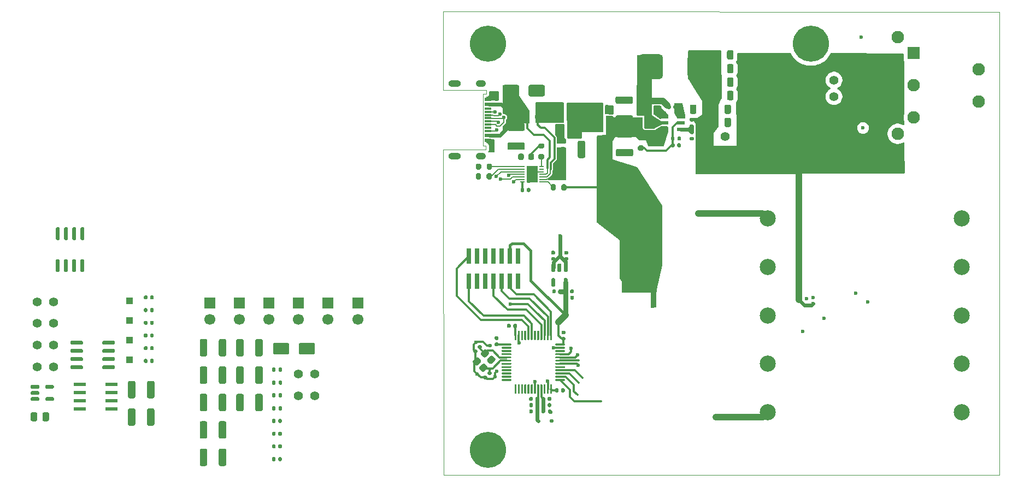
<source format=gtl>
G04 #@! TF.GenerationSoftware,KiCad,Pcbnew,9.0.1+1*
G04 #@! TF.CreationDate,2025-10-08T10:56:59+00:00*
G04 #@! TF.ProjectId,c64psu,63363470-7375-42e6-9b69-6361645f7063,rev?*
G04 #@! TF.SameCoordinates,Original*
G04 #@! TF.FileFunction,Copper,L1,Top*
G04 #@! TF.FilePolarity,Positive*
%FSLAX46Y46*%
G04 Gerber Fmt 4.6, Leading zero omitted, Abs format (unit mm)*
G04 Created by KiCad (PCBNEW 9.0.1+1) date 2025-10-08 10:56:59*
%MOMM*%
%LPD*%
G01*
G04 APERTURE LIST*
G04 #@! TA.AperFunction,Profile*
%ADD10C,0.050000*%
G04 #@! TD*
G04 #@! TA.AperFunction,ComponentPad*
%ADD11C,2.500000*%
G04 #@! TD*
G04 #@! TA.AperFunction,SMDPad,CuDef*
%ADD12R,0.800000X0.200000*%
G04 #@! TD*
G04 #@! TA.AperFunction,SMDPad,CuDef*
%ADD13R,1.750000X2.650000*%
G04 #@! TD*
G04 #@! TA.AperFunction,ComponentPad*
%ADD14C,3.600000*%
G04 #@! TD*
G04 #@! TA.AperFunction,ConnectorPad*
%ADD15C,5.600000*%
G04 #@! TD*
G04 #@! TA.AperFunction,ComponentPad*
%ADD16R,1.700000X1.700000*%
G04 #@! TD*
G04 #@! TA.AperFunction,ComponentPad*
%ADD17C,1.700000*%
G04 #@! TD*
G04 #@! TA.AperFunction,ComponentPad*
%ADD18R,1.000000X1.000000*%
G04 #@! TD*
G04 #@! TA.AperFunction,ComponentPad*
%ADD19C,1.400000*%
G04 #@! TD*
G04 #@! TA.AperFunction,SMDPad,CuDef*
%ADD20R,0.700000X0.420000*%
G04 #@! TD*
G04 #@! TA.AperFunction,SMDPad,CuDef*
%ADD21R,1.970000X0.600000*%
G04 #@! TD*
G04 #@! TA.AperFunction,SMDPad,CuDef*
%ADD22R,1.200000X0.600000*%
G04 #@! TD*
G04 #@! TA.AperFunction,ConnectorPad*
%ADD23R,1.100000X0.600000*%
G04 #@! TD*
G04 #@! TA.AperFunction,ConnectorPad*
%ADD24R,1.100000X0.300000*%
G04 #@! TD*
G04 #@! TA.AperFunction,ComponentPad*
%ADD25O,1.550000X1.050000*%
G04 #@! TD*
G04 #@! TA.AperFunction,ComponentPad*
%ADD26O,1.950000X1.050000*%
G04 #@! TD*
G04 #@! TA.AperFunction,SMDPad,CuDef*
%ADD27R,0.740000X2.400000*%
G04 #@! TD*
G04 #@! TA.AperFunction,ComponentPad*
%ADD28C,1.950000*%
G04 #@! TD*
G04 #@! TA.AperFunction,ComponentPad*
%ADD29R,1.950000X1.950000*%
G04 #@! TD*
G04 #@! TA.AperFunction,ViaPad*
%ADD30C,0.600000*%
G04 #@! TD*
G04 #@! TA.AperFunction,Conductor*
%ADD31C,0.170000*%
G04 #@! TD*
G04 #@! TA.AperFunction,Conductor*
%ADD32C,0.300000*%
G04 #@! TD*
G04 #@! TA.AperFunction,Conductor*
%ADD33C,0.600000*%
G04 #@! TD*
G04 #@! TA.AperFunction,Conductor*
%ADD34C,1.000000*%
G04 #@! TD*
G04 #@! TA.AperFunction,Conductor*
%ADD35C,2.000000*%
G04 #@! TD*
G04 #@! TA.AperFunction,Conductor*
%ADD36C,0.800000*%
G04 #@! TD*
G04 #@! TA.AperFunction,Conductor*
%ADD37C,0.400000*%
G04 #@! TD*
G04 #@! TA.AperFunction,Conductor*
%ADD38C,0.210000*%
G04 #@! TD*
G04 APERTURE END LIST*
D10*
X219224551Y-37033468D02*
X219250062Y-108900624D01*
X133100087Y-108875624D01*
X133075074Y-58400000D01*
X139675000Y-58400000D01*
X139675000Y-57800000D01*
X139250000Y-57800000D01*
X139250000Y-49750000D01*
X139700000Y-49750000D01*
X139700000Y-49150000D01*
X133075000Y-49150000D01*
X133075000Y-37008468D01*
X219224551Y-37033468D01*
D11*
X183370000Y-69110000D03*
X183370000Y-76610000D03*
X183370000Y-84110000D03*
X183370000Y-91610000D03*
X183370000Y-99110000D03*
X213370000Y-69110000D03*
X213370000Y-76610000D03*
X213370000Y-84110000D03*
X213370000Y-91610000D03*
X213370000Y-99110000D03*
G04 #@! TA.AperFunction,SMDPad,CuDef*
G36*
G01*
X100981600Y-90220800D02*
X100981600Y-88020800D01*
G75*
G02*
X101231600Y-87770800I250000J0D01*
G01*
X101881600Y-87770800D01*
G75*
G02*
X102131600Y-88020800I0J-250000D01*
G01*
X102131600Y-90220800D01*
G75*
G02*
X101881600Y-90470800I-250000J0D01*
G01*
X101231600Y-90470800D01*
G75*
G02*
X100981600Y-90220800I0J250000D01*
G01*
G37*
G04 #@! TD.AperFunction*
G04 #@! TA.AperFunction,SMDPad,CuDef*
G36*
G01*
X103931600Y-90220800D02*
X103931600Y-88020800D01*
G75*
G02*
X104181600Y-87770800I250000J0D01*
G01*
X104831600Y-87770800D01*
G75*
G02*
X105081600Y-88020800I0J-250000D01*
G01*
X105081600Y-90220800D01*
G75*
G02*
X104831600Y-90470800I-250000J0D01*
G01*
X104181600Y-90470800D01*
G75*
G02*
X103931600Y-90220800I0J250000D01*
G01*
G37*
G04 #@! TD.AperFunction*
G04 #@! TA.AperFunction,SMDPad,CuDef*
G36*
G01*
X174732301Y-54655750D02*
X174732301Y-53705750D01*
G75*
G02*
X174982301Y-53455750I250000J0D01*
G01*
X175482301Y-53455750D01*
G75*
G02*
X175732301Y-53705750I0J-250000D01*
G01*
X175732301Y-54655750D01*
G75*
G02*
X175482301Y-54905750I-250000J0D01*
G01*
X174982301Y-54905750D01*
G75*
G02*
X174732301Y-54655750I0J250000D01*
G01*
G37*
G04 #@! TD.AperFunction*
G04 #@! TA.AperFunction,SMDPad,CuDef*
G36*
G01*
X176632299Y-54655750D02*
X176632299Y-53705750D01*
G75*
G02*
X176882299Y-53455750I250000J0D01*
G01*
X177382299Y-53455750D01*
G75*
G02*
X177632299Y-53705750I0J-250000D01*
G01*
X177632299Y-54655750D01*
G75*
G02*
X177382299Y-54905750I-250000J0D01*
G01*
X176882299Y-54905750D01*
G75*
G02*
X176632299Y-54655750I0J250000D01*
G01*
G37*
G04 #@! TD.AperFunction*
G04 #@! TA.AperFunction,SMDPad,CuDef*
G36*
G01*
X175138701Y-50490150D02*
X175138701Y-49540150D01*
G75*
G02*
X175388701Y-49290150I250000J0D01*
G01*
X175888701Y-49290150D01*
G75*
G02*
X176138701Y-49540150I0J-250000D01*
G01*
X176138701Y-50490150D01*
G75*
G02*
X175888701Y-50740150I-250000J0D01*
G01*
X175388701Y-50740150D01*
G75*
G02*
X175138701Y-50490150I0J250000D01*
G01*
G37*
G04 #@! TD.AperFunction*
G04 #@! TA.AperFunction,SMDPad,CuDef*
G36*
G01*
X177038699Y-50490150D02*
X177038699Y-49540150D01*
G75*
G02*
X177288699Y-49290150I250000J0D01*
G01*
X177788699Y-49290150D01*
G75*
G02*
X178038699Y-49540150I0J-250000D01*
G01*
X178038699Y-50490150D01*
G75*
G02*
X177788699Y-50740150I-250000J0D01*
G01*
X177288699Y-50740150D01*
G75*
G02*
X177038699Y-50490150I0J250000D01*
G01*
G37*
G04 #@! TD.AperFunction*
G04 #@! TA.AperFunction,SMDPad,CuDef*
G36*
G01*
X144665000Y-59766250D02*
X144665000Y-59253750D01*
G75*
G02*
X144883750Y-59035000I218750J0D01*
G01*
X145321250Y-59035000D01*
G75*
G02*
X145540000Y-59253750I0J-218750D01*
G01*
X145540000Y-59766250D01*
G75*
G02*
X145321250Y-59985000I-218750J0D01*
G01*
X144883750Y-59985000D01*
G75*
G02*
X144665000Y-59766250I0J218750D01*
G01*
G37*
G04 #@! TD.AperFunction*
G04 #@! TA.AperFunction,SMDPad,CuDef*
G36*
G01*
X146240000Y-59766250D02*
X146240000Y-59253750D01*
G75*
G02*
X146458750Y-59035000I218750J0D01*
G01*
X146896250Y-59035000D01*
G75*
G02*
X147115000Y-59253750I0J-218750D01*
G01*
X147115000Y-59766250D01*
G75*
G02*
X146896250Y-59985000I-218750J0D01*
G01*
X146458750Y-59985000D01*
G75*
G02*
X146240000Y-59766250I0J218750D01*
G01*
G37*
G04 #@! TD.AperFunction*
G04 #@! TA.AperFunction,SMDPad,CuDef*
G36*
G01*
X106531600Y-102630800D02*
X106531600Y-102290800D01*
G75*
G02*
X106671600Y-102150800I140000J0D01*
G01*
X106951600Y-102150800D01*
G75*
G02*
X107091600Y-102290800I0J-140000D01*
G01*
X107091600Y-102630800D01*
G75*
G02*
X106951600Y-102770800I-140000J0D01*
G01*
X106671600Y-102770800D01*
G75*
G02*
X106531600Y-102630800I0J140000D01*
G01*
G37*
G04 #@! TD.AperFunction*
G04 #@! TA.AperFunction,SMDPad,CuDef*
G36*
G01*
X107491600Y-102630800D02*
X107491600Y-102290800D01*
G75*
G02*
X107631600Y-102150800I140000J0D01*
G01*
X107911600Y-102150800D01*
G75*
G02*
X108051600Y-102290800I0J-140000D01*
G01*
X108051600Y-102630800D01*
G75*
G02*
X107911600Y-102770800I-140000J0D01*
G01*
X107631600Y-102770800D01*
G75*
G02*
X107491600Y-102630800I0J140000D01*
G01*
G37*
G04 #@! TD.AperFunction*
G04 #@! TA.AperFunction,SMDPad,CuDef*
G36*
G01*
X151454499Y-80227700D02*
X151454499Y-80567700D01*
G75*
G02*
X151314499Y-80707700I-140000J0D01*
G01*
X151034499Y-80707700D01*
G75*
G02*
X150894499Y-80567700I0J140000D01*
G01*
X150894499Y-80227700D01*
G75*
G02*
X151034499Y-80087700I140000J0D01*
G01*
X151314499Y-80087700D01*
G75*
G02*
X151454499Y-80227700I0J-140000D01*
G01*
G37*
G04 #@! TD.AperFunction*
G04 #@! TA.AperFunction,SMDPad,CuDef*
G36*
G01*
X150494499Y-80227700D02*
X150494499Y-80567700D01*
G75*
G02*
X150354499Y-80707700I-140000J0D01*
G01*
X150074499Y-80707700D01*
G75*
G02*
X149934499Y-80567700I0J140000D01*
G01*
X149934499Y-80227700D01*
G75*
G02*
X150074499Y-80087700I140000J0D01*
G01*
X150354499Y-80087700D01*
G75*
G02*
X150494499Y-80227700I0J-140000D01*
G01*
G37*
G04 #@! TD.AperFunction*
D12*
X148317500Y-63436750D03*
X148317500Y-63036750D03*
X148317500Y-62636750D03*
X148317500Y-62236750D03*
X148317500Y-61836750D03*
X148317500Y-61436750D03*
X148317500Y-61036750D03*
X145317500Y-61036750D03*
X145317500Y-61436750D03*
X145317500Y-61836750D03*
X145317500Y-62236750D03*
X145317500Y-62636750D03*
X145317500Y-63036750D03*
X145317500Y-63436750D03*
D13*
X146817500Y-62236750D03*
D14*
X190000000Y-42000000D03*
D15*
X190000000Y-42000000D03*
G04 #@! TA.AperFunction,SMDPad,CuDef*
G36*
G01*
X140577300Y-60763750D02*
X140577300Y-61313750D01*
G75*
G02*
X140377300Y-61513750I-200000J0D01*
G01*
X139977300Y-61513750D01*
G75*
G02*
X139777300Y-61313750I0J200000D01*
G01*
X139777300Y-60763750D01*
G75*
G02*
X139977300Y-60563750I200000J0D01*
G01*
X140377300Y-60563750D01*
G75*
G02*
X140577300Y-60763750I0J-200000D01*
G01*
G37*
G04 #@! TD.AperFunction*
G04 #@! TA.AperFunction,SMDPad,CuDef*
G36*
G01*
X138927300Y-60763750D02*
X138927300Y-61313750D01*
G75*
G02*
X138727300Y-61513750I-200000J0D01*
G01*
X138327300Y-61513750D01*
G75*
G02*
X138127300Y-61313750I0J200000D01*
G01*
X138127300Y-60763750D01*
G75*
G02*
X138327300Y-60563750I200000J0D01*
G01*
X138727300Y-60563750D01*
G75*
G02*
X138927300Y-60763750I0J-200000D01*
G01*
G37*
G04 #@! TD.AperFunction*
G04 #@! TA.AperFunction,SMDPad,CuDef*
G36*
G01*
X175123500Y-44190950D02*
X175123500Y-43240950D01*
G75*
G02*
X175373500Y-42990950I250000J0D01*
G01*
X175873500Y-42990950D01*
G75*
G02*
X176123500Y-43240950I0J-250000D01*
G01*
X176123500Y-44190950D01*
G75*
G02*
X175873500Y-44440950I-250000J0D01*
G01*
X175373500Y-44440950D01*
G75*
G02*
X175123500Y-44190950I0J250000D01*
G01*
G37*
G04 #@! TD.AperFunction*
G04 #@! TA.AperFunction,SMDPad,CuDef*
G36*
G01*
X177023498Y-44190950D02*
X177023498Y-43240950D01*
G75*
G02*
X177273498Y-42990950I250000J0D01*
G01*
X177773498Y-42990950D01*
G75*
G02*
X178023498Y-43240950I0J-250000D01*
G01*
X178023498Y-44190950D01*
G75*
G02*
X177773498Y-44440950I-250000J0D01*
G01*
X177273498Y-44440950D01*
G75*
G02*
X177023498Y-44190950I0J250000D01*
G01*
G37*
G04 #@! TD.AperFunction*
G04 #@! TA.AperFunction,SMDPad,CuDef*
G36*
G01*
X151410100Y-56958750D02*
X151780100Y-56958750D01*
G75*
G02*
X151915100Y-57093750I0J-135000D01*
G01*
X151915100Y-57363750D01*
G75*
G02*
X151780100Y-57498750I-135000J0D01*
G01*
X151410100Y-57498750D01*
G75*
G02*
X151275100Y-57363750I0J135000D01*
G01*
X151275100Y-57093750D01*
G75*
G02*
X151410100Y-56958750I135000J0D01*
G01*
G37*
G04 #@! TD.AperFunction*
G04 #@! TA.AperFunction,SMDPad,CuDef*
G36*
G01*
X151410100Y-57978748D02*
X151780100Y-57978748D01*
G75*
G02*
X151915100Y-58113748I0J-135000D01*
G01*
X151915100Y-58383748D01*
G75*
G02*
X151780100Y-58518748I-135000J0D01*
G01*
X151410100Y-58518748D01*
G75*
G02*
X151275100Y-58383748I0J135000D01*
G01*
X151275100Y-58113748D01*
G75*
G02*
X151410100Y-57978748I135000J0D01*
G01*
G37*
G04 #@! TD.AperFunction*
G04 #@! TA.AperFunction,SMDPad,CuDef*
G36*
G01*
X86676600Y-85432800D02*
X86676600Y-85092800D01*
G75*
G02*
X86816600Y-84952800I140000J0D01*
G01*
X87096600Y-84952800D01*
G75*
G02*
X87236600Y-85092800I0J-140000D01*
G01*
X87236600Y-85432800D01*
G75*
G02*
X87096600Y-85572800I-140000J0D01*
G01*
X86816600Y-85572800D01*
G75*
G02*
X86676600Y-85432800I0J140000D01*
G01*
G37*
G04 #@! TD.AperFunction*
G04 #@! TA.AperFunction,SMDPad,CuDef*
G36*
G01*
X87636600Y-85432800D02*
X87636600Y-85092800D01*
G75*
G02*
X87776600Y-84952800I140000J0D01*
G01*
X88056600Y-84952800D01*
G75*
G02*
X88196600Y-85092800I0J-140000D01*
G01*
X88196600Y-85432800D01*
G75*
G02*
X88056600Y-85572800I-140000J0D01*
G01*
X87776600Y-85572800D01*
G75*
G02*
X87636600Y-85432800I0J140000D01*
G01*
G37*
G04 #@! TD.AperFunction*
G04 #@! TA.AperFunction,SMDPad,CuDef*
G36*
G01*
X148282200Y-98197000D02*
X148282200Y-97857000D01*
G75*
G02*
X148422200Y-97717000I140000J0D01*
G01*
X148702200Y-97717000D01*
G75*
G02*
X148842200Y-97857000I0J-140000D01*
G01*
X148842200Y-98197000D01*
G75*
G02*
X148702200Y-98337000I-140000J0D01*
G01*
X148422200Y-98337000D01*
G75*
G02*
X148282200Y-98197000I0J140000D01*
G01*
G37*
G04 #@! TD.AperFunction*
G04 #@! TA.AperFunction,SMDPad,CuDef*
G36*
G01*
X149242200Y-98197000D02*
X149242200Y-97857000D01*
G75*
G02*
X149382200Y-97717000I140000J0D01*
G01*
X149662200Y-97717000D01*
G75*
G02*
X149802200Y-97857000I0J-140000D01*
G01*
X149802200Y-98197000D01*
G75*
G02*
X149662200Y-98337000I-140000J0D01*
G01*
X149382200Y-98337000D01*
G75*
G02*
X149242200Y-98197000I0J140000D01*
G01*
G37*
G04 #@! TD.AperFunction*
G04 #@! TA.AperFunction,SMDPad,CuDef*
G36*
G01*
X73479800Y-77364000D02*
X73179800Y-77364000D01*
G75*
G02*
X73029800Y-77214000I0J150000D01*
G01*
X73029800Y-75564000D01*
G75*
G02*
X73179800Y-75414000I150000J0D01*
G01*
X73479800Y-75414000D01*
G75*
G02*
X73629800Y-75564000I0J-150000D01*
G01*
X73629800Y-77214000D01*
G75*
G02*
X73479800Y-77364000I-150000J0D01*
G01*
G37*
G04 #@! TD.AperFunction*
G04 #@! TA.AperFunction,SMDPad,CuDef*
G36*
G01*
X74749800Y-77364000D02*
X74449800Y-77364000D01*
G75*
G02*
X74299800Y-77214000I0J150000D01*
G01*
X74299800Y-75564000D01*
G75*
G02*
X74449800Y-75414000I150000J0D01*
G01*
X74749800Y-75414000D01*
G75*
G02*
X74899800Y-75564000I0J-150000D01*
G01*
X74899800Y-77214000D01*
G75*
G02*
X74749800Y-77364000I-150000J0D01*
G01*
G37*
G04 #@! TD.AperFunction*
G04 #@! TA.AperFunction,SMDPad,CuDef*
G36*
G01*
X76019800Y-77364000D02*
X75719800Y-77364000D01*
G75*
G02*
X75569800Y-77214000I0J150000D01*
G01*
X75569800Y-75564000D01*
G75*
G02*
X75719800Y-75414000I150000J0D01*
G01*
X76019800Y-75414000D01*
G75*
G02*
X76169800Y-75564000I0J-150000D01*
G01*
X76169800Y-77214000D01*
G75*
G02*
X76019800Y-77364000I-150000J0D01*
G01*
G37*
G04 #@! TD.AperFunction*
G04 #@! TA.AperFunction,SMDPad,CuDef*
G36*
G01*
X77289800Y-77364000D02*
X76989800Y-77364000D01*
G75*
G02*
X76839800Y-77214000I0J150000D01*
G01*
X76839800Y-75564000D01*
G75*
G02*
X76989800Y-75414000I150000J0D01*
G01*
X77289800Y-75414000D01*
G75*
G02*
X77439800Y-75564000I0J-150000D01*
G01*
X77439800Y-77214000D01*
G75*
G02*
X77289800Y-77364000I-150000J0D01*
G01*
G37*
G04 #@! TD.AperFunction*
G04 #@! TA.AperFunction,SMDPad,CuDef*
G36*
G01*
X77289800Y-72414000D02*
X76989800Y-72414000D01*
G75*
G02*
X76839800Y-72264000I0J150000D01*
G01*
X76839800Y-70614000D01*
G75*
G02*
X76989800Y-70464000I150000J0D01*
G01*
X77289800Y-70464000D01*
G75*
G02*
X77439800Y-70614000I0J-150000D01*
G01*
X77439800Y-72264000D01*
G75*
G02*
X77289800Y-72414000I-150000J0D01*
G01*
G37*
G04 #@! TD.AperFunction*
G04 #@! TA.AperFunction,SMDPad,CuDef*
G36*
G01*
X76019800Y-72414000D02*
X75719800Y-72414000D01*
G75*
G02*
X75569800Y-72264000I0J150000D01*
G01*
X75569800Y-70614000D01*
G75*
G02*
X75719800Y-70464000I150000J0D01*
G01*
X76019800Y-70464000D01*
G75*
G02*
X76169800Y-70614000I0J-150000D01*
G01*
X76169800Y-72264000D01*
G75*
G02*
X76019800Y-72414000I-150000J0D01*
G01*
G37*
G04 #@! TD.AperFunction*
G04 #@! TA.AperFunction,SMDPad,CuDef*
G36*
G01*
X74749800Y-72414000D02*
X74449800Y-72414000D01*
G75*
G02*
X74299800Y-72264000I0J150000D01*
G01*
X74299800Y-70614000D01*
G75*
G02*
X74449800Y-70464000I150000J0D01*
G01*
X74749800Y-70464000D01*
G75*
G02*
X74899800Y-70614000I0J-150000D01*
G01*
X74899800Y-72264000D01*
G75*
G02*
X74749800Y-72414000I-150000J0D01*
G01*
G37*
G04 #@! TD.AperFunction*
G04 #@! TA.AperFunction,SMDPad,CuDef*
G36*
G01*
X73479800Y-72414000D02*
X73179800Y-72414000D01*
G75*
G02*
X73029800Y-72264000I0J150000D01*
G01*
X73029800Y-70614000D01*
G75*
G02*
X73179800Y-70464000I150000J0D01*
G01*
X73479800Y-70464000D01*
G75*
G02*
X73629800Y-70614000I0J-150000D01*
G01*
X73629800Y-72264000D01*
G75*
G02*
X73479800Y-72414000I-150000J0D01*
G01*
G37*
G04 #@! TD.AperFunction*
G04 #@! TA.AperFunction,SMDPad,CuDef*
G36*
G01*
X171374500Y-53504350D02*
X171744500Y-53504350D01*
G75*
G02*
X171879500Y-53639350I0J-135000D01*
G01*
X171879500Y-53909350D01*
G75*
G02*
X171744500Y-54044350I-135000J0D01*
G01*
X171374500Y-54044350D01*
G75*
G02*
X171239500Y-53909350I0J135000D01*
G01*
X171239500Y-53639350D01*
G75*
G02*
X171374500Y-53504350I135000J0D01*
G01*
G37*
G04 #@! TD.AperFunction*
G04 #@! TA.AperFunction,SMDPad,CuDef*
G36*
G01*
X171374500Y-54524348D02*
X171744500Y-54524348D01*
G75*
G02*
X171879500Y-54659348I0J-135000D01*
G01*
X171879500Y-54929348D01*
G75*
G02*
X171744500Y-55064348I-135000J0D01*
G01*
X171374500Y-55064348D01*
G75*
G02*
X171239500Y-54929348I0J135000D01*
G01*
X171239500Y-54659348D01*
G75*
G02*
X171374500Y-54524348I135000J0D01*
G01*
G37*
G04 #@! TD.AperFunction*
G04 #@! TA.AperFunction,SMDPad,CuDef*
G36*
G01*
X137957007Y-89997809D02*
X137716591Y-89757393D01*
G75*
G02*
X137716591Y-89559403I98995J98995D01*
G01*
X137914581Y-89361413D01*
G75*
G02*
X138112571Y-89361413I98995J-98995D01*
G01*
X138352987Y-89601829D01*
G75*
G02*
X138352987Y-89799819I-98995J-98995D01*
G01*
X138154997Y-89997809D01*
G75*
G02*
X137957007Y-89997809I-98995J98995D01*
G01*
G37*
G04 #@! TD.AperFunction*
G04 #@! TA.AperFunction,SMDPad,CuDef*
G36*
G01*
X138635829Y-89318987D02*
X138395413Y-89078571D01*
G75*
G02*
X138395413Y-88880581I98995J98995D01*
G01*
X138593403Y-88682591D01*
G75*
G02*
X138791393Y-88682591I98995J-98995D01*
G01*
X139031809Y-88923007D01*
G75*
G02*
X139031809Y-89120997I-98995J-98995D01*
G01*
X138833819Y-89318987D01*
G75*
G02*
X138635829Y-89318987I-98995J98995D01*
G01*
G37*
G04 #@! TD.AperFunction*
G04 #@! TA.AperFunction,SMDPad,CuDef*
G36*
G01*
X145645700Y-53592150D02*
X145645700Y-53042150D01*
G75*
G02*
X145845700Y-52842150I200000J0D01*
G01*
X146245700Y-52842150D01*
G75*
G02*
X146445700Y-53042150I0J-200000D01*
G01*
X146445700Y-53592150D01*
G75*
G02*
X146245700Y-53792150I-200000J0D01*
G01*
X145845700Y-53792150D01*
G75*
G02*
X145645700Y-53592150I0J200000D01*
G01*
G37*
G04 #@! TD.AperFunction*
G04 #@! TA.AperFunction,SMDPad,CuDef*
G36*
G01*
X147295700Y-53592150D02*
X147295700Y-53042150D01*
G75*
G02*
X147495700Y-52842150I200000J0D01*
G01*
X147895700Y-52842150D01*
G75*
G02*
X148095700Y-53042150I0J-200000D01*
G01*
X148095700Y-53592150D01*
G75*
G02*
X147895700Y-53792150I-200000J0D01*
G01*
X147495700Y-53792150D01*
G75*
G02*
X147295700Y-53592150I0J200000D01*
G01*
G37*
G04 #@! TD.AperFunction*
D16*
X101441600Y-82150800D03*
D17*
X101441600Y-84690800D03*
G04 #@! TA.AperFunction,SMDPad,CuDef*
G36*
G01*
X171374500Y-55432751D02*
X171744500Y-55432751D01*
G75*
G02*
X171879500Y-55567751I0J-135000D01*
G01*
X171879500Y-55837751D01*
G75*
G02*
X171744500Y-55972751I-135000J0D01*
G01*
X171374500Y-55972751D01*
G75*
G02*
X171239500Y-55837751I0J135000D01*
G01*
X171239500Y-55567751D01*
G75*
G02*
X171374500Y-55432751I135000J0D01*
G01*
G37*
G04 #@! TD.AperFunction*
G04 #@! TA.AperFunction,SMDPad,CuDef*
G36*
G01*
X171374500Y-56452749D02*
X171744500Y-56452749D01*
G75*
G02*
X171879500Y-56587749I0J-135000D01*
G01*
X171879500Y-56857749D01*
G75*
G02*
X171744500Y-56992749I-135000J0D01*
G01*
X171374500Y-56992749D01*
G75*
G02*
X171239500Y-56857749I0J135000D01*
G01*
X171239500Y-56587749D01*
G75*
G02*
X171374500Y-56452749I135000J0D01*
G01*
G37*
G04 #@! TD.AperFunction*
D18*
X84476600Y-84912800D03*
G04 #@! TA.AperFunction,SMDPad,CuDef*
G36*
G01*
X142281098Y-49903150D02*
X142281098Y-48603150D01*
G75*
G02*
X142531098Y-48353150I250000J0D01*
G01*
X144531098Y-48353150D01*
G75*
G02*
X144781098Y-48603150I0J-250000D01*
G01*
X144781098Y-49903150D01*
G75*
G02*
X144531098Y-50153150I-250000J0D01*
G01*
X142531098Y-50153150D01*
G75*
G02*
X142281098Y-49903150I0J250000D01*
G01*
G37*
G04 #@! TD.AperFunction*
G04 #@! TA.AperFunction,SMDPad,CuDef*
G36*
G01*
X146281100Y-49903150D02*
X146281100Y-48603150D01*
G75*
G02*
X146531100Y-48353150I250000J0D01*
G01*
X148531100Y-48353150D01*
G75*
G02*
X148781100Y-48603150I0J-250000D01*
G01*
X148781100Y-49903150D01*
G75*
G02*
X148531100Y-50153150I-250000J0D01*
G01*
X146531100Y-50153150D01*
G75*
G02*
X146281100Y-49903150I0J250000D01*
G01*
G37*
G04 #@! TD.AperFunction*
D16*
X110621600Y-82150800D03*
D17*
X110621600Y-84690800D03*
G04 #@! TA.AperFunction,SMDPad,CuDef*
G36*
G01*
X150254899Y-75620500D02*
X149914899Y-75620500D01*
G75*
G02*
X149774899Y-75480500I0J140000D01*
G01*
X149774899Y-75200500D01*
G75*
G02*
X149914899Y-75060500I140000J0D01*
G01*
X150254899Y-75060500D01*
G75*
G02*
X150394899Y-75200500I0J-140000D01*
G01*
X150394899Y-75480500D01*
G75*
G02*
X150254899Y-75620500I-140000J0D01*
G01*
G37*
G04 #@! TD.AperFunction*
G04 #@! TA.AperFunction,SMDPad,CuDef*
G36*
G01*
X150254899Y-74660500D02*
X149914899Y-74660500D01*
G75*
G02*
X149774899Y-74520500I0J140000D01*
G01*
X149774899Y-74240500D01*
G75*
G02*
X149914899Y-74100500I140000J0D01*
G01*
X150254899Y-74100500D01*
G75*
G02*
X150394899Y-74240500I0J-140000D01*
G01*
X150394899Y-74520500D01*
G75*
G02*
X150254899Y-74660500I-140000J0D01*
G01*
G37*
G04 #@! TD.AperFunction*
D19*
X70176600Y-85362800D03*
X72716600Y-85362800D03*
D18*
X84476600Y-81862800D03*
D20*
X158605500Y-54657550D03*
X158605500Y-54007550D03*
X158605500Y-53357550D03*
X158605500Y-52707550D03*
G04 #@! TA.AperFunction,SMDPad,CuDef*
G36*
X156901964Y-55436086D02*
G01*
X156900500Y-55432550D01*
X156900500Y-54987550D01*
X155805500Y-54987550D01*
X155801964Y-54986086D01*
X155800500Y-54982550D01*
X155800500Y-54872550D01*
X155255500Y-54872550D01*
X155251964Y-54871086D01*
X155250500Y-54867550D01*
X155250500Y-54447550D01*
X155251964Y-54444014D01*
X155255500Y-54442550D01*
X155800500Y-54442550D01*
X155800500Y-54222550D01*
X155255500Y-54222550D01*
X155251964Y-54221086D01*
X155250500Y-54217550D01*
X155250500Y-53797550D01*
X155251964Y-53794014D01*
X155255500Y-53792550D01*
X155800500Y-53792550D01*
X155800500Y-53572550D01*
X155255500Y-53572550D01*
X155251964Y-53571086D01*
X155250500Y-53567550D01*
X155250500Y-53147550D01*
X155251964Y-53144014D01*
X155255500Y-53142550D01*
X155800500Y-53142550D01*
X155800500Y-52922550D01*
X155255500Y-52922550D01*
X155251964Y-52921086D01*
X155250500Y-52917550D01*
X155250500Y-52497550D01*
X155251964Y-52494014D01*
X155255500Y-52492550D01*
X155800500Y-52492550D01*
X155800500Y-52382550D01*
X155801964Y-52379014D01*
X155805500Y-52377550D01*
X156900500Y-52377550D01*
X156900500Y-51932550D01*
X156901964Y-51929014D01*
X156905500Y-51927550D01*
X157305500Y-51927550D01*
X157309036Y-51929014D01*
X157310500Y-51932550D01*
X157310500Y-52377550D01*
X157705500Y-52377550D01*
X157709036Y-52379014D01*
X157710500Y-52382550D01*
X157710500Y-54982550D01*
X157709036Y-54986086D01*
X157705500Y-54987550D01*
X157310500Y-54987550D01*
X157310500Y-55432550D01*
X157309036Y-55436086D01*
X157305500Y-55437550D01*
X156905500Y-55437550D01*
X156901964Y-55436086D01*
G37*
G04 #@! TD.AperFunction*
G04 #@! TA.AperFunction,SMDPad,CuDef*
G36*
G01*
X86676600Y-83462800D02*
X86676600Y-83122800D01*
G75*
G02*
X86816600Y-82982800I140000J0D01*
G01*
X87096600Y-82982800D01*
G75*
G02*
X87236600Y-83122800I0J-140000D01*
G01*
X87236600Y-83462800D01*
G75*
G02*
X87096600Y-83602800I-140000J0D01*
G01*
X86816600Y-83602800D01*
G75*
G02*
X86676600Y-83462800I0J140000D01*
G01*
G37*
G04 #@! TD.AperFunction*
G04 #@! TA.AperFunction,SMDPad,CuDef*
G36*
G01*
X87636600Y-83462800D02*
X87636600Y-83122800D01*
G75*
G02*
X87776600Y-82982800I140000J0D01*
G01*
X88056600Y-82982800D01*
G75*
G02*
X88196600Y-83122800I0J-140000D01*
G01*
X88196600Y-83462800D01*
G75*
G02*
X88056600Y-83602800I-140000J0D01*
G01*
X87776600Y-83602800D01*
G75*
G02*
X87636600Y-83462800I0J140000D01*
G01*
G37*
G04 #@! TD.AperFunction*
D16*
X96851600Y-82150800D03*
D17*
X96851600Y-84690800D03*
G04 #@! TA.AperFunction,SMDPad,CuDef*
G36*
G01*
X86676600Y-87402800D02*
X86676600Y-87062800D01*
G75*
G02*
X86816600Y-86922800I140000J0D01*
G01*
X87096600Y-86922800D01*
G75*
G02*
X87236600Y-87062800I0J-140000D01*
G01*
X87236600Y-87402800D01*
G75*
G02*
X87096600Y-87542800I-140000J0D01*
G01*
X86816600Y-87542800D01*
G75*
G02*
X86676600Y-87402800I0J140000D01*
G01*
G37*
G04 #@! TD.AperFunction*
G04 #@! TA.AperFunction,SMDPad,CuDef*
G36*
G01*
X87636600Y-87402800D02*
X87636600Y-87062800D01*
G75*
G02*
X87776600Y-86922800I140000J0D01*
G01*
X88056600Y-86922800D01*
G75*
G02*
X88196600Y-87062800I0J-140000D01*
G01*
X88196600Y-87402800D01*
G75*
G02*
X88056600Y-87542800I-140000J0D01*
G01*
X87776600Y-87542800D01*
G75*
G02*
X87636600Y-87402800I0J140000D01*
G01*
G37*
G04 #@! TD.AperFunction*
G04 #@! TA.AperFunction,SMDPad,CuDef*
G36*
G01*
X174177899Y-51673750D02*
X174177899Y-52623750D01*
G75*
G02*
X173927899Y-52873750I-250000J0D01*
G01*
X173427899Y-52873750D01*
G75*
G02*
X173177899Y-52623750I0J250000D01*
G01*
X173177899Y-51673750D01*
G75*
G02*
X173427899Y-51423750I250000J0D01*
G01*
X173927899Y-51423750D01*
G75*
G02*
X174177899Y-51673750I0J-250000D01*
G01*
G37*
G04 #@! TD.AperFunction*
G04 #@! TA.AperFunction,SMDPad,CuDef*
G36*
G01*
X172277901Y-51673750D02*
X172277901Y-52623750D01*
G75*
G02*
X172027901Y-52873750I-250000J0D01*
G01*
X171527901Y-52873750D01*
G75*
G02*
X171277901Y-52623750I0J250000D01*
G01*
X171277901Y-51673750D01*
G75*
G02*
X171527901Y-51423750I250000J0D01*
G01*
X172027901Y-51423750D01*
G75*
G02*
X172277901Y-51673750I0J-250000D01*
G01*
G37*
G04 #@! TD.AperFunction*
G04 #@! TA.AperFunction,SMDPad,CuDef*
G36*
G01*
X152286899Y-75643300D02*
X151946899Y-75643300D01*
G75*
G02*
X151806899Y-75503300I0J140000D01*
G01*
X151806899Y-75223300D01*
G75*
G02*
X151946899Y-75083300I140000J0D01*
G01*
X152286899Y-75083300D01*
G75*
G02*
X152426899Y-75223300I0J-140000D01*
G01*
X152426899Y-75503300D01*
G75*
G02*
X152286899Y-75643300I-140000J0D01*
G01*
G37*
G04 #@! TD.AperFunction*
G04 #@! TA.AperFunction,SMDPad,CuDef*
G36*
G01*
X152286899Y-74683300D02*
X151946899Y-74683300D01*
G75*
G02*
X151806899Y-74543300I0J140000D01*
G01*
X151806899Y-74263300D01*
G75*
G02*
X151946899Y-74123300I140000J0D01*
G01*
X152286899Y-74123300D01*
G75*
G02*
X152426899Y-74263300I0J-140000D01*
G01*
X152426899Y-74543300D01*
G75*
G02*
X152286899Y-74683300I-140000J0D01*
G01*
G37*
G04 #@! TD.AperFunction*
G04 #@! TA.AperFunction,SMDPad,CuDef*
G36*
G01*
X147899800Y-97857000D02*
X147899800Y-98197000D01*
G75*
G02*
X147759800Y-98337000I-140000J0D01*
G01*
X147479800Y-98337000D01*
G75*
G02*
X147339800Y-98197000I0J140000D01*
G01*
X147339800Y-97857000D01*
G75*
G02*
X147479800Y-97717000I140000J0D01*
G01*
X147759800Y-97717000D01*
G75*
G02*
X147899800Y-97857000I0J-140000D01*
G01*
G37*
G04 #@! TD.AperFunction*
G04 #@! TA.AperFunction,SMDPad,CuDef*
G36*
G01*
X146939800Y-97857000D02*
X146939800Y-98197000D01*
G75*
G02*
X146799800Y-98337000I-140000J0D01*
G01*
X146519800Y-98337000D01*
G75*
G02*
X146379800Y-98197000I0J140000D01*
G01*
X146379800Y-97857000D01*
G75*
G02*
X146519800Y-97717000I140000J0D01*
G01*
X146799800Y-97717000D01*
G75*
G02*
X146939800Y-97857000I0J-140000D01*
G01*
G37*
G04 #@! TD.AperFunction*
G04 #@! TA.AperFunction,SMDPad,CuDef*
G36*
G01*
X95331600Y-107220800D02*
X95331600Y-105020800D01*
G75*
G02*
X95581600Y-104770800I250000J0D01*
G01*
X96231600Y-104770800D01*
G75*
G02*
X96481600Y-105020800I0J-250000D01*
G01*
X96481600Y-107220800D01*
G75*
G02*
X96231600Y-107470800I-250000J0D01*
G01*
X95581600Y-107470800D01*
G75*
G02*
X95331600Y-107220800I0J250000D01*
G01*
G37*
G04 #@! TD.AperFunction*
G04 #@! TA.AperFunction,SMDPad,CuDef*
G36*
G01*
X98281600Y-107220800D02*
X98281600Y-105020800D01*
G75*
G02*
X98531600Y-104770800I250000J0D01*
G01*
X99181600Y-104770800D01*
G75*
G02*
X99431600Y-105020800I0J-250000D01*
G01*
X99431600Y-107220800D01*
G75*
G02*
X99181600Y-107470800I-250000J0D01*
G01*
X98531600Y-107470800D01*
G75*
G02*
X98281600Y-107220800I0J250000D01*
G01*
G37*
G04 #@! TD.AperFunction*
G04 #@! TA.AperFunction,SMDPad,CuDef*
G36*
G01*
X149822199Y-98807200D02*
X149822199Y-99177200D01*
G75*
G02*
X149687199Y-99312200I-135000J0D01*
G01*
X149417199Y-99312200D01*
G75*
G02*
X149282199Y-99177200I0J135000D01*
G01*
X149282199Y-98807200D01*
G75*
G02*
X149417199Y-98672200I135000J0D01*
G01*
X149687199Y-98672200D01*
G75*
G02*
X149822199Y-98807200I0J-135000D01*
G01*
G37*
G04 #@! TD.AperFunction*
G04 #@! TA.AperFunction,SMDPad,CuDef*
G36*
G01*
X148802201Y-98807200D02*
X148802201Y-99177200D01*
G75*
G02*
X148667201Y-99312200I-135000J0D01*
G01*
X148397201Y-99312200D01*
G75*
G02*
X148262201Y-99177200I0J135000D01*
G01*
X148262201Y-98807200D01*
G75*
G02*
X148397201Y-98672200I135000J0D01*
G01*
X148667201Y-98672200D01*
G75*
G02*
X148802201Y-98807200I0J-135000D01*
G01*
G37*
G04 #@! TD.AperFunction*
G04 #@! TA.AperFunction,SMDPad,CuDef*
G36*
G01*
X95331600Y-102970800D02*
X95331600Y-100770800D01*
G75*
G02*
X95581600Y-100520800I250000J0D01*
G01*
X96231600Y-100520800D01*
G75*
G02*
X96481600Y-100770800I0J-250000D01*
G01*
X96481600Y-102970800D01*
G75*
G02*
X96231600Y-103220800I-250000J0D01*
G01*
X95581600Y-103220800D01*
G75*
G02*
X95331600Y-102970800I0J250000D01*
G01*
G37*
G04 #@! TD.AperFunction*
G04 #@! TA.AperFunction,SMDPad,CuDef*
G36*
G01*
X98281600Y-102970800D02*
X98281600Y-100770800D01*
G75*
G02*
X98531600Y-100520800I250000J0D01*
G01*
X99181600Y-100520800D01*
G75*
G02*
X99431600Y-100770800I0J-250000D01*
G01*
X99431600Y-102970800D01*
G75*
G02*
X99181600Y-103220800I-250000J0D01*
G01*
X98531600Y-103220800D01*
G75*
G02*
X98281600Y-102970800I0J250000D01*
G01*
G37*
G04 #@! TD.AperFunction*
G04 #@! TA.AperFunction,SMDPad,CuDef*
G36*
G01*
X142110200Y-88697200D02*
X142110200Y-88547200D01*
G75*
G02*
X142185200Y-88472200I75000J0D01*
G01*
X143510200Y-88472200D01*
G75*
G02*
X143585200Y-88547200I0J-75000D01*
G01*
X143585200Y-88697200D01*
G75*
G02*
X143510200Y-88772200I-75000J0D01*
G01*
X142185200Y-88772200D01*
G75*
G02*
X142110200Y-88697200I0J75000D01*
G01*
G37*
G04 #@! TD.AperFunction*
G04 #@! TA.AperFunction,SMDPad,CuDef*
G36*
G01*
X142110200Y-89197200D02*
X142110200Y-89047200D01*
G75*
G02*
X142185200Y-88972200I75000J0D01*
G01*
X143510200Y-88972200D01*
G75*
G02*
X143585200Y-89047200I0J-75000D01*
G01*
X143585200Y-89197200D01*
G75*
G02*
X143510200Y-89272200I-75000J0D01*
G01*
X142185200Y-89272200D01*
G75*
G02*
X142110200Y-89197200I0J75000D01*
G01*
G37*
G04 #@! TD.AperFunction*
G04 #@! TA.AperFunction,SMDPad,CuDef*
G36*
G01*
X142110200Y-89697200D02*
X142110200Y-89547200D01*
G75*
G02*
X142185200Y-89472200I75000J0D01*
G01*
X143510200Y-89472200D01*
G75*
G02*
X143585200Y-89547200I0J-75000D01*
G01*
X143585200Y-89697200D01*
G75*
G02*
X143510200Y-89772200I-75000J0D01*
G01*
X142185200Y-89772200D01*
G75*
G02*
X142110200Y-89697200I0J75000D01*
G01*
G37*
G04 #@! TD.AperFunction*
G04 #@! TA.AperFunction,SMDPad,CuDef*
G36*
G01*
X142110200Y-90197200D02*
X142110200Y-90047200D01*
G75*
G02*
X142185200Y-89972200I75000J0D01*
G01*
X143510200Y-89972200D01*
G75*
G02*
X143585200Y-90047200I0J-75000D01*
G01*
X143585200Y-90197200D01*
G75*
G02*
X143510200Y-90272200I-75000J0D01*
G01*
X142185200Y-90272200D01*
G75*
G02*
X142110200Y-90197200I0J75000D01*
G01*
G37*
G04 #@! TD.AperFunction*
G04 #@! TA.AperFunction,SMDPad,CuDef*
G36*
G01*
X142110200Y-90697200D02*
X142110200Y-90547200D01*
G75*
G02*
X142185200Y-90472200I75000J0D01*
G01*
X143510200Y-90472200D01*
G75*
G02*
X143585200Y-90547200I0J-75000D01*
G01*
X143585200Y-90697200D01*
G75*
G02*
X143510200Y-90772200I-75000J0D01*
G01*
X142185200Y-90772200D01*
G75*
G02*
X142110200Y-90697200I0J75000D01*
G01*
G37*
G04 #@! TD.AperFunction*
G04 #@! TA.AperFunction,SMDPad,CuDef*
G36*
G01*
X142110200Y-91197200D02*
X142110200Y-91047200D01*
G75*
G02*
X142185200Y-90972200I75000J0D01*
G01*
X143510200Y-90972200D01*
G75*
G02*
X143585200Y-91047200I0J-75000D01*
G01*
X143585200Y-91197200D01*
G75*
G02*
X143510200Y-91272200I-75000J0D01*
G01*
X142185200Y-91272200D01*
G75*
G02*
X142110200Y-91197200I0J75000D01*
G01*
G37*
G04 #@! TD.AperFunction*
G04 #@! TA.AperFunction,SMDPad,CuDef*
G36*
G01*
X142110200Y-91697200D02*
X142110200Y-91547200D01*
G75*
G02*
X142185200Y-91472200I75000J0D01*
G01*
X143510200Y-91472200D01*
G75*
G02*
X143585200Y-91547200I0J-75000D01*
G01*
X143585200Y-91697200D01*
G75*
G02*
X143510200Y-91772200I-75000J0D01*
G01*
X142185200Y-91772200D01*
G75*
G02*
X142110200Y-91697200I0J75000D01*
G01*
G37*
G04 #@! TD.AperFunction*
G04 #@! TA.AperFunction,SMDPad,CuDef*
G36*
G01*
X142110200Y-92197200D02*
X142110200Y-92047200D01*
G75*
G02*
X142185200Y-91972200I75000J0D01*
G01*
X143510200Y-91972200D01*
G75*
G02*
X143585200Y-92047200I0J-75000D01*
G01*
X143585200Y-92197200D01*
G75*
G02*
X143510200Y-92272200I-75000J0D01*
G01*
X142185200Y-92272200D01*
G75*
G02*
X142110200Y-92197200I0J75000D01*
G01*
G37*
G04 #@! TD.AperFunction*
G04 #@! TA.AperFunction,SMDPad,CuDef*
G36*
G01*
X142110200Y-92697200D02*
X142110200Y-92547200D01*
G75*
G02*
X142185200Y-92472200I75000J0D01*
G01*
X143510200Y-92472200D01*
G75*
G02*
X143585200Y-92547200I0J-75000D01*
G01*
X143585200Y-92697200D01*
G75*
G02*
X143510200Y-92772200I-75000J0D01*
G01*
X142185200Y-92772200D01*
G75*
G02*
X142110200Y-92697200I0J75000D01*
G01*
G37*
G04 #@! TD.AperFunction*
G04 #@! TA.AperFunction,SMDPad,CuDef*
G36*
G01*
X142110200Y-93197200D02*
X142110200Y-93047200D01*
G75*
G02*
X142185200Y-92972200I75000J0D01*
G01*
X143510200Y-92972200D01*
G75*
G02*
X143585200Y-93047200I0J-75000D01*
G01*
X143585200Y-93197200D01*
G75*
G02*
X143510200Y-93272200I-75000J0D01*
G01*
X142185200Y-93272200D01*
G75*
G02*
X142110200Y-93197200I0J75000D01*
G01*
G37*
G04 #@! TD.AperFunction*
G04 #@! TA.AperFunction,SMDPad,CuDef*
G36*
G01*
X142110200Y-93697200D02*
X142110200Y-93547200D01*
G75*
G02*
X142185200Y-93472200I75000J0D01*
G01*
X143510200Y-93472200D01*
G75*
G02*
X143585200Y-93547200I0J-75000D01*
G01*
X143585200Y-93697200D01*
G75*
G02*
X143510200Y-93772200I-75000J0D01*
G01*
X142185200Y-93772200D01*
G75*
G02*
X142110200Y-93697200I0J75000D01*
G01*
G37*
G04 #@! TD.AperFunction*
G04 #@! TA.AperFunction,SMDPad,CuDef*
G36*
G01*
X142110200Y-94197200D02*
X142110200Y-94047200D01*
G75*
G02*
X142185200Y-93972200I75000J0D01*
G01*
X143510200Y-93972200D01*
G75*
G02*
X143585200Y-94047200I0J-75000D01*
G01*
X143585200Y-94197200D01*
G75*
G02*
X143510200Y-94272200I-75000J0D01*
G01*
X142185200Y-94272200D01*
G75*
G02*
X142110200Y-94197200I0J75000D01*
G01*
G37*
G04 #@! TD.AperFunction*
G04 #@! TA.AperFunction,SMDPad,CuDef*
G36*
G01*
X144110200Y-96197200D02*
X144110200Y-94872200D01*
G75*
G02*
X144185200Y-94797200I75000J0D01*
G01*
X144335200Y-94797200D01*
G75*
G02*
X144410200Y-94872200I0J-75000D01*
G01*
X144410200Y-96197200D01*
G75*
G02*
X144335200Y-96272200I-75000J0D01*
G01*
X144185200Y-96272200D01*
G75*
G02*
X144110200Y-96197200I0J75000D01*
G01*
G37*
G04 #@! TD.AperFunction*
G04 #@! TA.AperFunction,SMDPad,CuDef*
G36*
G01*
X144610200Y-96197200D02*
X144610200Y-94872200D01*
G75*
G02*
X144685200Y-94797200I75000J0D01*
G01*
X144835200Y-94797200D01*
G75*
G02*
X144910200Y-94872200I0J-75000D01*
G01*
X144910200Y-96197200D01*
G75*
G02*
X144835200Y-96272200I-75000J0D01*
G01*
X144685200Y-96272200D01*
G75*
G02*
X144610200Y-96197200I0J75000D01*
G01*
G37*
G04 #@! TD.AperFunction*
G04 #@! TA.AperFunction,SMDPad,CuDef*
G36*
G01*
X145110200Y-96197200D02*
X145110200Y-94872200D01*
G75*
G02*
X145185200Y-94797200I75000J0D01*
G01*
X145335200Y-94797200D01*
G75*
G02*
X145410200Y-94872200I0J-75000D01*
G01*
X145410200Y-96197200D01*
G75*
G02*
X145335200Y-96272200I-75000J0D01*
G01*
X145185200Y-96272200D01*
G75*
G02*
X145110200Y-96197200I0J75000D01*
G01*
G37*
G04 #@! TD.AperFunction*
G04 #@! TA.AperFunction,SMDPad,CuDef*
G36*
G01*
X145610200Y-96197200D02*
X145610200Y-94872200D01*
G75*
G02*
X145685200Y-94797200I75000J0D01*
G01*
X145835200Y-94797200D01*
G75*
G02*
X145910200Y-94872200I0J-75000D01*
G01*
X145910200Y-96197200D01*
G75*
G02*
X145835200Y-96272200I-75000J0D01*
G01*
X145685200Y-96272200D01*
G75*
G02*
X145610200Y-96197200I0J75000D01*
G01*
G37*
G04 #@! TD.AperFunction*
G04 #@! TA.AperFunction,SMDPad,CuDef*
G36*
G01*
X146110200Y-96197200D02*
X146110200Y-94872200D01*
G75*
G02*
X146185200Y-94797200I75000J0D01*
G01*
X146335200Y-94797200D01*
G75*
G02*
X146410200Y-94872200I0J-75000D01*
G01*
X146410200Y-96197200D01*
G75*
G02*
X146335200Y-96272200I-75000J0D01*
G01*
X146185200Y-96272200D01*
G75*
G02*
X146110200Y-96197200I0J75000D01*
G01*
G37*
G04 #@! TD.AperFunction*
G04 #@! TA.AperFunction,SMDPad,CuDef*
G36*
G01*
X146610200Y-96197200D02*
X146610200Y-94872200D01*
G75*
G02*
X146685200Y-94797200I75000J0D01*
G01*
X146835200Y-94797200D01*
G75*
G02*
X146910200Y-94872200I0J-75000D01*
G01*
X146910200Y-96197200D01*
G75*
G02*
X146835200Y-96272200I-75000J0D01*
G01*
X146685200Y-96272200D01*
G75*
G02*
X146610200Y-96197200I0J75000D01*
G01*
G37*
G04 #@! TD.AperFunction*
G04 #@! TA.AperFunction,SMDPad,CuDef*
G36*
G01*
X147110200Y-96197200D02*
X147110200Y-94872200D01*
G75*
G02*
X147185200Y-94797200I75000J0D01*
G01*
X147335200Y-94797200D01*
G75*
G02*
X147410200Y-94872200I0J-75000D01*
G01*
X147410200Y-96197200D01*
G75*
G02*
X147335200Y-96272200I-75000J0D01*
G01*
X147185200Y-96272200D01*
G75*
G02*
X147110200Y-96197200I0J75000D01*
G01*
G37*
G04 #@! TD.AperFunction*
G04 #@! TA.AperFunction,SMDPad,CuDef*
G36*
G01*
X147610200Y-96197200D02*
X147610200Y-94872200D01*
G75*
G02*
X147685200Y-94797200I75000J0D01*
G01*
X147835200Y-94797200D01*
G75*
G02*
X147910200Y-94872200I0J-75000D01*
G01*
X147910200Y-96197200D01*
G75*
G02*
X147835200Y-96272200I-75000J0D01*
G01*
X147685200Y-96272200D01*
G75*
G02*
X147610200Y-96197200I0J75000D01*
G01*
G37*
G04 #@! TD.AperFunction*
G04 #@! TA.AperFunction,SMDPad,CuDef*
G36*
G01*
X148110200Y-96197200D02*
X148110200Y-94872200D01*
G75*
G02*
X148185200Y-94797200I75000J0D01*
G01*
X148335200Y-94797200D01*
G75*
G02*
X148410200Y-94872200I0J-75000D01*
G01*
X148410200Y-96197200D01*
G75*
G02*
X148335200Y-96272200I-75000J0D01*
G01*
X148185200Y-96272200D01*
G75*
G02*
X148110200Y-96197200I0J75000D01*
G01*
G37*
G04 #@! TD.AperFunction*
G04 #@! TA.AperFunction,SMDPad,CuDef*
G36*
G01*
X148610200Y-96197200D02*
X148610200Y-94872200D01*
G75*
G02*
X148685200Y-94797200I75000J0D01*
G01*
X148835200Y-94797200D01*
G75*
G02*
X148910200Y-94872200I0J-75000D01*
G01*
X148910200Y-96197200D01*
G75*
G02*
X148835200Y-96272200I-75000J0D01*
G01*
X148685200Y-96272200D01*
G75*
G02*
X148610200Y-96197200I0J75000D01*
G01*
G37*
G04 #@! TD.AperFunction*
G04 #@! TA.AperFunction,SMDPad,CuDef*
G36*
G01*
X149110200Y-96197200D02*
X149110200Y-94872200D01*
G75*
G02*
X149185200Y-94797200I75000J0D01*
G01*
X149335200Y-94797200D01*
G75*
G02*
X149410200Y-94872200I0J-75000D01*
G01*
X149410200Y-96197200D01*
G75*
G02*
X149335200Y-96272200I-75000J0D01*
G01*
X149185200Y-96272200D01*
G75*
G02*
X149110200Y-96197200I0J75000D01*
G01*
G37*
G04 #@! TD.AperFunction*
G04 #@! TA.AperFunction,SMDPad,CuDef*
G36*
G01*
X149610200Y-96197200D02*
X149610200Y-94872200D01*
G75*
G02*
X149685200Y-94797200I75000J0D01*
G01*
X149835200Y-94797200D01*
G75*
G02*
X149910200Y-94872200I0J-75000D01*
G01*
X149910200Y-96197200D01*
G75*
G02*
X149835200Y-96272200I-75000J0D01*
G01*
X149685200Y-96272200D01*
G75*
G02*
X149610200Y-96197200I0J75000D01*
G01*
G37*
G04 #@! TD.AperFunction*
G04 #@! TA.AperFunction,SMDPad,CuDef*
G36*
G01*
X150435200Y-94197200D02*
X150435200Y-94047200D01*
G75*
G02*
X150510200Y-93972200I75000J0D01*
G01*
X151835200Y-93972200D01*
G75*
G02*
X151910200Y-94047200I0J-75000D01*
G01*
X151910200Y-94197200D01*
G75*
G02*
X151835200Y-94272200I-75000J0D01*
G01*
X150510200Y-94272200D01*
G75*
G02*
X150435200Y-94197200I0J75000D01*
G01*
G37*
G04 #@! TD.AperFunction*
G04 #@! TA.AperFunction,SMDPad,CuDef*
G36*
G01*
X150435200Y-93697200D02*
X150435200Y-93547200D01*
G75*
G02*
X150510200Y-93472200I75000J0D01*
G01*
X151835200Y-93472200D01*
G75*
G02*
X151910200Y-93547200I0J-75000D01*
G01*
X151910200Y-93697200D01*
G75*
G02*
X151835200Y-93772200I-75000J0D01*
G01*
X150510200Y-93772200D01*
G75*
G02*
X150435200Y-93697200I0J75000D01*
G01*
G37*
G04 #@! TD.AperFunction*
G04 #@! TA.AperFunction,SMDPad,CuDef*
G36*
G01*
X150435200Y-93197200D02*
X150435200Y-93047200D01*
G75*
G02*
X150510200Y-92972200I75000J0D01*
G01*
X151835200Y-92972200D01*
G75*
G02*
X151910200Y-93047200I0J-75000D01*
G01*
X151910200Y-93197200D01*
G75*
G02*
X151835200Y-93272200I-75000J0D01*
G01*
X150510200Y-93272200D01*
G75*
G02*
X150435200Y-93197200I0J75000D01*
G01*
G37*
G04 #@! TD.AperFunction*
G04 #@! TA.AperFunction,SMDPad,CuDef*
G36*
G01*
X150435200Y-92697200D02*
X150435200Y-92547200D01*
G75*
G02*
X150510200Y-92472200I75000J0D01*
G01*
X151835200Y-92472200D01*
G75*
G02*
X151910200Y-92547200I0J-75000D01*
G01*
X151910200Y-92697200D01*
G75*
G02*
X151835200Y-92772200I-75000J0D01*
G01*
X150510200Y-92772200D01*
G75*
G02*
X150435200Y-92697200I0J75000D01*
G01*
G37*
G04 #@! TD.AperFunction*
G04 #@! TA.AperFunction,SMDPad,CuDef*
G36*
G01*
X150435200Y-92197200D02*
X150435200Y-92047200D01*
G75*
G02*
X150510200Y-91972200I75000J0D01*
G01*
X151835200Y-91972200D01*
G75*
G02*
X151910200Y-92047200I0J-75000D01*
G01*
X151910200Y-92197200D01*
G75*
G02*
X151835200Y-92272200I-75000J0D01*
G01*
X150510200Y-92272200D01*
G75*
G02*
X150435200Y-92197200I0J75000D01*
G01*
G37*
G04 #@! TD.AperFunction*
G04 #@! TA.AperFunction,SMDPad,CuDef*
G36*
G01*
X150435200Y-91697200D02*
X150435200Y-91547200D01*
G75*
G02*
X150510200Y-91472200I75000J0D01*
G01*
X151835200Y-91472200D01*
G75*
G02*
X151910200Y-91547200I0J-75000D01*
G01*
X151910200Y-91697200D01*
G75*
G02*
X151835200Y-91772200I-75000J0D01*
G01*
X150510200Y-91772200D01*
G75*
G02*
X150435200Y-91697200I0J75000D01*
G01*
G37*
G04 #@! TD.AperFunction*
G04 #@! TA.AperFunction,SMDPad,CuDef*
G36*
G01*
X150435200Y-91197200D02*
X150435200Y-91047200D01*
G75*
G02*
X150510200Y-90972200I75000J0D01*
G01*
X151835200Y-90972200D01*
G75*
G02*
X151910200Y-91047200I0J-75000D01*
G01*
X151910200Y-91197200D01*
G75*
G02*
X151835200Y-91272200I-75000J0D01*
G01*
X150510200Y-91272200D01*
G75*
G02*
X150435200Y-91197200I0J75000D01*
G01*
G37*
G04 #@! TD.AperFunction*
G04 #@! TA.AperFunction,SMDPad,CuDef*
G36*
G01*
X150435200Y-90697200D02*
X150435200Y-90547200D01*
G75*
G02*
X150510200Y-90472200I75000J0D01*
G01*
X151835200Y-90472200D01*
G75*
G02*
X151910200Y-90547200I0J-75000D01*
G01*
X151910200Y-90697200D01*
G75*
G02*
X151835200Y-90772200I-75000J0D01*
G01*
X150510200Y-90772200D01*
G75*
G02*
X150435200Y-90697200I0J75000D01*
G01*
G37*
G04 #@! TD.AperFunction*
G04 #@! TA.AperFunction,SMDPad,CuDef*
G36*
G01*
X150435200Y-90197200D02*
X150435200Y-90047200D01*
G75*
G02*
X150510200Y-89972200I75000J0D01*
G01*
X151835200Y-89972200D01*
G75*
G02*
X151910200Y-90047200I0J-75000D01*
G01*
X151910200Y-90197200D01*
G75*
G02*
X151835200Y-90272200I-75000J0D01*
G01*
X150510200Y-90272200D01*
G75*
G02*
X150435200Y-90197200I0J75000D01*
G01*
G37*
G04 #@! TD.AperFunction*
G04 #@! TA.AperFunction,SMDPad,CuDef*
G36*
G01*
X150435200Y-89697200D02*
X150435200Y-89547200D01*
G75*
G02*
X150510200Y-89472200I75000J0D01*
G01*
X151835200Y-89472200D01*
G75*
G02*
X151910200Y-89547200I0J-75000D01*
G01*
X151910200Y-89697200D01*
G75*
G02*
X151835200Y-89772200I-75000J0D01*
G01*
X150510200Y-89772200D01*
G75*
G02*
X150435200Y-89697200I0J75000D01*
G01*
G37*
G04 #@! TD.AperFunction*
G04 #@! TA.AperFunction,SMDPad,CuDef*
G36*
G01*
X150435200Y-89197200D02*
X150435200Y-89047200D01*
G75*
G02*
X150510200Y-88972200I75000J0D01*
G01*
X151835200Y-88972200D01*
G75*
G02*
X151910200Y-89047200I0J-75000D01*
G01*
X151910200Y-89197200D01*
G75*
G02*
X151835200Y-89272200I-75000J0D01*
G01*
X150510200Y-89272200D01*
G75*
G02*
X150435200Y-89197200I0J75000D01*
G01*
G37*
G04 #@! TD.AperFunction*
G04 #@! TA.AperFunction,SMDPad,CuDef*
G36*
G01*
X150435200Y-88697200D02*
X150435200Y-88547200D01*
G75*
G02*
X150510200Y-88472200I75000J0D01*
G01*
X151835200Y-88472200D01*
G75*
G02*
X151910200Y-88547200I0J-75000D01*
G01*
X151910200Y-88697200D01*
G75*
G02*
X151835200Y-88772200I-75000J0D01*
G01*
X150510200Y-88772200D01*
G75*
G02*
X150435200Y-88697200I0J75000D01*
G01*
G37*
G04 #@! TD.AperFunction*
G04 #@! TA.AperFunction,SMDPad,CuDef*
G36*
G01*
X149610200Y-87872200D02*
X149610200Y-86547200D01*
G75*
G02*
X149685200Y-86472200I75000J0D01*
G01*
X149835200Y-86472200D01*
G75*
G02*
X149910200Y-86547200I0J-75000D01*
G01*
X149910200Y-87872200D01*
G75*
G02*
X149835200Y-87947200I-75000J0D01*
G01*
X149685200Y-87947200D01*
G75*
G02*
X149610200Y-87872200I0J75000D01*
G01*
G37*
G04 #@! TD.AperFunction*
G04 #@! TA.AperFunction,SMDPad,CuDef*
G36*
G01*
X149110200Y-87872200D02*
X149110200Y-86547200D01*
G75*
G02*
X149185200Y-86472200I75000J0D01*
G01*
X149335200Y-86472200D01*
G75*
G02*
X149410200Y-86547200I0J-75000D01*
G01*
X149410200Y-87872200D01*
G75*
G02*
X149335200Y-87947200I-75000J0D01*
G01*
X149185200Y-87947200D01*
G75*
G02*
X149110200Y-87872200I0J75000D01*
G01*
G37*
G04 #@! TD.AperFunction*
G04 #@! TA.AperFunction,SMDPad,CuDef*
G36*
G01*
X148610200Y-87872200D02*
X148610200Y-86547200D01*
G75*
G02*
X148685200Y-86472200I75000J0D01*
G01*
X148835200Y-86472200D01*
G75*
G02*
X148910200Y-86547200I0J-75000D01*
G01*
X148910200Y-87872200D01*
G75*
G02*
X148835200Y-87947200I-75000J0D01*
G01*
X148685200Y-87947200D01*
G75*
G02*
X148610200Y-87872200I0J75000D01*
G01*
G37*
G04 #@! TD.AperFunction*
G04 #@! TA.AperFunction,SMDPad,CuDef*
G36*
G01*
X148110200Y-87872200D02*
X148110200Y-86547200D01*
G75*
G02*
X148185200Y-86472200I75000J0D01*
G01*
X148335200Y-86472200D01*
G75*
G02*
X148410200Y-86547200I0J-75000D01*
G01*
X148410200Y-87872200D01*
G75*
G02*
X148335200Y-87947200I-75000J0D01*
G01*
X148185200Y-87947200D01*
G75*
G02*
X148110200Y-87872200I0J75000D01*
G01*
G37*
G04 #@! TD.AperFunction*
G04 #@! TA.AperFunction,SMDPad,CuDef*
G36*
G01*
X147610200Y-87872200D02*
X147610200Y-86547200D01*
G75*
G02*
X147685200Y-86472200I75000J0D01*
G01*
X147835200Y-86472200D01*
G75*
G02*
X147910200Y-86547200I0J-75000D01*
G01*
X147910200Y-87872200D01*
G75*
G02*
X147835200Y-87947200I-75000J0D01*
G01*
X147685200Y-87947200D01*
G75*
G02*
X147610200Y-87872200I0J75000D01*
G01*
G37*
G04 #@! TD.AperFunction*
G04 #@! TA.AperFunction,SMDPad,CuDef*
G36*
G01*
X147110200Y-87872200D02*
X147110200Y-86547200D01*
G75*
G02*
X147185200Y-86472200I75000J0D01*
G01*
X147335200Y-86472200D01*
G75*
G02*
X147410200Y-86547200I0J-75000D01*
G01*
X147410200Y-87872200D01*
G75*
G02*
X147335200Y-87947200I-75000J0D01*
G01*
X147185200Y-87947200D01*
G75*
G02*
X147110200Y-87872200I0J75000D01*
G01*
G37*
G04 #@! TD.AperFunction*
G04 #@! TA.AperFunction,SMDPad,CuDef*
G36*
G01*
X146610200Y-87872200D02*
X146610200Y-86547200D01*
G75*
G02*
X146685200Y-86472200I75000J0D01*
G01*
X146835200Y-86472200D01*
G75*
G02*
X146910200Y-86547200I0J-75000D01*
G01*
X146910200Y-87872200D01*
G75*
G02*
X146835200Y-87947200I-75000J0D01*
G01*
X146685200Y-87947200D01*
G75*
G02*
X146610200Y-87872200I0J75000D01*
G01*
G37*
G04 #@! TD.AperFunction*
G04 #@! TA.AperFunction,SMDPad,CuDef*
G36*
G01*
X146110200Y-87872200D02*
X146110200Y-86547200D01*
G75*
G02*
X146185200Y-86472200I75000J0D01*
G01*
X146335200Y-86472200D01*
G75*
G02*
X146410200Y-86547200I0J-75000D01*
G01*
X146410200Y-87872200D01*
G75*
G02*
X146335200Y-87947200I-75000J0D01*
G01*
X146185200Y-87947200D01*
G75*
G02*
X146110200Y-87872200I0J75000D01*
G01*
G37*
G04 #@! TD.AperFunction*
G04 #@! TA.AperFunction,SMDPad,CuDef*
G36*
G01*
X145610200Y-87872200D02*
X145610200Y-86547200D01*
G75*
G02*
X145685200Y-86472200I75000J0D01*
G01*
X145835200Y-86472200D01*
G75*
G02*
X145910200Y-86547200I0J-75000D01*
G01*
X145910200Y-87872200D01*
G75*
G02*
X145835200Y-87947200I-75000J0D01*
G01*
X145685200Y-87947200D01*
G75*
G02*
X145610200Y-87872200I0J75000D01*
G01*
G37*
G04 #@! TD.AperFunction*
G04 #@! TA.AperFunction,SMDPad,CuDef*
G36*
G01*
X145110200Y-87872200D02*
X145110200Y-86547200D01*
G75*
G02*
X145185200Y-86472200I75000J0D01*
G01*
X145335200Y-86472200D01*
G75*
G02*
X145410200Y-86547200I0J-75000D01*
G01*
X145410200Y-87872200D01*
G75*
G02*
X145335200Y-87947200I-75000J0D01*
G01*
X145185200Y-87947200D01*
G75*
G02*
X145110200Y-87872200I0J75000D01*
G01*
G37*
G04 #@! TD.AperFunction*
G04 #@! TA.AperFunction,SMDPad,CuDef*
G36*
G01*
X144610200Y-87872200D02*
X144610200Y-86547200D01*
G75*
G02*
X144685200Y-86472200I75000J0D01*
G01*
X144835200Y-86472200D01*
G75*
G02*
X144910200Y-86547200I0J-75000D01*
G01*
X144910200Y-87872200D01*
G75*
G02*
X144835200Y-87947200I-75000J0D01*
G01*
X144685200Y-87947200D01*
G75*
G02*
X144610200Y-87872200I0J75000D01*
G01*
G37*
G04 #@! TD.AperFunction*
G04 #@! TA.AperFunction,SMDPad,CuDef*
G36*
G01*
X144110200Y-87872200D02*
X144110200Y-86547200D01*
G75*
G02*
X144185200Y-86472200I75000J0D01*
G01*
X144335200Y-86472200D01*
G75*
G02*
X144410200Y-86547200I0J-75000D01*
G01*
X144410200Y-87872200D01*
G75*
G02*
X144335200Y-87947200I-75000J0D01*
G01*
X144185200Y-87947200D01*
G75*
G02*
X144110200Y-87872200I0J75000D01*
G01*
G37*
G04 #@! TD.AperFunction*
D21*
X76726600Y-94817800D03*
X76726600Y-96087800D03*
X76726600Y-97357800D03*
X76726600Y-98627800D03*
X81676600Y-98627800D03*
X81676600Y-97357800D03*
X81676600Y-96087800D03*
X81676600Y-94817800D03*
D22*
X167363100Y-53332350D03*
X167363100Y-54282350D03*
X167363100Y-55232350D03*
X169863100Y-55232350D03*
X169863100Y-54282350D03*
X169863100Y-53332350D03*
G04 #@! TA.AperFunction,SMDPad,CuDef*
G36*
G01*
X86676600Y-91342800D02*
X86676600Y-91002800D01*
G75*
G02*
X86816600Y-90862800I140000J0D01*
G01*
X87096600Y-90862800D01*
G75*
G02*
X87236600Y-91002800I0J-140000D01*
G01*
X87236600Y-91342800D01*
G75*
G02*
X87096600Y-91482800I-140000J0D01*
G01*
X86816600Y-91482800D01*
G75*
G02*
X86676600Y-91342800I0J140000D01*
G01*
G37*
G04 #@! TD.AperFunction*
G04 #@! TA.AperFunction,SMDPad,CuDef*
G36*
G01*
X87636600Y-91342800D02*
X87636600Y-91002800D01*
G75*
G02*
X87776600Y-90862800I140000J0D01*
G01*
X88056600Y-90862800D01*
G75*
G02*
X88196600Y-91002800I0J-140000D01*
G01*
X88196600Y-91342800D01*
G75*
G02*
X88056600Y-91482800I-140000J0D01*
G01*
X87776600Y-91482800D01*
G75*
G02*
X87636600Y-91342800I0J140000D01*
G01*
G37*
G04 #@! TD.AperFunction*
G04 #@! TA.AperFunction,SMDPad,CuDef*
G36*
G01*
X84206600Y-100972800D02*
X84206600Y-98772800D01*
G75*
G02*
X84456600Y-98522800I250000J0D01*
G01*
X85106600Y-98522800D01*
G75*
G02*
X85356600Y-98772800I0J-250000D01*
G01*
X85356600Y-100972800D01*
G75*
G02*
X85106600Y-101222800I-250000J0D01*
G01*
X84456600Y-101222800D01*
G75*
G02*
X84206600Y-100972800I0J250000D01*
G01*
G37*
G04 #@! TD.AperFunction*
G04 #@! TA.AperFunction,SMDPad,CuDef*
G36*
G01*
X87156600Y-100972800D02*
X87156600Y-98772800D01*
G75*
G02*
X87406600Y-98522800I250000J0D01*
G01*
X88056600Y-98522800D01*
G75*
G02*
X88306600Y-98772800I0J-250000D01*
G01*
X88306600Y-100972800D01*
G75*
G02*
X88056600Y-101222800I-250000J0D01*
G01*
X87406600Y-101222800D01*
G75*
G02*
X87156600Y-100972800I0J250000D01*
G01*
G37*
G04 #@! TD.AperFunction*
D19*
X70176600Y-88712800D03*
X72716600Y-88712800D03*
D23*
X140000000Y-50575000D03*
X140000000Y-51375000D03*
D24*
X139999999Y-52525000D03*
X140000000Y-53525000D03*
X140000000Y-54025000D03*
X139999999Y-55025000D03*
D23*
X140000000Y-56975000D03*
X140000000Y-56175000D03*
D24*
X140000000Y-55525000D03*
X140000000Y-54525000D03*
X140000000Y-53025000D03*
X140000000Y-52025000D03*
D25*
X138850000Y-48155000D03*
X138850000Y-59395000D03*
D26*
X134850000Y-48155000D03*
X134850000Y-59395000D03*
G04 #@! TA.AperFunction,SMDPad,CuDef*
G36*
G01*
X153899999Y-59475000D02*
X153899999Y-57275000D01*
G75*
G02*
X154149999Y-57025000I250000J0D01*
G01*
X154799999Y-57025000D01*
G75*
G02*
X155049999Y-57275000I0J-250000D01*
G01*
X155049999Y-59475000D01*
G75*
G02*
X154799999Y-59725000I-250000J0D01*
G01*
X154149999Y-59725000D01*
G75*
G02*
X153899999Y-59475000I0J250000D01*
G01*
G37*
G04 #@! TD.AperFunction*
G04 #@! TA.AperFunction,SMDPad,CuDef*
G36*
G01*
X156850001Y-59475000D02*
X156850001Y-57275000D01*
G75*
G02*
X157100001Y-57025000I250000J0D01*
G01*
X157750001Y-57025000D01*
G75*
G02*
X158000001Y-57275000I0J-250000D01*
G01*
X158000001Y-59475000D01*
G75*
G02*
X157750001Y-59725000I-250000J0D01*
G01*
X157100001Y-59725000D01*
G75*
G02*
X156850001Y-59475000I0J250000D01*
G01*
G37*
G04 #@! TD.AperFunction*
G04 #@! TA.AperFunction,SMDPad,CuDef*
G36*
G01*
X141490600Y-88881000D02*
X141150600Y-88881000D01*
G75*
G02*
X141010600Y-88741000I0J140000D01*
G01*
X141010600Y-88461000D01*
G75*
G02*
X141150600Y-88321000I140000J0D01*
G01*
X141490600Y-88321000D01*
G75*
G02*
X141630600Y-88461000I0J-140000D01*
G01*
X141630600Y-88741000D01*
G75*
G02*
X141490600Y-88881000I-140000J0D01*
G01*
G37*
G04 #@! TD.AperFunction*
G04 #@! TA.AperFunction,SMDPad,CuDef*
G36*
G01*
X141490600Y-87921000D02*
X141150600Y-87921000D01*
G75*
G02*
X141010600Y-87781000I0J140000D01*
G01*
X141010600Y-87501000D01*
G75*
G02*
X141150600Y-87361000I140000J0D01*
G01*
X141490600Y-87361000D01*
G75*
G02*
X141630600Y-87501000I0J-140000D01*
G01*
X141630600Y-87781000D01*
G75*
G02*
X141490600Y-87921000I-140000J0D01*
G01*
G37*
G04 #@! TD.AperFunction*
G04 #@! TA.AperFunction,SMDPad,CuDef*
G36*
G01*
X106531600Y-96705800D02*
X106531600Y-96335800D01*
G75*
G02*
X106666600Y-96200800I135000J0D01*
G01*
X106936600Y-96200800D01*
G75*
G02*
X107071600Y-96335800I0J-135000D01*
G01*
X107071600Y-96705800D01*
G75*
G02*
X106936600Y-96840800I-135000J0D01*
G01*
X106666600Y-96840800D01*
G75*
G02*
X106531600Y-96705800I0J135000D01*
G01*
G37*
G04 #@! TD.AperFunction*
G04 #@! TA.AperFunction,SMDPad,CuDef*
G36*
G01*
X107551600Y-96705800D02*
X107551600Y-96335800D01*
G75*
G02*
X107686600Y-96200800I135000J0D01*
G01*
X107956600Y-96200800D01*
G75*
G02*
X108091600Y-96335800I0J-135000D01*
G01*
X108091600Y-96705800D01*
G75*
G02*
X107956600Y-96840800I-135000J0D01*
G01*
X107686600Y-96840800D01*
G75*
G02*
X107551600Y-96705800I0J135000D01*
G01*
G37*
G04 #@! TD.AperFunction*
G04 #@! TA.AperFunction,SMDPad,CuDef*
G36*
G01*
X106531600Y-104600800D02*
X106531600Y-104260800D01*
G75*
G02*
X106671600Y-104120800I140000J0D01*
G01*
X106951600Y-104120800D01*
G75*
G02*
X107091600Y-104260800I0J-140000D01*
G01*
X107091600Y-104600800D01*
G75*
G02*
X106951600Y-104740800I-140000J0D01*
G01*
X106671600Y-104740800D01*
G75*
G02*
X106531600Y-104600800I0J140000D01*
G01*
G37*
G04 #@! TD.AperFunction*
G04 #@! TA.AperFunction,SMDPad,CuDef*
G36*
G01*
X107491600Y-104600800D02*
X107491600Y-104260800D01*
G75*
G02*
X107631600Y-104120800I140000J0D01*
G01*
X107911600Y-104120800D01*
G75*
G02*
X108051600Y-104260800I0J-140000D01*
G01*
X108051600Y-104600800D01*
G75*
G02*
X107911600Y-104740800I-140000J0D01*
G01*
X107631600Y-104740800D01*
G75*
G02*
X107491600Y-104600800I0J140000D01*
G01*
G37*
G04 #@! TD.AperFunction*
G04 #@! TA.AperFunction,SMDPad,CuDef*
G36*
G01*
X143250000Y-54340000D02*
X145450000Y-54340000D01*
G75*
G02*
X145700000Y-54590000I0J-250000D01*
G01*
X145700000Y-55240000D01*
G75*
G02*
X145450000Y-55490000I-250000J0D01*
G01*
X143250000Y-55490000D01*
G75*
G02*
X143000000Y-55240000I0J250000D01*
G01*
X143000000Y-54590000D01*
G75*
G02*
X143250000Y-54340000I250000J0D01*
G01*
G37*
G04 #@! TD.AperFunction*
G04 #@! TA.AperFunction,SMDPad,CuDef*
G36*
G01*
X143250000Y-57290000D02*
X145450000Y-57290000D01*
G75*
G02*
X145700000Y-57540000I0J-250000D01*
G01*
X145700000Y-58190000D01*
G75*
G02*
X145450000Y-58440000I-250000J0D01*
G01*
X143250000Y-58440000D01*
G75*
G02*
X143000000Y-58190000I0J250000D01*
G01*
X143000000Y-57540000D01*
G75*
G02*
X143250000Y-57290000I250000J0D01*
G01*
G37*
G04 #@! TD.AperFunction*
G04 #@! TA.AperFunction,SMDPad,CuDef*
G36*
G01*
X166542001Y-47469750D02*
X163847001Y-47469750D01*
G75*
G02*
X163269501Y-46892250I0J577500D01*
G01*
X163269501Y-44197250D01*
G75*
G02*
X163847001Y-43619750I577500J0D01*
G01*
X166542001Y-43619750D01*
G75*
G02*
X167119501Y-44197250I0J-577500D01*
G01*
X167119501Y-46892250D01*
G75*
G02*
X166542001Y-47469750I-577500J0D01*
G01*
G37*
G04 #@! TD.AperFunction*
G04 #@! TA.AperFunction,SMDPad,CuDef*
G36*
G01*
X174191999Y-47469750D02*
X171496999Y-47469750D01*
G75*
G02*
X170919499Y-46892250I0J577500D01*
G01*
X170919499Y-44197250D01*
G75*
G02*
X171496999Y-43619750I577500J0D01*
G01*
X174191999Y-43619750D01*
G75*
G02*
X174769499Y-44197250I0J-577500D01*
G01*
X174769499Y-46892250D01*
G75*
G02*
X174191999Y-47469750I-577500J0D01*
G01*
G37*
G04 #@! TD.AperFunction*
D20*
X151365100Y-52697750D03*
X151365100Y-53347750D03*
X151365100Y-53997750D03*
X151365100Y-54647750D03*
G04 #@! TA.AperFunction,SMDPad,CuDef*
G36*
X153068636Y-51919214D02*
G01*
X153070100Y-51922750D01*
X153070100Y-52367750D01*
X154165100Y-52367750D01*
X154168636Y-52369214D01*
X154170100Y-52372750D01*
X154170100Y-52482750D01*
X154715100Y-52482750D01*
X154718636Y-52484214D01*
X154720100Y-52487750D01*
X154720100Y-52907750D01*
X154718636Y-52911286D01*
X154715100Y-52912750D01*
X154170100Y-52912750D01*
X154170100Y-53132750D01*
X154715100Y-53132750D01*
X154718636Y-53134214D01*
X154720100Y-53137750D01*
X154720100Y-53557750D01*
X154718636Y-53561286D01*
X154715100Y-53562750D01*
X154170100Y-53562750D01*
X154170100Y-53782750D01*
X154715100Y-53782750D01*
X154718636Y-53784214D01*
X154720100Y-53787750D01*
X154720100Y-54207750D01*
X154718636Y-54211286D01*
X154715100Y-54212750D01*
X154170100Y-54212750D01*
X154170100Y-54432750D01*
X154715100Y-54432750D01*
X154718636Y-54434214D01*
X154720100Y-54437750D01*
X154720100Y-54857750D01*
X154718636Y-54861286D01*
X154715100Y-54862750D01*
X154170100Y-54862750D01*
X154170100Y-54972750D01*
X154168636Y-54976286D01*
X154165100Y-54977750D01*
X153070100Y-54977750D01*
X153070100Y-55422750D01*
X153068636Y-55426286D01*
X153065100Y-55427750D01*
X152665100Y-55427750D01*
X152661564Y-55426286D01*
X152660100Y-55422750D01*
X152660100Y-54977750D01*
X152265100Y-54977750D01*
X152261564Y-54976286D01*
X152260100Y-54972750D01*
X152260100Y-52372750D01*
X152261564Y-52369214D01*
X152265100Y-52367750D01*
X152660100Y-52367750D01*
X152660100Y-51922750D01*
X152661564Y-51919214D01*
X152665100Y-51917750D01*
X153065100Y-51917750D01*
X153068636Y-51919214D01*
G37*
G04 #@! TD.AperFunction*
D14*
X140000000Y-105000000D03*
D15*
X140000000Y-105000000D03*
D19*
X110591600Y-96570800D03*
X113131600Y-96570800D03*
G04 #@! TA.AperFunction,SMDPad,CuDef*
G36*
G01*
X100981600Y-94470800D02*
X100981600Y-92270800D01*
G75*
G02*
X101231600Y-92020800I250000J0D01*
G01*
X101881600Y-92020800D01*
G75*
G02*
X102131600Y-92270800I0J-250000D01*
G01*
X102131600Y-94470800D01*
G75*
G02*
X101881600Y-94720800I-250000J0D01*
G01*
X101231600Y-94720800D01*
G75*
G02*
X100981600Y-94470800I0J250000D01*
G01*
G37*
G04 #@! TD.AperFunction*
G04 #@! TA.AperFunction,SMDPad,CuDef*
G36*
G01*
X103931600Y-94470800D02*
X103931600Y-92270800D01*
G75*
G02*
X104181600Y-92020800I250000J0D01*
G01*
X104831600Y-92020800D01*
G75*
G02*
X105081600Y-92270800I0J-250000D01*
G01*
X105081600Y-94470800D01*
G75*
G02*
X104831600Y-94720800I-250000J0D01*
G01*
X104181600Y-94720800D01*
G75*
G02*
X103931600Y-94470800I0J250000D01*
G01*
G37*
G04 #@! TD.AperFunction*
G04 #@! TA.AperFunction,SMDPad,CuDef*
G36*
G01*
X106531600Y-92725800D02*
X106531600Y-92355800D01*
G75*
G02*
X106666600Y-92220800I135000J0D01*
G01*
X106936600Y-92220800D01*
G75*
G02*
X107071600Y-92355800I0J-135000D01*
G01*
X107071600Y-92725800D01*
G75*
G02*
X106936600Y-92860800I-135000J0D01*
G01*
X106666600Y-92860800D01*
G75*
G02*
X106531600Y-92725800I0J135000D01*
G01*
G37*
G04 #@! TD.AperFunction*
G04 #@! TA.AperFunction,SMDPad,CuDef*
G36*
G01*
X107551600Y-92725800D02*
X107551600Y-92355800D01*
G75*
G02*
X107686600Y-92220800I135000J0D01*
G01*
X107956600Y-92220800D01*
G75*
G02*
X108091600Y-92355800I0J-135000D01*
G01*
X108091600Y-92725800D01*
G75*
G02*
X107956600Y-92860800I-135000J0D01*
G01*
X107686600Y-92860800D01*
G75*
G02*
X107551600Y-92725800I0J135000D01*
G01*
G37*
G04 #@! TD.AperFunction*
D27*
X144673400Y-74944200D03*
X144673400Y-78844200D03*
X143403400Y-74944200D03*
X143403400Y-78844200D03*
X142133400Y-74944200D03*
X142133400Y-78844200D03*
X140863400Y-74944200D03*
X140863400Y-78844200D03*
X139593400Y-74944200D03*
X139593400Y-78844200D03*
X138323400Y-74944200D03*
X138323400Y-78844200D03*
X137053400Y-74944200D03*
X137053400Y-78844200D03*
G04 #@! TA.AperFunction,SMDPad,CuDef*
G36*
G01*
X142948200Y-85903400D02*
X142948200Y-85563400D01*
G75*
G02*
X143088200Y-85423400I140000J0D01*
G01*
X143368200Y-85423400D01*
G75*
G02*
X143508200Y-85563400I0J-140000D01*
G01*
X143508200Y-85903400D01*
G75*
G02*
X143368200Y-86043400I-140000J0D01*
G01*
X143088200Y-86043400D01*
G75*
G02*
X142948200Y-85903400I0J140000D01*
G01*
G37*
G04 #@! TD.AperFunction*
G04 #@! TA.AperFunction,SMDPad,CuDef*
G36*
G01*
X143908200Y-85903400D02*
X143908200Y-85563400D01*
G75*
G02*
X144048200Y-85423400I140000J0D01*
G01*
X144328200Y-85423400D01*
G75*
G02*
X144468200Y-85563400I0J-140000D01*
G01*
X144468200Y-85903400D01*
G75*
G02*
X144328200Y-86043400I-140000J0D01*
G01*
X144048200Y-86043400D01*
G75*
G02*
X143908200Y-85903400I0J140000D01*
G01*
G37*
G04 #@! TD.AperFunction*
G04 #@! TA.AperFunction,SMDPad,CuDef*
G36*
G01*
X86676600Y-89372800D02*
X86676600Y-89032800D01*
G75*
G02*
X86816600Y-88892800I140000J0D01*
G01*
X87096600Y-88892800D01*
G75*
G02*
X87236600Y-89032800I0J-140000D01*
G01*
X87236600Y-89372800D01*
G75*
G02*
X87096600Y-89512800I-140000J0D01*
G01*
X86816600Y-89512800D01*
G75*
G02*
X86676600Y-89372800I0J140000D01*
G01*
G37*
G04 #@! TD.AperFunction*
G04 #@! TA.AperFunction,SMDPad,CuDef*
G36*
G01*
X87636600Y-89372800D02*
X87636600Y-89032800D01*
G75*
G02*
X87776600Y-88892800I140000J0D01*
G01*
X88056600Y-88892800D01*
G75*
G02*
X88196600Y-89032800I0J-140000D01*
G01*
X88196600Y-89372800D01*
G75*
G02*
X88056600Y-89512800I-140000J0D01*
G01*
X87776600Y-89512800D01*
G75*
G02*
X87636600Y-89372800I0J140000D01*
G01*
G37*
G04 #@! TD.AperFunction*
G04 #@! TA.AperFunction,SMDPad,CuDef*
G36*
G01*
X175138701Y-46324550D02*
X175138701Y-45374550D01*
G75*
G02*
X175388701Y-45124550I250000J0D01*
G01*
X175888701Y-45124550D01*
G75*
G02*
X176138701Y-45374550I0J-250000D01*
G01*
X176138701Y-46324550D01*
G75*
G02*
X175888701Y-46574550I-250000J0D01*
G01*
X175388701Y-46574550D01*
G75*
G02*
X175138701Y-46324550I0J250000D01*
G01*
G37*
G04 #@! TD.AperFunction*
G04 #@! TA.AperFunction,SMDPad,CuDef*
G36*
G01*
X177038699Y-46324550D02*
X177038699Y-45374550D01*
G75*
G02*
X177288699Y-45124550I250000J0D01*
G01*
X177788699Y-45124550D01*
G75*
G02*
X178038699Y-45374550I0J-250000D01*
G01*
X178038699Y-46324550D01*
G75*
G02*
X177788699Y-46574550I-250000J0D01*
G01*
X177288699Y-46574550D01*
G75*
G02*
X177038699Y-46324550I0J250000D01*
G01*
G37*
G04 #@! TD.AperFunction*
G04 #@! TA.AperFunction,SMDPad,CuDef*
G36*
G01*
X140572300Y-62273750D02*
X140572300Y-62823750D01*
G75*
G02*
X140372300Y-63023750I-200000J0D01*
G01*
X139972300Y-63023750D01*
G75*
G02*
X139772300Y-62823750I0J200000D01*
G01*
X139772300Y-62273750D01*
G75*
G02*
X139972300Y-62073750I200000J0D01*
G01*
X140372300Y-62073750D01*
G75*
G02*
X140572300Y-62273750I0J-200000D01*
G01*
G37*
G04 #@! TD.AperFunction*
G04 #@! TA.AperFunction,SMDPad,CuDef*
G36*
G01*
X138922300Y-62273750D02*
X138922300Y-62823750D01*
G75*
G02*
X138722300Y-63023750I-200000J0D01*
G01*
X138322300Y-63023750D01*
G75*
G02*
X138122300Y-62823750I0J200000D01*
G01*
X138122300Y-62273750D01*
G75*
G02*
X138322300Y-62073750I200000J0D01*
G01*
X138722300Y-62073750D01*
G75*
G02*
X138922300Y-62273750I0J-200000D01*
G01*
G37*
G04 #@! TD.AperFunction*
G04 #@! TA.AperFunction,SMDPad,CuDef*
G36*
G01*
X150365000Y-95911000D02*
X150365000Y-95571000D01*
G75*
G02*
X150505000Y-95431000I140000J0D01*
G01*
X150785000Y-95431000D01*
G75*
G02*
X150925000Y-95571000I0J-140000D01*
G01*
X150925000Y-95911000D01*
G75*
G02*
X150785000Y-96051000I-140000J0D01*
G01*
X150505000Y-96051000D01*
G75*
G02*
X150365000Y-95911000I0J140000D01*
G01*
G37*
G04 #@! TD.AperFunction*
G04 #@! TA.AperFunction,SMDPad,CuDef*
G36*
G01*
X151325000Y-95911000D02*
X151325000Y-95571000D01*
G75*
G02*
X151465000Y-95431000I140000J0D01*
G01*
X151745000Y-95431000D01*
G75*
G02*
X151885000Y-95571000I0J-140000D01*
G01*
X151885000Y-95911000D01*
G75*
G02*
X151745000Y-96051000I-140000J0D01*
G01*
X151465000Y-96051000D01*
G75*
G02*
X151325000Y-95911000I0J140000D01*
G01*
G37*
G04 #@! TD.AperFunction*
G04 #@! TA.AperFunction,SMDPad,CuDef*
G36*
G01*
X139036646Y-92815256D02*
X138683093Y-92461703D01*
G75*
G02*
X138683093Y-92108149I176777J176777D01*
G01*
X139142712Y-91648530D01*
G75*
G02*
X139496266Y-91648530I176777J-176777D01*
G01*
X139849819Y-92002083D01*
G75*
G02*
X139849819Y-92355637I-176777J-176777D01*
G01*
X139390200Y-92815256D01*
G75*
G02*
X139036646Y-92815256I-176777J176777D01*
G01*
G37*
G04 #@! TD.AperFunction*
G04 #@! TA.AperFunction,SMDPad,CuDef*
G36*
G01*
X140274083Y-91577819D02*
X139920530Y-91224266D01*
G75*
G02*
X139920530Y-90870712I176777J176777D01*
G01*
X140380149Y-90411093D01*
G75*
G02*
X140733703Y-90411093I176777J-176777D01*
G01*
X141087256Y-90764646D01*
G75*
G02*
X141087256Y-91118200I-176777J-176777D01*
G01*
X140627637Y-91577819D01*
G75*
G02*
X140274083Y-91577819I-176777J176777D01*
G01*
G37*
G04 #@! TD.AperFunction*
G04 #@! TA.AperFunction,SMDPad,CuDef*
G36*
G01*
X139284134Y-90587870D02*
X138930581Y-90234317D01*
G75*
G02*
X138930581Y-89880763I176777J176777D01*
G01*
X139390200Y-89421144D01*
G75*
G02*
X139743754Y-89421144I176777J-176777D01*
G01*
X140097307Y-89774697D01*
G75*
G02*
X140097307Y-90128251I-176777J-176777D01*
G01*
X139637688Y-90587870D01*
G75*
G02*
X139284134Y-90587870I-176777J176777D01*
G01*
G37*
G04 #@! TD.AperFunction*
G04 #@! TA.AperFunction,SMDPad,CuDef*
G36*
G01*
X138046697Y-91825307D02*
X137693144Y-91471754D01*
G75*
G02*
X137693144Y-91118200I176777J176777D01*
G01*
X138152763Y-90658581D01*
G75*
G02*
X138506317Y-90658581I176777J-176777D01*
G01*
X138859870Y-91012134D01*
G75*
G02*
X138859870Y-91365688I-176777J-176777D01*
G01*
X138400251Y-91825307D01*
G75*
G02*
X138046697Y-91825307I-176777J176777D01*
G01*
G37*
G04 #@! TD.AperFunction*
D16*
X106031600Y-82150800D03*
D17*
X106031600Y-84690800D03*
G04 #@! TA.AperFunction,SMDPad,CuDef*
G36*
G01*
X106531600Y-94715800D02*
X106531600Y-94345800D01*
G75*
G02*
X106666600Y-94210800I135000J0D01*
G01*
X106936600Y-94210800D01*
G75*
G02*
X107071600Y-94345800I0J-135000D01*
G01*
X107071600Y-94715800D01*
G75*
G02*
X106936600Y-94850800I-135000J0D01*
G01*
X106666600Y-94850800D01*
G75*
G02*
X106531600Y-94715800I0J135000D01*
G01*
G37*
G04 #@! TD.AperFunction*
G04 #@! TA.AperFunction,SMDPad,CuDef*
G36*
G01*
X107551600Y-94715800D02*
X107551600Y-94345800D01*
G75*
G02*
X107686600Y-94210800I135000J0D01*
G01*
X107956600Y-94210800D01*
G75*
G02*
X108091600Y-94345800I0J-135000D01*
G01*
X108091600Y-94715800D01*
G75*
G02*
X107956600Y-94850800I-135000J0D01*
G01*
X107686600Y-94850800D01*
G75*
G02*
X107551600Y-94715800I0J135000D01*
G01*
G37*
G04 #@! TD.AperFunction*
G04 #@! TA.AperFunction,SMDPad,CuDef*
G36*
G01*
X147942599Y-98807200D02*
X147942599Y-99177200D01*
G75*
G02*
X147807599Y-99312200I-135000J0D01*
G01*
X147537599Y-99312200D01*
G75*
G02*
X147402599Y-99177200I0J135000D01*
G01*
X147402599Y-98807200D01*
G75*
G02*
X147537599Y-98672200I135000J0D01*
G01*
X147807599Y-98672200D01*
G75*
G02*
X147942599Y-98807200I0J-135000D01*
G01*
G37*
G04 #@! TD.AperFunction*
G04 #@! TA.AperFunction,SMDPad,CuDef*
G36*
G01*
X146922601Y-98807200D02*
X146922601Y-99177200D01*
G75*
G02*
X146787601Y-99312200I-135000J0D01*
G01*
X146517601Y-99312200D01*
G75*
G02*
X146382601Y-99177200I0J135000D01*
G01*
X146382601Y-98807200D01*
G75*
G02*
X146517601Y-98672200I135000J0D01*
G01*
X146787601Y-98672200D01*
G75*
G02*
X146922601Y-98807200I0J-135000D01*
G01*
G37*
G04 #@! TD.AperFunction*
G04 #@! TA.AperFunction,SMDPad,CuDef*
G36*
G01*
X168341101Y-56854949D02*
X168341101Y-56484949D01*
G75*
G02*
X168476101Y-56349949I135000J0D01*
G01*
X168746101Y-56349949D01*
G75*
G02*
X168881101Y-56484949I0J-135000D01*
G01*
X168881101Y-56854949D01*
G75*
G02*
X168746101Y-56989949I-135000J0D01*
G01*
X168476101Y-56989949D01*
G75*
G02*
X168341101Y-56854949I0J135000D01*
G01*
G37*
G04 #@! TD.AperFunction*
G04 #@! TA.AperFunction,SMDPad,CuDef*
G36*
G01*
X169361099Y-56854949D02*
X169361099Y-56484949D01*
G75*
G02*
X169496099Y-56349949I135000J0D01*
G01*
X169766099Y-56349949D01*
G75*
G02*
X169901099Y-56484949I0J-135000D01*
G01*
X169901099Y-56854949D01*
G75*
G02*
X169766099Y-56989949I-135000J0D01*
G01*
X169496099Y-56989949D01*
G75*
G02*
X169361099Y-56854949I0J135000D01*
G01*
G37*
G04 #@! TD.AperFunction*
G04 #@! TA.AperFunction,SMDPad,CuDef*
G36*
G01*
X86676600Y-81492800D02*
X86676600Y-81152800D01*
G75*
G02*
X86816600Y-81012800I140000J0D01*
G01*
X87096600Y-81012800D01*
G75*
G02*
X87236600Y-81152800I0J-140000D01*
G01*
X87236600Y-81492800D01*
G75*
G02*
X87096600Y-81632800I-140000J0D01*
G01*
X86816600Y-81632800D01*
G75*
G02*
X86676600Y-81492800I0J140000D01*
G01*
G37*
G04 #@! TD.AperFunction*
G04 #@! TA.AperFunction,SMDPad,CuDef*
G36*
G01*
X87636600Y-81492800D02*
X87636600Y-81152800D01*
G75*
G02*
X87776600Y-81012800I140000J0D01*
G01*
X88056600Y-81012800D01*
G75*
G02*
X88196600Y-81152800I0J-140000D01*
G01*
X88196600Y-81492800D01*
G75*
G02*
X88056600Y-81632800I-140000J0D01*
G01*
X87776600Y-81632800D01*
G75*
G02*
X87636600Y-81492800I0J140000D01*
G01*
G37*
G04 #@! TD.AperFunction*
G04 #@! TA.AperFunction,SMDPad,CuDef*
G36*
G01*
X151864198Y-76057700D02*
X152164198Y-76057700D01*
G75*
G02*
X152314198Y-76207700I0J-150000D01*
G01*
X152314198Y-77232700D01*
G75*
G02*
X152164198Y-77382700I-150000J0D01*
G01*
X151864198Y-77382700D01*
G75*
G02*
X151714198Y-77232700I0J150000D01*
G01*
X151714198Y-76207700D01*
G75*
G02*
X151864198Y-76057700I150000J0D01*
G01*
G37*
G04 #@! TD.AperFunction*
G04 #@! TA.AperFunction,SMDPad,CuDef*
G36*
G01*
X150914199Y-76057700D02*
X151214199Y-76057700D01*
G75*
G02*
X151364199Y-76207700I0J-150000D01*
G01*
X151364199Y-77232700D01*
G75*
G02*
X151214199Y-77382700I-150000J0D01*
G01*
X150914199Y-77382700D01*
G75*
G02*
X150764199Y-77232700I0J150000D01*
G01*
X150764199Y-76207700D01*
G75*
G02*
X150914199Y-76057700I150000J0D01*
G01*
G37*
G04 #@! TD.AperFunction*
G04 #@! TA.AperFunction,SMDPad,CuDef*
G36*
G01*
X149964200Y-76057700D02*
X150264200Y-76057700D01*
G75*
G02*
X150414200Y-76207700I0J-150000D01*
G01*
X150414200Y-77232700D01*
G75*
G02*
X150264200Y-77382700I-150000J0D01*
G01*
X149964200Y-77382700D01*
G75*
G02*
X149814200Y-77232700I0J150000D01*
G01*
X149814200Y-76207700D01*
G75*
G02*
X149964200Y-76057700I150000J0D01*
G01*
G37*
G04 #@! TD.AperFunction*
G04 #@! TA.AperFunction,SMDPad,CuDef*
G36*
G01*
X149964200Y-78332700D02*
X150264200Y-78332700D01*
G75*
G02*
X150414200Y-78482700I0J-150000D01*
G01*
X150414200Y-79507700D01*
G75*
G02*
X150264200Y-79657700I-150000J0D01*
G01*
X149964200Y-79657700D01*
G75*
G02*
X149814200Y-79507700I0J150000D01*
G01*
X149814200Y-78482700D01*
G75*
G02*
X149964200Y-78332700I150000J0D01*
G01*
G37*
G04 #@! TD.AperFunction*
G04 #@! TA.AperFunction,SMDPad,CuDef*
G36*
G01*
X151864198Y-78332700D02*
X152164198Y-78332700D01*
G75*
G02*
X152314198Y-78482700I0J-150000D01*
G01*
X152314198Y-79507700D01*
G75*
G02*
X152164198Y-79657700I-150000J0D01*
G01*
X151864198Y-79657700D01*
G75*
G02*
X151714198Y-79507700I0J150000D01*
G01*
X151714198Y-78482700D01*
G75*
G02*
X151864198Y-78332700I150000J0D01*
G01*
G37*
G04 #@! TD.AperFunction*
D19*
X70176600Y-82012800D03*
X72716600Y-82012800D03*
G04 #@! TA.AperFunction,SMDPad,CuDef*
G36*
G01*
X159994700Y-50149549D02*
X162194700Y-50149549D01*
G75*
G02*
X162444700Y-50399549I0J-250000D01*
G01*
X162444700Y-51049549D01*
G75*
G02*
X162194700Y-51299549I-250000J0D01*
G01*
X159994700Y-51299549D01*
G75*
G02*
X159744700Y-51049549I0J250000D01*
G01*
X159744700Y-50399549D01*
G75*
G02*
X159994700Y-50149549I250000J0D01*
G01*
G37*
G04 #@! TD.AperFunction*
G04 #@! TA.AperFunction,SMDPad,CuDef*
G36*
G01*
X159994700Y-53099551D02*
X162194700Y-53099551D01*
G75*
G02*
X162444700Y-53349551I0J-250000D01*
G01*
X162444700Y-53999551D01*
G75*
G02*
X162194700Y-54249551I-250000J0D01*
G01*
X159994700Y-54249551D01*
G75*
G02*
X159744700Y-53999551I0J250000D01*
G01*
X159744700Y-53349551D01*
G75*
G02*
X159994700Y-53099551I250000J0D01*
G01*
G37*
G04 #@! TD.AperFunction*
D18*
X84476600Y-87962800D03*
G04 #@! TA.AperFunction,SMDPad,CuDef*
G36*
G01*
X151853800Y-88017400D02*
X151513800Y-88017400D01*
G75*
G02*
X151373800Y-87877400I0J140000D01*
G01*
X151373800Y-87597400D01*
G75*
G02*
X151513800Y-87457400I140000J0D01*
G01*
X151853800Y-87457400D01*
G75*
G02*
X151993800Y-87597400I0J-140000D01*
G01*
X151993800Y-87877400D01*
G75*
G02*
X151853800Y-88017400I-140000J0D01*
G01*
G37*
G04 #@! TD.AperFunction*
G04 #@! TA.AperFunction,SMDPad,CuDef*
G36*
G01*
X151853800Y-87057400D02*
X151513800Y-87057400D01*
G75*
G02*
X151373800Y-86917400I0J140000D01*
G01*
X151373800Y-86637400D01*
G75*
G02*
X151513800Y-86497400I140000J0D01*
G01*
X151853800Y-86497400D01*
G75*
G02*
X151993800Y-86637400I0J-140000D01*
G01*
X151993800Y-86917400D01*
G75*
G02*
X151853800Y-87057400I-140000J0D01*
G01*
G37*
G04 #@! TD.AperFunction*
G04 #@! TA.AperFunction,SMDPad,CuDef*
G36*
G01*
X151270302Y-56448550D02*
X151270302Y-56078550D01*
G75*
G02*
X151405302Y-55943550I135000J0D01*
G01*
X151675302Y-55943550D01*
G75*
G02*
X151810302Y-56078550I0J-135000D01*
G01*
X151810302Y-56448550D01*
G75*
G02*
X151675302Y-56583550I-135000J0D01*
G01*
X151405302Y-56583550D01*
G75*
G02*
X151270302Y-56448550I0J135000D01*
G01*
G37*
G04 #@! TD.AperFunction*
G04 #@! TA.AperFunction,SMDPad,CuDef*
G36*
G01*
X152290300Y-56448550D02*
X152290300Y-56078550D01*
G75*
G02*
X152425300Y-55943550I135000J0D01*
G01*
X152695300Y-55943550D01*
G75*
G02*
X152830300Y-56078550I0J-135000D01*
G01*
X152830300Y-56448550D01*
G75*
G02*
X152695300Y-56583550I-135000J0D01*
G01*
X152425300Y-56583550D01*
G75*
G02*
X152290300Y-56448550I0J135000D01*
G01*
G37*
G04 #@! TD.AperFunction*
G04 #@! TA.AperFunction,SMDPad,CuDef*
G36*
G01*
X95331600Y-90220800D02*
X95331600Y-88020800D01*
G75*
G02*
X95581600Y-87770800I250000J0D01*
G01*
X96231600Y-87770800D01*
G75*
G02*
X96481600Y-88020800I0J-250000D01*
G01*
X96481600Y-90220800D01*
G75*
G02*
X96231600Y-90470800I-250000J0D01*
G01*
X95581600Y-90470800D01*
G75*
G02*
X95331600Y-90220800I0J250000D01*
G01*
G37*
G04 #@! TD.AperFunction*
G04 #@! TA.AperFunction,SMDPad,CuDef*
G36*
G01*
X98281600Y-90220800D02*
X98281600Y-88020800D01*
G75*
G02*
X98531600Y-87770800I250000J0D01*
G01*
X99181600Y-87770800D01*
G75*
G02*
X99431600Y-88020800I0J-250000D01*
G01*
X99431600Y-90220800D01*
G75*
G02*
X99181600Y-90470800I-250000J0D01*
G01*
X98531600Y-90470800D01*
G75*
G02*
X98281600Y-90220800I0J250000D01*
G01*
G37*
G04 #@! TD.AperFunction*
G04 #@! TA.AperFunction,SMDPad,CuDef*
G36*
G01*
X95331600Y-94470800D02*
X95331600Y-92270800D01*
G75*
G02*
X95581600Y-92020800I250000J0D01*
G01*
X96231600Y-92020800D01*
G75*
G02*
X96481600Y-92270800I0J-250000D01*
G01*
X96481600Y-94470800D01*
G75*
G02*
X96231600Y-94720800I-250000J0D01*
G01*
X95581600Y-94720800D01*
G75*
G02*
X95331600Y-94470800I0J250000D01*
G01*
G37*
G04 #@! TD.AperFunction*
G04 #@! TA.AperFunction,SMDPad,CuDef*
G36*
G01*
X98281600Y-94470800D02*
X98281600Y-92270800D01*
G75*
G02*
X98531600Y-92020800I250000J0D01*
G01*
X99181600Y-92020800D01*
G75*
G02*
X99431600Y-92270800I0J-250000D01*
G01*
X99431600Y-94470800D01*
G75*
G02*
X99181600Y-94720800I-250000J0D01*
G01*
X98531600Y-94720800D01*
G75*
G02*
X98281600Y-94470800I0J250000D01*
G01*
G37*
G04 #@! TD.AperFunction*
D19*
X174170300Y-56365150D03*
X176710300Y-56365150D03*
G04 #@! TA.AperFunction,SMDPad,CuDef*
G36*
G01*
X148522500Y-59891750D02*
X147972500Y-59891750D01*
G75*
G02*
X147772500Y-59691750I0J200000D01*
G01*
X147772500Y-59291750D01*
G75*
G02*
X147972500Y-59091750I200000J0D01*
G01*
X148522500Y-59091750D01*
G75*
G02*
X148722500Y-59291750I0J-200000D01*
G01*
X148722500Y-59691750D01*
G75*
G02*
X148522500Y-59891750I-200000J0D01*
G01*
G37*
G04 #@! TD.AperFunction*
G04 #@! TA.AperFunction,SMDPad,CuDef*
G36*
G01*
X148522500Y-58241750D02*
X147972500Y-58241750D01*
G75*
G02*
X147772500Y-58041750I0J200000D01*
G01*
X147772500Y-57641750D01*
G75*
G02*
X147972500Y-57441750I200000J0D01*
G01*
X148522500Y-57441750D01*
G75*
G02*
X148722500Y-57641750I0J-200000D01*
G01*
X148722500Y-58041750D01*
G75*
G02*
X148522500Y-58241750I-200000J0D01*
G01*
G37*
G04 #@! TD.AperFunction*
G04 #@! TA.AperFunction,SMDPad,CuDef*
G36*
G01*
X147894600Y-96891800D02*
X147894600Y-97231800D01*
G75*
G02*
X147754600Y-97371800I-140000J0D01*
G01*
X147474600Y-97371800D01*
G75*
G02*
X147334600Y-97231800I0J140000D01*
G01*
X147334600Y-96891800D01*
G75*
G02*
X147474600Y-96751800I140000J0D01*
G01*
X147754600Y-96751800D01*
G75*
G02*
X147894600Y-96891800I0J-140000D01*
G01*
G37*
G04 #@! TD.AperFunction*
G04 #@! TA.AperFunction,SMDPad,CuDef*
G36*
G01*
X146934600Y-96891800D02*
X146934600Y-97231800D01*
G75*
G02*
X146794600Y-97371800I-140000J0D01*
G01*
X146514600Y-97371800D01*
G75*
G02*
X146374600Y-97231800I0J140000D01*
G01*
X146374600Y-96891800D01*
G75*
G02*
X146514600Y-96751800I140000J0D01*
G01*
X146794600Y-96751800D01*
G75*
G02*
X146934600Y-96891800I0J-140000D01*
G01*
G37*
G04 #@! TD.AperFunction*
G04 #@! TA.AperFunction,SMDPad,CuDef*
G36*
G01*
X167760000Y-51970000D02*
X167760000Y-51630000D01*
G75*
G02*
X167900000Y-51490000I140000J0D01*
G01*
X168180000Y-51490000D01*
G75*
G02*
X168320000Y-51630000I0J-140000D01*
G01*
X168320000Y-51970000D01*
G75*
G02*
X168180000Y-52110000I-140000J0D01*
G01*
X167900000Y-52110000D01*
G75*
G02*
X167760000Y-51970000I0J140000D01*
G01*
G37*
G04 #@! TD.AperFunction*
G04 #@! TA.AperFunction,SMDPad,CuDef*
G36*
G01*
X168720000Y-51970000D02*
X168720000Y-51630000D01*
G75*
G02*
X168860000Y-51490000I140000J0D01*
G01*
X169140000Y-51490000D01*
G75*
G02*
X169280000Y-51630000I0J-140000D01*
G01*
X169280000Y-51970000D01*
G75*
G02*
X169140000Y-52110000I-140000J0D01*
G01*
X168860000Y-52110000D01*
G75*
G02*
X168720000Y-51970000I0J140000D01*
G01*
G37*
G04 #@! TD.AperFunction*
X110591600Y-93220800D03*
X113131600Y-93220800D03*
D28*
X215980000Y-50940000D03*
X215980000Y-45940000D03*
D29*
X205980000Y-43440000D03*
D28*
X205980000Y-48440000D03*
X205980000Y-53440000D03*
X203480000Y-45940000D03*
X203480000Y-50940000D03*
X203480000Y-40940000D03*
X203480000Y-55940000D03*
G04 #@! TA.AperFunction,SMDPad,CuDef*
G36*
G01*
X69131600Y-100282800D02*
X69131600Y-99382800D01*
G75*
G02*
X69381600Y-99132800I250000J0D01*
G01*
X69906600Y-99132800D01*
G75*
G02*
X70156600Y-99382800I0J-250000D01*
G01*
X70156600Y-100282800D01*
G75*
G02*
X69906600Y-100532800I-250000J0D01*
G01*
X69381600Y-100532800D01*
G75*
G02*
X69131600Y-100282800I0J250000D01*
G01*
G37*
G04 #@! TD.AperFunction*
G04 #@! TA.AperFunction,SMDPad,CuDef*
G36*
G01*
X70956600Y-100282800D02*
X70956600Y-99382800D01*
G75*
G02*
X71206600Y-99132800I250000J0D01*
G01*
X71731600Y-99132800D01*
G75*
G02*
X71981600Y-99382800I0J-250000D01*
G01*
X71981600Y-100282800D01*
G75*
G02*
X71731600Y-100532800I-250000J0D01*
G01*
X71206600Y-100532800D01*
G75*
G02*
X70956600Y-100282800I0J250000D01*
G01*
G37*
G04 #@! TD.AperFunction*
G04 #@! TA.AperFunction,SMDPad,CuDef*
G36*
G01*
X100981600Y-98720800D02*
X100981600Y-96520800D01*
G75*
G02*
X101231600Y-96270800I250000J0D01*
G01*
X101881600Y-96270800D01*
G75*
G02*
X102131600Y-96520800I0J-250000D01*
G01*
X102131600Y-98720800D01*
G75*
G02*
X101881600Y-98970800I-250000J0D01*
G01*
X101231600Y-98970800D01*
G75*
G02*
X100981600Y-98720800I0J250000D01*
G01*
G37*
G04 #@! TD.AperFunction*
G04 #@! TA.AperFunction,SMDPad,CuDef*
G36*
G01*
X103931600Y-98720800D02*
X103931600Y-96520800D01*
G75*
G02*
X104181600Y-96270800I250000J0D01*
G01*
X104831600Y-96270800D01*
G75*
G02*
X105081600Y-96520800I0J-250000D01*
G01*
X105081600Y-98720800D01*
G75*
G02*
X104831600Y-98970800I-250000J0D01*
G01*
X104181600Y-98970800D01*
G75*
G02*
X103931600Y-98720800I0J250000D01*
G01*
G37*
G04 #@! TD.AperFunction*
G04 #@! TA.AperFunction,SMDPad,CuDef*
G36*
G01*
X151763299Y-80567700D02*
X151763299Y-80227700D01*
G75*
G02*
X151903299Y-80087700I140000J0D01*
G01*
X152183299Y-80087700D01*
G75*
G02*
X152323299Y-80227700I0J-140000D01*
G01*
X152323299Y-80567700D01*
G75*
G02*
X152183299Y-80707700I-140000J0D01*
G01*
X151903299Y-80707700D01*
G75*
G02*
X151763299Y-80567700I0J140000D01*
G01*
G37*
G04 #@! TD.AperFunction*
G04 #@! TA.AperFunction,SMDPad,CuDef*
G36*
G01*
X152723299Y-80567700D02*
X152723299Y-80227700D01*
G75*
G02*
X152863299Y-80087700I140000J0D01*
G01*
X153143299Y-80087700D01*
G75*
G02*
X153283299Y-80227700I0J-140000D01*
G01*
X153283299Y-80567700D01*
G75*
G02*
X153143299Y-80707700I-140000J0D01*
G01*
X152863299Y-80707700D01*
G75*
G02*
X152723299Y-80567700I0J140000D01*
G01*
G37*
G04 #@! TD.AperFunction*
G04 #@! TA.AperFunction,SMDPad,CuDef*
G36*
G01*
X175138701Y-48407350D02*
X175138701Y-47457350D01*
G75*
G02*
X175388701Y-47207350I250000J0D01*
G01*
X175888701Y-47207350D01*
G75*
G02*
X176138701Y-47457350I0J-250000D01*
G01*
X176138701Y-48407350D01*
G75*
G02*
X175888701Y-48657350I-250000J0D01*
G01*
X175388701Y-48657350D01*
G75*
G02*
X175138701Y-48407350I0J250000D01*
G01*
G37*
G04 #@! TD.AperFunction*
G04 #@! TA.AperFunction,SMDPad,CuDef*
G36*
G01*
X177038699Y-48407350D02*
X177038699Y-47457350D01*
G75*
G02*
X177288699Y-47207350I250000J0D01*
G01*
X177788699Y-47207350D01*
G75*
G02*
X178038699Y-47457350I0J-250000D01*
G01*
X178038699Y-48407350D01*
G75*
G02*
X177788699Y-48657350I-250000J0D01*
G01*
X177288699Y-48657350D01*
G75*
G02*
X177038699Y-48407350I0J250000D01*
G01*
G37*
G04 #@! TD.AperFunction*
D16*
X115211600Y-82150800D03*
D17*
X115211600Y-84690800D03*
D19*
X70176600Y-92062800D03*
X72716600Y-92062800D03*
G04 #@! TA.AperFunction,SMDPad,CuDef*
G36*
G01*
X169881100Y-57566750D02*
X169881100Y-57906750D01*
G75*
G02*
X169741100Y-58046750I-140000J0D01*
G01*
X169461100Y-58046750D01*
G75*
G02*
X169321100Y-57906750I0J140000D01*
G01*
X169321100Y-57566750D01*
G75*
G02*
X169461100Y-57426750I140000J0D01*
G01*
X169741100Y-57426750D01*
G75*
G02*
X169881100Y-57566750I0J-140000D01*
G01*
G37*
G04 #@! TD.AperFunction*
G04 #@! TA.AperFunction,SMDPad,CuDef*
G36*
G01*
X168921100Y-57566750D02*
X168921100Y-57906750D01*
G75*
G02*
X168781100Y-58046750I-140000J0D01*
G01*
X168501100Y-58046750D01*
G75*
G02*
X168361100Y-57906750I0J140000D01*
G01*
X168361100Y-57566750D01*
G75*
G02*
X168501100Y-57426750I140000J0D01*
G01*
X168781100Y-57426750D01*
G75*
G02*
X168921100Y-57566750I0J-140000D01*
G01*
G37*
G04 #@! TD.AperFunction*
G04 #@! TA.AperFunction,SMDPad,CuDef*
G36*
G01*
X106531600Y-106570800D02*
X106531600Y-106230800D01*
G75*
G02*
X106671600Y-106090800I140000J0D01*
G01*
X106951600Y-106090800D01*
G75*
G02*
X107091600Y-106230800I0J-140000D01*
G01*
X107091600Y-106570800D01*
G75*
G02*
X106951600Y-106710800I-140000J0D01*
G01*
X106671600Y-106710800D01*
G75*
G02*
X106531600Y-106570800I0J140000D01*
G01*
G37*
G04 #@! TD.AperFunction*
G04 #@! TA.AperFunction,SMDPad,CuDef*
G36*
G01*
X107491600Y-106570800D02*
X107491600Y-106230800D01*
G75*
G02*
X107631600Y-106090800I140000J0D01*
G01*
X107911600Y-106090800D01*
G75*
G02*
X108051600Y-106230800I0J-140000D01*
G01*
X108051600Y-106570800D01*
G75*
G02*
X107911600Y-106710800I-140000J0D01*
G01*
X107631600Y-106710800D01*
G75*
G02*
X107491600Y-106570800I0J140000D01*
G01*
G37*
G04 #@! TD.AperFunction*
G04 #@! TA.AperFunction,SMDPad,CuDef*
G36*
G01*
X160050000Y-55349998D02*
X162250000Y-55349998D01*
G75*
G02*
X162500000Y-55599998I0J-250000D01*
G01*
X162500000Y-56249998D01*
G75*
G02*
X162250000Y-56499998I-250000J0D01*
G01*
X160050000Y-56499998D01*
G75*
G02*
X159800000Y-56249998I0J250000D01*
G01*
X159800000Y-55599998D01*
G75*
G02*
X160050000Y-55349998I250000J0D01*
G01*
G37*
G04 #@! TD.AperFunction*
G04 #@! TA.AperFunction,SMDPad,CuDef*
G36*
G01*
X160050000Y-58300000D02*
X162250000Y-58300000D01*
G75*
G02*
X162500000Y-58550000I0J-250000D01*
G01*
X162500000Y-59200000D01*
G75*
G02*
X162250000Y-59450000I-250000J0D01*
G01*
X160050000Y-59450000D01*
G75*
G02*
X159800000Y-59200000I0J250000D01*
G01*
X159800000Y-58550000D01*
G75*
G02*
X160050000Y-58300000I250000J0D01*
G01*
G37*
G04 #@! TD.AperFunction*
G04 #@! TA.AperFunction,SMDPad,CuDef*
G36*
G01*
X150138200Y-100352900D02*
X150138200Y-100577900D01*
G75*
G02*
X150025700Y-100690400I-112500J0D01*
G01*
X149650700Y-100690400D01*
G75*
G02*
X149538200Y-100577900I0J112500D01*
G01*
X149538200Y-100352900D01*
G75*
G02*
X149650700Y-100240400I112500J0D01*
G01*
X150025700Y-100240400D01*
G75*
G02*
X150138200Y-100352900I0J-112500D01*
G01*
G37*
G04 #@! TD.AperFunction*
G04 #@! TA.AperFunction,SMDPad,CuDef*
G36*
G01*
X148038200Y-100352900D02*
X148038200Y-100577900D01*
G75*
G02*
X147925700Y-100690400I-112500J0D01*
G01*
X147550700Y-100690400D01*
G75*
G02*
X147438200Y-100577900I0J112500D01*
G01*
X147438200Y-100352900D01*
G75*
G02*
X147550700Y-100240400I112500J0D01*
G01*
X147925700Y-100240400D01*
G75*
G02*
X148038200Y-100352900I0J-112500D01*
G01*
G37*
G04 #@! TD.AperFunction*
D18*
X84476600Y-91012800D03*
D16*
X119801600Y-82150800D03*
D17*
X119801600Y-84690800D03*
G04 #@! TA.AperFunction,SMDPad,CuDef*
G36*
G01*
X106676600Y-89920800D02*
X106676600Y-88620800D01*
G75*
G02*
X106926600Y-88370800I250000J0D01*
G01*
X108926600Y-88370800D01*
G75*
G02*
X109176600Y-88620800I0J-250000D01*
G01*
X109176600Y-89920800D01*
G75*
G02*
X108926600Y-90170800I-250000J0D01*
G01*
X106926600Y-90170800D01*
G75*
G02*
X106676600Y-89920800I0J250000D01*
G01*
G37*
G04 #@! TD.AperFunction*
G04 #@! TA.AperFunction,SMDPad,CuDef*
G36*
G01*
X110676600Y-89920800D02*
X110676600Y-88620800D01*
G75*
G02*
X110926600Y-88370800I250000J0D01*
G01*
X112926600Y-88370800D01*
G75*
G02*
X113176600Y-88620800I0J-250000D01*
G01*
X113176600Y-89920800D01*
G75*
G02*
X112926600Y-90170800I-250000J0D01*
G01*
X110926600Y-90170800D01*
G75*
G02*
X110676600Y-89920800I0J250000D01*
G01*
G37*
G04 #@! TD.AperFunction*
G04 #@! TA.AperFunction,SMDPad,CuDef*
G36*
G01*
X69126600Y-95337800D02*
X69126600Y-95037800D01*
G75*
G02*
X69276600Y-94887800I150000J0D01*
G01*
X70301600Y-94887800D01*
G75*
G02*
X70451600Y-95037800I0J-150000D01*
G01*
X70451600Y-95337800D01*
G75*
G02*
X70301600Y-95487800I-150000J0D01*
G01*
X69276600Y-95487800D01*
G75*
G02*
X69126600Y-95337800I0J150000D01*
G01*
G37*
G04 #@! TD.AperFunction*
G04 #@! TA.AperFunction,SMDPad,CuDef*
G36*
G01*
X69126600Y-96287800D02*
X69126600Y-95987800D01*
G75*
G02*
X69276600Y-95837800I150000J0D01*
G01*
X70301600Y-95837800D01*
G75*
G02*
X70451600Y-95987800I0J-150000D01*
G01*
X70451600Y-96287800D01*
G75*
G02*
X70301600Y-96437800I-150000J0D01*
G01*
X69276600Y-96437800D01*
G75*
G02*
X69126600Y-96287800I0J150000D01*
G01*
G37*
G04 #@! TD.AperFunction*
G04 #@! TA.AperFunction,SMDPad,CuDef*
G36*
G01*
X69126600Y-97237800D02*
X69126600Y-96937800D01*
G75*
G02*
X69276600Y-96787800I150000J0D01*
G01*
X70301600Y-96787800D01*
G75*
G02*
X70451600Y-96937800I0J-150000D01*
G01*
X70451600Y-97237800D01*
G75*
G02*
X70301600Y-97387800I-150000J0D01*
G01*
X69276600Y-97387800D01*
G75*
G02*
X69126600Y-97237800I0J150000D01*
G01*
G37*
G04 #@! TD.AperFunction*
G04 #@! TA.AperFunction,SMDPad,CuDef*
G36*
G01*
X71401600Y-97237800D02*
X71401600Y-96937800D01*
G75*
G02*
X71551600Y-96787800I150000J0D01*
G01*
X72576600Y-96787800D01*
G75*
G02*
X72726600Y-96937800I0J-150000D01*
G01*
X72726600Y-97237800D01*
G75*
G02*
X72576600Y-97387800I-150000J0D01*
G01*
X71551600Y-97387800D01*
G75*
G02*
X71401600Y-97237800I0J150000D01*
G01*
G37*
G04 #@! TD.AperFunction*
G04 #@! TA.AperFunction,SMDPad,CuDef*
G36*
G01*
X71401600Y-95337800D02*
X71401600Y-95037800D01*
G75*
G02*
X71551600Y-94887800I150000J0D01*
G01*
X72576600Y-94887800D01*
G75*
G02*
X72726600Y-95037800I0J-150000D01*
G01*
X72726600Y-95337800D01*
G75*
G02*
X72576600Y-95487800I-150000J0D01*
G01*
X71551600Y-95487800D01*
G75*
G02*
X71401600Y-95337800I0J150000D01*
G01*
G37*
G04 #@! TD.AperFunction*
D19*
X193598800Y-50170399D03*
X193598800Y-47630399D03*
G04 #@! TA.AperFunction,SMDPad,CuDef*
G36*
G01*
X152150000Y-63975000D02*
X152150000Y-64525000D01*
G75*
G02*
X151950000Y-64725000I-200000J0D01*
G01*
X151550000Y-64725000D01*
G75*
G02*
X151350000Y-64525000I0J200000D01*
G01*
X151350000Y-63975000D01*
G75*
G02*
X151550000Y-63775000I200000J0D01*
G01*
X151950000Y-63775000D01*
G75*
G02*
X152150000Y-63975000I0J-200000D01*
G01*
G37*
G04 #@! TD.AperFunction*
G04 #@! TA.AperFunction,SMDPad,CuDef*
G36*
G01*
X150500000Y-63975000D02*
X150500000Y-64525000D01*
G75*
G02*
X150300000Y-64725000I-200000J0D01*
G01*
X149900000Y-64725000D01*
G75*
G02*
X149700000Y-64525000I0J200000D01*
G01*
X149700000Y-63975000D01*
G75*
G02*
X149900000Y-63775000I200000J0D01*
G01*
X150300000Y-63775000D01*
G75*
G02*
X150500000Y-63975000I0J-200000D01*
G01*
G37*
G04 #@! TD.AperFunction*
G04 #@! TA.AperFunction,SMDPad,CuDef*
G36*
G01*
X174732301Y-52623750D02*
X174732301Y-51673750D01*
G75*
G02*
X174982301Y-51423750I250000J0D01*
G01*
X175482301Y-51423750D01*
G75*
G02*
X175732301Y-51673750I0J-250000D01*
G01*
X175732301Y-52623750D01*
G75*
G02*
X175482301Y-52873750I-250000J0D01*
G01*
X174982301Y-52873750D01*
G75*
G02*
X174732301Y-52623750I0J250000D01*
G01*
G37*
G04 #@! TD.AperFunction*
G04 #@! TA.AperFunction,SMDPad,CuDef*
G36*
G01*
X176632299Y-52623750D02*
X176632299Y-51673750D01*
G75*
G02*
X176882299Y-51423750I250000J0D01*
G01*
X177382299Y-51423750D01*
G75*
G02*
X177632299Y-51673750I0J-250000D01*
G01*
X177632299Y-52623750D01*
G75*
G02*
X177382299Y-52873750I-250000J0D01*
G01*
X176882299Y-52873750D01*
G75*
G02*
X176632299Y-52623750I0J250000D01*
G01*
G37*
G04 #@! TD.AperFunction*
G04 #@! TA.AperFunction,SMDPad,CuDef*
G36*
G01*
X75276600Y-88517800D02*
X75276600Y-88217800D01*
G75*
G02*
X75426600Y-88067800I150000J0D01*
G01*
X77076600Y-88067800D01*
G75*
G02*
X77226600Y-88217800I0J-150000D01*
G01*
X77226600Y-88517800D01*
G75*
G02*
X77076600Y-88667800I-150000J0D01*
G01*
X75426600Y-88667800D01*
G75*
G02*
X75276600Y-88517800I0J150000D01*
G01*
G37*
G04 #@! TD.AperFunction*
G04 #@! TA.AperFunction,SMDPad,CuDef*
G36*
G01*
X75276600Y-89787800D02*
X75276600Y-89487800D01*
G75*
G02*
X75426600Y-89337800I150000J0D01*
G01*
X77076600Y-89337800D01*
G75*
G02*
X77226600Y-89487800I0J-150000D01*
G01*
X77226600Y-89787800D01*
G75*
G02*
X77076600Y-89937800I-150000J0D01*
G01*
X75426600Y-89937800D01*
G75*
G02*
X75276600Y-89787800I0J150000D01*
G01*
G37*
G04 #@! TD.AperFunction*
G04 #@! TA.AperFunction,SMDPad,CuDef*
G36*
G01*
X75276600Y-91057800D02*
X75276600Y-90757800D01*
G75*
G02*
X75426600Y-90607800I150000J0D01*
G01*
X77076600Y-90607800D01*
G75*
G02*
X77226600Y-90757800I0J-150000D01*
G01*
X77226600Y-91057800D01*
G75*
G02*
X77076600Y-91207800I-150000J0D01*
G01*
X75426600Y-91207800D01*
G75*
G02*
X75276600Y-91057800I0J150000D01*
G01*
G37*
G04 #@! TD.AperFunction*
G04 #@! TA.AperFunction,SMDPad,CuDef*
G36*
G01*
X75276600Y-92327800D02*
X75276600Y-92027800D01*
G75*
G02*
X75426600Y-91877800I150000J0D01*
G01*
X77076600Y-91877800D01*
G75*
G02*
X77226600Y-92027800I0J-150000D01*
G01*
X77226600Y-92327800D01*
G75*
G02*
X77076600Y-92477800I-150000J0D01*
G01*
X75426600Y-92477800D01*
G75*
G02*
X75276600Y-92327800I0J150000D01*
G01*
G37*
G04 #@! TD.AperFunction*
G04 #@! TA.AperFunction,SMDPad,CuDef*
G36*
G01*
X80226600Y-92327800D02*
X80226600Y-92027800D01*
G75*
G02*
X80376600Y-91877800I150000J0D01*
G01*
X82026600Y-91877800D01*
G75*
G02*
X82176600Y-92027800I0J-150000D01*
G01*
X82176600Y-92327800D01*
G75*
G02*
X82026600Y-92477800I-150000J0D01*
G01*
X80376600Y-92477800D01*
G75*
G02*
X80226600Y-92327800I0J150000D01*
G01*
G37*
G04 #@! TD.AperFunction*
G04 #@! TA.AperFunction,SMDPad,CuDef*
G36*
G01*
X80226600Y-91057800D02*
X80226600Y-90757800D01*
G75*
G02*
X80376600Y-90607800I150000J0D01*
G01*
X82026600Y-90607800D01*
G75*
G02*
X82176600Y-90757800I0J-150000D01*
G01*
X82176600Y-91057800D01*
G75*
G02*
X82026600Y-91207800I-150000J0D01*
G01*
X80376600Y-91207800D01*
G75*
G02*
X80226600Y-91057800I0J150000D01*
G01*
G37*
G04 #@! TD.AperFunction*
G04 #@! TA.AperFunction,SMDPad,CuDef*
G36*
G01*
X80226600Y-89787800D02*
X80226600Y-89487800D01*
G75*
G02*
X80376600Y-89337800I150000J0D01*
G01*
X82026600Y-89337800D01*
G75*
G02*
X82176600Y-89487800I0J-150000D01*
G01*
X82176600Y-89787800D01*
G75*
G02*
X82026600Y-89937800I-150000J0D01*
G01*
X80376600Y-89937800D01*
G75*
G02*
X80226600Y-89787800I0J150000D01*
G01*
G37*
G04 #@! TD.AperFunction*
G04 #@! TA.AperFunction,SMDPad,CuDef*
G36*
G01*
X80226600Y-88517800D02*
X80226600Y-88217800D01*
G75*
G02*
X80376600Y-88067800I150000J0D01*
G01*
X82026600Y-88067800D01*
G75*
G02*
X82176600Y-88217800I0J-150000D01*
G01*
X82176600Y-88517800D01*
G75*
G02*
X82026600Y-88667800I-150000J0D01*
G01*
X80376600Y-88667800D01*
G75*
G02*
X80226600Y-88517800I0J150000D01*
G01*
G37*
G04 #@! TD.AperFunction*
G04 #@! TA.AperFunction,SMDPad,CuDef*
G36*
G01*
X84206600Y-96722800D02*
X84206600Y-94522800D01*
G75*
G02*
X84456600Y-94272800I250000J0D01*
G01*
X85106600Y-94272800D01*
G75*
G02*
X85356600Y-94522800I0J-250000D01*
G01*
X85356600Y-96722800D01*
G75*
G02*
X85106600Y-96972800I-250000J0D01*
G01*
X84456600Y-96972800D01*
G75*
G02*
X84206600Y-96722800I0J250000D01*
G01*
G37*
G04 #@! TD.AperFunction*
G04 #@! TA.AperFunction,SMDPad,CuDef*
G36*
G01*
X87156600Y-96722800D02*
X87156600Y-94522800D01*
G75*
G02*
X87406600Y-94272800I250000J0D01*
G01*
X88056600Y-94272800D01*
G75*
G02*
X88306600Y-94522800I0J-250000D01*
G01*
X88306600Y-96722800D01*
G75*
G02*
X88056600Y-96972800I-250000J0D01*
G01*
X87406600Y-96972800D01*
G75*
G02*
X87156600Y-96722800I0J250000D01*
G01*
G37*
G04 #@! TD.AperFunction*
G04 #@! TA.AperFunction,SMDPad,CuDef*
G36*
G01*
X106531600Y-100660800D02*
X106531600Y-100320800D01*
G75*
G02*
X106671600Y-100180800I140000J0D01*
G01*
X106951600Y-100180800D01*
G75*
G02*
X107091600Y-100320800I0J-140000D01*
G01*
X107091600Y-100660800D01*
G75*
G02*
X106951600Y-100800800I-140000J0D01*
G01*
X106671600Y-100800800D01*
G75*
G02*
X106531600Y-100660800I0J140000D01*
G01*
G37*
G04 #@! TD.AperFunction*
G04 #@! TA.AperFunction,SMDPad,CuDef*
G36*
G01*
X107491600Y-100660800D02*
X107491600Y-100320800D01*
G75*
G02*
X107631600Y-100180800I140000J0D01*
G01*
X107911600Y-100180800D01*
G75*
G02*
X108051600Y-100320800I0J-140000D01*
G01*
X108051600Y-100660800D01*
G75*
G02*
X107911600Y-100800800I-140000J0D01*
G01*
X107631600Y-100800800D01*
G75*
G02*
X107491600Y-100660800I0J140000D01*
G01*
G37*
G04 #@! TD.AperFunction*
D14*
X140000000Y-42000000D03*
D15*
X140000000Y-42000000D03*
G04 #@! TA.AperFunction,SMDPad,CuDef*
G36*
G01*
X163410500Y-56105350D02*
X163960500Y-56105350D01*
G75*
G02*
X164160500Y-56305350I0J-200000D01*
G01*
X164160500Y-56705350D01*
G75*
G02*
X163960500Y-56905350I-200000J0D01*
G01*
X163410500Y-56905350D01*
G75*
G02*
X163210500Y-56705350I0J200000D01*
G01*
X163210500Y-56305350D01*
G75*
G02*
X163410500Y-56105350I200000J0D01*
G01*
G37*
G04 #@! TD.AperFunction*
G04 #@! TA.AperFunction,SMDPad,CuDef*
G36*
G01*
X163410500Y-57755350D02*
X163960500Y-57755350D01*
G75*
G02*
X164160500Y-57955350I0J-200000D01*
G01*
X164160500Y-58355350D01*
G75*
G02*
X163960500Y-58555350I-200000J0D01*
G01*
X163410500Y-58555350D01*
G75*
G02*
X163210500Y-58355350I0J200000D01*
G01*
X163210500Y-57955350D01*
G75*
G02*
X163410500Y-57755350I200000J0D01*
G01*
G37*
G04 #@! TD.AperFunction*
G04 #@! TA.AperFunction,SMDPad,CuDef*
G36*
G01*
X151786099Y-81532900D02*
X151786099Y-81192900D01*
G75*
G02*
X151926099Y-81052900I140000J0D01*
G01*
X152206099Y-81052900D01*
G75*
G02*
X152346099Y-81192900I0J-140000D01*
G01*
X152346099Y-81532900D01*
G75*
G02*
X152206099Y-81672900I-140000J0D01*
G01*
X151926099Y-81672900D01*
G75*
G02*
X151786099Y-81532900I0J140000D01*
G01*
G37*
G04 #@! TD.AperFunction*
G04 #@! TA.AperFunction,SMDPad,CuDef*
G36*
G01*
X152746099Y-81532900D02*
X152746099Y-81192900D01*
G75*
G02*
X152886099Y-81052900I140000J0D01*
G01*
X153166099Y-81052900D01*
G75*
G02*
X153306099Y-81192900I0J-140000D01*
G01*
X153306099Y-81532900D01*
G75*
G02*
X153166099Y-81672900I-140000J0D01*
G01*
X152886099Y-81672900D01*
G75*
G02*
X152746099Y-81532900I0J140000D01*
G01*
G37*
G04 #@! TD.AperFunction*
G04 #@! TA.AperFunction,SMDPad,CuDef*
G36*
G01*
X106531600Y-98695800D02*
X106531600Y-98325800D01*
G75*
G02*
X106666600Y-98190800I135000J0D01*
G01*
X106936600Y-98190800D01*
G75*
G02*
X107071600Y-98325800I0J-135000D01*
G01*
X107071600Y-98695800D01*
G75*
G02*
X106936600Y-98830800I-135000J0D01*
G01*
X106666600Y-98830800D01*
G75*
G02*
X106531600Y-98695800I0J135000D01*
G01*
G37*
G04 #@! TD.AperFunction*
G04 #@! TA.AperFunction,SMDPad,CuDef*
G36*
G01*
X107551600Y-98695800D02*
X107551600Y-98325800D01*
G75*
G02*
X107686600Y-98190800I135000J0D01*
G01*
X107956600Y-98190800D01*
G75*
G02*
X108091600Y-98325800I0J-135000D01*
G01*
X108091600Y-98695800D01*
G75*
G02*
X107956600Y-98830800I-135000J0D01*
G01*
X107686600Y-98830800D01*
G75*
G02*
X107551600Y-98695800I0J135000D01*
G01*
G37*
G04 #@! TD.AperFunction*
G04 #@! TA.AperFunction,SMDPad,CuDef*
G36*
G01*
X146567500Y-64486750D02*
X146567500Y-64826750D01*
G75*
G02*
X146427500Y-64966750I-140000J0D01*
G01*
X146147500Y-64966750D01*
G75*
G02*
X146007500Y-64826750I0J140000D01*
G01*
X146007500Y-64486750D01*
G75*
G02*
X146147500Y-64346750I140000J0D01*
G01*
X146427500Y-64346750D01*
G75*
G02*
X146567500Y-64486750I0J-140000D01*
G01*
G37*
G04 #@! TD.AperFunction*
G04 #@! TA.AperFunction,SMDPad,CuDef*
G36*
G01*
X145607500Y-64486750D02*
X145607500Y-64826750D01*
G75*
G02*
X145467500Y-64966750I-140000J0D01*
G01*
X145187500Y-64966750D01*
G75*
G02*
X145047500Y-64826750I0J140000D01*
G01*
X145047500Y-64486750D01*
G75*
G02*
X145187500Y-64346750I140000J0D01*
G01*
X145467500Y-64346750D01*
G75*
G02*
X145607500Y-64486750I0J-140000D01*
G01*
G37*
G04 #@! TD.AperFunction*
G04 #@! TA.AperFunction,SMDPad,CuDef*
G36*
G01*
X139481007Y-94061809D02*
X139240591Y-93821393D01*
G75*
G02*
X139240591Y-93623403I98995J98995D01*
G01*
X139438581Y-93425413D01*
G75*
G02*
X139636571Y-93425413I98995J-98995D01*
G01*
X139876987Y-93665829D01*
G75*
G02*
X139876987Y-93863819I-98995J-98995D01*
G01*
X139678997Y-94061809D01*
G75*
G02*
X139481007Y-94061809I-98995J98995D01*
G01*
G37*
G04 #@! TD.AperFunction*
G04 #@! TA.AperFunction,SMDPad,CuDef*
G36*
G01*
X140159829Y-93382987D02*
X139919413Y-93142571D01*
G75*
G02*
X139919413Y-92944581I98995J98995D01*
G01*
X140117403Y-92746591D01*
G75*
G02*
X140315393Y-92746591I98995J-98995D01*
G01*
X140555809Y-92987007D01*
G75*
G02*
X140555809Y-93184997I-98995J-98995D01*
G01*
X140357819Y-93382987D01*
G75*
G02*
X140159829Y-93382987I-98995J98995D01*
G01*
G37*
G04 #@! TD.AperFunction*
G04 #@! TA.AperFunction,SMDPad,CuDef*
G36*
G01*
X149802200Y-96891800D02*
X149802200Y-97231800D01*
G75*
G02*
X149662200Y-97371800I-140000J0D01*
G01*
X149382200Y-97371800D01*
G75*
G02*
X149242200Y-97231800I0J140000D01*
G01*
X149242200Y-96891800D01*
G75*
G02*
X149382200Y-96751800I140000J0D01*
G01*
X149662200Y-96751800D01*
G75*
G02*
X149802200Y-96891800I0J-140000D01*
G01*
G37*
G04 #@! TD.AperFunction*
G04 #@! TA.AperFunction,SMDPad,CuDef*
G36*
G01*
X148842200Y-96891800D02*
X148842200Y-97231800D01*
G75*
G02*
X148702200Y-97371800I-140000J0D01*
G01*
X148422200Y-97371800D01*
G75*
G02*
X148282200Y-97231800I0J140000D01*
G01*
X148282200Y-96891800D01*
G75*
G02*
X148422200Y-96751800I140000J0D01*
G01*
X148702200Y-96751800D01*
G75*
G02*
X148842200Y-96891800I0J-140000D01*
G01*
G37*
G04 #@! TD.AperFunction*
G04 #@! TA.AperFunction,SMDPad,CuDef*
G36*
G01*
X95331600Y-98720800D02*
X95331600Y-96520800D01*
G75*
G02*
X95581600Y-96270800I250000J0D01*
G01*
X96231600Y-96270800D01*
G75*
G02*
X96481600Y-96520800I0J-250000D01*
G01*
X96481600Y-98720800D01*
G75*
G02*
X96231600Y-98970800I-250000J0D01*
G01*
X95581600Y-98970800D01*
G75*
G02*
X95331600Y-98720800I0J250000D01*
G01*
G37*
G04 #@! TD.AperFunction*
G04 #@! TA.AperFunction,SMDPad,CuDef*
G36*
G01*
X98281600Y-98720800D02*
X98281600Y-96520800D01*
G75*
G02*
X98531600Y-96270800I250000J0D01*
G01*
X99181600Y-96270800D01*
G75*
G02*
X99431600Y-96520800I0J-250000D01*
G01*
X99431600Y-98720800D01*
G75*
G02*
X99181600Y-98970800I-250000J0D01*
G01*
X98531600Y-98970800D01*
G75*
G02*
X98281600Y-98720800I0J250000D01*
G01*
G37*
G04 #@! TD.AperFunction*
D30*
X177535865Y-48329416D03*
X147232327Y-61231221D03*
X147367023Y-63241024D03*
X151605000Y-95741000D03*
X154433265Y-59249852D03*
X141333500Y-50573950D03*
X146631130Y-48684508D03*
X151064199Y-76720200D03*
X140331850Y-57091395D03*
X148432067Y-48691598D03*
X177119813Y-54592482D03*
X138527300Y-61038750D03*
X150084899Y-74380500D03*
X151683800Y-86777400D03*
X154440694Y-57570786D03*
X189331600Y-81539200D03*
X145282548Y-58147437D03*
X177104954Y-53790096D03*
X177104954Y-51739555D03*
X149522200Y-98027000D03*
X198095437Y-55040963D03*
X138323400Y-93201000D03*
X147531100Y-49253150D03*
X138522300Y-62548750D03*
X144836226Y-57520465D03*
X141333500Y-49761150D03*
X177127243Y-52556800D03*
X140307085Y-50562617D03*
X143818100Y-57662976D03*
X149245400Y-94318600D03*
X166682700Y-52402750D03*
X146654600Y-97061800D03*
X154474999Y-58375000D03*
X138120200Y-88324200D03*
X160157760Y-58870423D03*
X138034789Y-89679611D03*
X146673671Y-49826047D03*
X141320600Y-87641000D03*
X169601100Y-57736750D03*
X141320600Y-92794600D03*
X153003299Y-80397700D03*
X146659800Y-98027000D03*
X145102500Y-59510000D03*
X167363100Y-53332350D03*
X177543295Y-44094603D03*
X144775000Y-88375000D03*
X197790637Y-40920237D03*
X147264200Y-94420200D03*
X140304600Y-88781400D03*
X144395672Y-58112274D03*
X140863400Y-74944200D03*
X146310724Y-63283560D03*
X177550724Y-46204580D03*
X140579500Y-58488140D03*
X146324903Y-61263122D03*
X160074001Y-50619797D03*
X148417887Y-49804776D03*
X162094824Y-50679232D03*
X146287500Y-64656750D03*
X177550724Y-50424534D03*
X165971500Y-52605950D03*
X140503893Y-90994456D03*
X161094700Y-50724549D03*
X192043900Y-84531200D03*
X143228200Y-85733400D03*
X171750508Y-52544481D03*
X177543295Y-45454201D03*
X146652601Y-98992200D03*
X153026099Y-81362900D03*
X190347600Y-81308000D03*
X141066600Y-93658200D03*
X139542600Y-93743611D03*
X140569594Y-57765003D03*
X161150000Y-58875000D03*
X138323400Y-74944200D03*
X171559500Y-56722749D03*
X149522200Y-97061800D03*
X162175539Y-58862446D03*
X171770320Y-51742096D03*
X177528436Y-43284788D03*
X167292300Y-52758350D03*
X150214499Y-80397700D03*
X177528436Y-47541890D03*
X166530300Y-53113950D03*
X166174700Y-51894750D03*
X138276507Y-91241944D03*
X142133400Y-74944200D03*
X177550724Y-49607290D03*
X152116899Y-74403300D03*
X150120848Y-89122200D03*
X169631099Y-56669949D03*
X140498762Y-49899690D03*
X198808100Y-82057200D03*
X151125000Y-72700000D03*
X190347600Y-82268000D03*
X174250000Y-61750000D03*
X151156092Y-71816415D03*
X189331600Y-82499200D03*
X173375000Y-61750000D03*
X172575000Y-61750000D03*
X151125000Y-73500000D03*
X152014000Y-84082400D03*
X150617000Y-95741000D03*
X152014198Y-79550000D03*
X149855000Y-100516200D03*
X151429800Y-84666600D03*
X196951600Y-80646000D03*
X149753400Y-99144600D03*
X141320600Y-88601000D03*
X152014198Y-80340000D03*
X150921800Y-85174600D03*
X144260200Y-85835000D03*
X141607500Y-54138750D03*
X141972586Y-62987169D03*
X141822754Y-52912510D03*
X143924300Y-63375550D03*
X142458534Y-53398090D03*
X141127500Y-52516750D03*
X143213100Y-62421750D03*
X141367500Y-55349750D03*
X141289958Y-62570008D03*
X139593400Y-78844200D03*
X143454200Y-82329800D03*
X151540302Y-56263550D03*
X159130000Y-52010000D03*
X158535728Y-52532220D03*
X158460000Y-51740000D03*
X151595100Y-57228750D03*
X150934700Y-55755550D03*
X153870000Y-90250000D03*
X152840000Y-89250000D03*
X153960000Y-91830000D03*
X188772800Y-86614000D03*
D31*
X147217500Y-61836750D02*
X146817500Y-62236750D01*
D32*
X138034789Y-89679611D02*
X138034789Y-91000226D01*
X147260200Y-95534700D02*
X147260200Y-94424200D01*
X138034789Y-91000226D02*
X138276507Y-91241944D01*
X144760200Y-88360200D02*
X144775000Y-88375000D01*
X138120200Y-88324200D02*
X138221800Y-88222600D01*
X147260200Y-94424200D02*
X147264200Y-94420200D01*
X137869920Y-91648531D02*
X137869920Y-92747520D01*
X139777992Y-93962814D02*
X140761986Y-93962814D01*
X138323400Y-93201000D02*
X138866011Y-93743611D01*
X141066600Y-93048600D02*
X141320600Y-92794600D01*
D31*
X148317500Y-61836750D02*
X147217500Y-61836750D01*
D32*
X139558789Y-93743611D02*
X139777992Y-93962814D01*
X151172700Y-89122200D02*
X150120848Y-89122200D01*
X141066600Y-93658200D02*
X141066600Y-93048600D01*
X149260200Y-94333400D02*
X149245400Y-94318600D01*
X138221800Y-88222600D02*
X139237800Y-88222600D01*
X139237800Y-88222600D02*
X139441000Y-88425800D01*
X138276507Y-91241944D02*
X137869920Y-91648531D01*
X137869920Y-92747520D02*
X138323400Y-93201000D01*
X139542600Y-93743611D02*
X139558789Y-93743611D01*
X149260200Y-95534700D02*
X149260200Y-94333400D01*
X140761986Y-93962814D02*
X141066600Y-93658200D01*
X139441000Y-88425800D02*
X139796600Y-88781400D01*
X138866011Y-93743611D02*
X139542600Y-93743611D01*
X137815586Y-89460408D02*
X137815586Y-88628814D01*
X139796600Y-88781400D02*
X140304600Y-88781400D01*
X144760200Y-87209700D02*
X144760200Y-88360200D01*
X138034789Y-89679611D02*
X137815586Y-89460408D01*
X137815586Y-88628814D02*
X138120200Y-88324200D01*
D33*
X140222884Y-56175090D02*
X140222974Y-56175000D01*
X140139619Y-51375000D02*
X142030750Y-51375000D01*
D31*
X148317500Y-62236750D02*
X148989500Y-62236750D01*
X149207500Y-62018750D02*
X149207500Y-61292750D01*
D33*
X144007500Y-53351750D02*
X144657500Y-53351750D01*
D32*
X149512300Y-57025550D02*
X149563100Y-57025550D01*
X148597900Y-56111150D02*
X149512300Y-57025550D01*
X146045700Y-55082950D02*
X147073900Y-56111150D01*
D33*
X141834250Y-56175000D02*
X144657500Y-53351750D01*
X142030750Y-51375000D02*
X144007500Y-53351750D01*
D32*
X146045700Y-53317150D02*
X146045700Y-55082950D01*
D31*
X148989500Y-62236750D02*
X149207500Y-62018750D01*
D32*
X149207500Y-59971950D02*
X149207500Y-61292750D01*
X147073900Y-56111150D02*
X148597900Y-56111150D01*
D33*
X140222974Y-56175000D02*
X141834250Y-56175000D01*
X146011100Y-53351750D02*
X146045700Y-53317150D01*
D32*
X149563100Y-57025550D02*
X149563100Y-59616350D01*
D33*
X144657500Y-53351750D02*
X146011100Y-53351750D01*
X140139618Y-51374999D02*
X140139619Y-51375000D01*
D32*
X149563100Y-59616350D02*
X149207500Y-59971950D01*
X157040000Y-64250000D02*
X157630000Y-63660000D01*
X157630000Y-63660000D02*
X157630000Y-61390000D01*
X151750000Y-64250000D02*
X157040000Y-64250000D01*
D33*
X151125000Y-73500000D02*
X151125000Y-72700000D01*
X188190000Y-81690000D02*
X189010000Y-82510000D01*
X150114200Y-75872874D02*
X151066096Y-74920978D01*
X189010000Y-82510000D02*
X189320800Y-82510000D01*
D34*
X188190000Y-61430000D02*
X188190000Y-81690000D01*
D33*
X151185299Y-74920978D02*
X151185299Y-74776100D01*
X151185299Y-73560299D02*
X151125000Y-73500000D01*
D35*
X202050000Y-44510000D02*
X203480000Y-45940000D01*
X203480000Y-45940000D02*
X203480000Y-50940000D01*
D33*
X190250000Y-61200000D02*
X188420000Y-61200000D01*
X189342400Y-82510000D02*
X190105600Y-82510000D01*
X151185299Y-74968350D02*
X151185299Y-74776100D01*
X189331600Y-82499200D02*
X189342400Y-82510000D01*
X151125000Y-72700000D02*
X151125000Y-71847507D01*
X152014198Y-76720200D02*
X152014198Y-75797249D01*
X190105600Y-82510000D02*
X190347600Y-82268000D01*
X188420000Y-61200000D02*
X188190000Y-61430000D01*
X152014198Y-75797249D02*
X151185299Y-74968350D01*
X150114200Y-76720200D02*
X150114200Y-75872874D01*
X151066096Y-74920978D02*
X151185299Y-74920978D01*
X151125000Y-71847507D02*
X151156092Y-71816415D01*
X189320800Y-82510000D02*
X189331600Y-82499200D01*
X151185299Y-74920978D02*
X151185299Y-73560299D01*
D34*
X182590000Y-99890000D02*
X183370000Y-99110000D01*
X175310000Y-99890000D02*
X182590000Y-99890000D01*
X182524577Y-68264577D02*
X183370000Y-69110000D01*
X172556095Y-68264577D02*
X182524577Y-68264577D01*
D32*
X147760200Y-95534700D02*
X147760200Y-96916200D01*
D33*
X147615252Y-100342452D02*
X147615252Y-97062452D01*
X147615252Y-97062452D02*
X147614600Y-97061800D01*
D32*
X147760200Y-96916200D02*
X147614600Y-97061800D01*
D33*
X147738200Y-100465400D02*
X147615252Y-100342452D01*
D36*
X152014198Y-78995200D02*
X152014198Y-79550000D01*
D37*
X145505571Y-72931800D02*
X143708200Y-72931800D01*
D32*
X149966500Y-95741000D02*
X149760200Y-95534700D01*
D36*
X152014198Y-80340000D02*
X152014198Y-84082202D01*
D34*
X151429800Y-84666600D02*
X150921800Y-85174600D01*
D32*
X151683800Y-88479283D02*
X151561281Y-88601802D01*
D37*
X152014000Y-84082400D02*
X152011511Y-84084889D01*
X146631474Y-78704853D02*
X146631474Y-74057703D01*
D32*
X151683800Y-87737400D02*
X151373801Y-87737400D01*
D36*
X152014198Y-79550000D02*
X152014198Y-80340000D01*
D32*
X144260200Y-85835000D02*
X144260200Y-85805400D01*
X150617000Y-95741000D02*
X149966500Y-95741000D01*
D36*
X152014198Y-84082202D02*
X152014000Y-84082400D01*
D32*
X150645000Y-95741000D02*
X150617000Y-95741000D01*
X144260200Y-85805400D02*
X144188200Y-85733400D01*
D37*
X143403400Y-73236600D02*
X143403400Y-74944200D01*
D32*
X141341800Y-88622200D02*
X141320600Y-88601000D01*
D37*
X143708200Y-72931800D02*
X143403400Y-73236600D01*
X152011511Y-84084889D02*
X146631474Y-78704853D01*
D36*
X151174499Y-80397700D02*
X152043299Y-80397700D01*
D32*
X151373801Y-87737400D02*
X150921800Y-87285399D01*
X144260200Y-87209700D02*
X144260200Y-85835000D01*
D37*
X146631474Y-74057703D02*
X145505571Y-72931800D01*
D32*
X150921800Y-87285399D02*
X150921800Y-85174600D01*
X151683800Y-87737400D02*
X151683800Y-88479283D01*
X142847700Y-88622200D02*
X141341800Y-88622200D01*
D34*
X152014000Y-84082400D02*
X151429800Y-84666600D01*
D33*
X148532201Y-98992200D02*
X148532201Y-97091799D01*
D32*
X148260200Y-96759800D02*
X148562200Y-97061800D01*
X148260200Y-95534700D02*
X148260200Y-96759800D01*
D33*
X148532201Y-97091799D02*
X148562200Y-97061800D01*
D32*
X145327500Y-64656750D02*
X145327500Y-63497750D01*
X145327500Y-63497750D02*
X145317500Y-63487750D01*
X146677500Y-59112500D02*
X146677500Y-59510000D01*
X148247500Y-57841750D02*
X147948250Y-57841750D01*
X147948250Y-57841750D02*
X146677500Y-59112500D01*
D31*
X149286750Y-63436750D02*
X150100000Y-64250000D01*
X148317500Y-63436750D02*
X149286750Y-63436750D01*
X140179300Y-61036750D02*
X140177300Y-61038750D01*
X145317500Y-61036750D02*
X140179300Y-61036750D01*
D38*
X141612514Y-53122750D02*
X141822754Y-52912510D01*
D31*
X143826830Y-62636750D02*
X145317500Y-62636750D01*
D38*
X140876486Y-53122750D02*
X141612514Y-53122750D01*
D31*
X142723119Y-62987169D02*
X142743700Y-63007750D01*
D38*
X141493750Y-54025000D02*
X141607500Y-54138750D01*
X140778736Y-53025000D02*
X140876486Y-53122750D01*
X140000000Y-53025000D02*
X140778736Y-53025000D01*
D31*
X142743700Y-63007750D02*
X143455830Y-63007750D01*
X141972586Y-62987169D02*
X142723119Y-62987169D01*
X143455830Y-63007750D02*
X143826830Y-62636750D01*
D38*
X140000000Y-54025000D02*
X141493750Y-54025000D01*
D31*
X148317500Y-63036750D02*
X148331500Y-63022750D01*
X149003500Y-63007750D02*
X149267847Y-63007750D01*
X149003500Y-63022750D02*
X149003500Y-63007750D01*
X148331500Y-63022750D02*
X149003500Y-63022750D01*
X149267847Y-63007750D02*
X149570374Y-62705224D01*
X148317500Y-61036750D02*
X148317500Y-59561750D01*
X148317500Y-59561750D02*
X148247500Y-59491750D01*
D32*
X150274300Y-59870350D02*
X149708500Y-60436150D01*
X150274300Y-56517550D02*
X150274300Y-59870350D01*
X147695700Y-54548550D02*
X148191500Y-55044350D01*
X148191500Y-55044350D02*
X148801100Y-55044350D01*
D31*
X149114173Y-62636750D02*
X149664700Y-62086223D01*
D32*
X148801100Y-55044350D02*
X150274300Y-56517550D01*
X147695700Y-53317150D02*
X147695700Y-54548550D01*
D31*
X148317500Y-62636750D02*
X149114173Y-62636750D01*
X149664700Y-62086223D02*
X149664700Y-61445150D01*
D32*
X149708500Y-60436150D02*
X149708500Y-61445150D01*
D31*
X143684100Y-61445150D02*
X141587500Y-61445150D01*
X143692500Y-61436750D02*
X143684100Y-61445150D01*
X145317500Y-61436750D02*
X143692500Y-61436750D01*
X140483900Y-62548750D02*
X140172300Y-62548750D01*
X141587500Y-61445150D02*
X140483900Y-62548750D01*
D38*
X140008750Y-53533750D02*
X142322874Y-53533750D01*
X140000000Y-54525000D02*
X141136736Y-54525000D01*
X141136736Y-54525000D02*
X141356486Y-54744750D01*
X142322874Y-53533750D02*
X142458534Y-53398090D01*
X141356486Y-54744750D02*
X141858514Y-54744750D01*
X142458534Y-54144730D02*
X142458534Y-53398090D01*
D31*
X144263100Y-63036750D02*
X143924300Y-63375550D01*
D38*
X141858514Y-54744750D02*
X142458534Y-54144730D01*
D31*
X145317500Y-63036750D02*
X144263100Y-63036750D01*
D38*
X140000000Y-53525000D02*
X140008750Y-53533750D01*
X141119250Y-52525000D02*
X141127500Y-52516750D01*
D31*
X143398100Y-62236750D02*
X143213100Y-62421750D01*
X145317500Y-62236750D02*
X143398100Y-62236750D01*
D38*
X139999999Y-52525000D02*
X141119250Y-52525000D01*
X141192250Y-55525000D02*
X141367500Y-55349750D01*
D31*
X142023216Y-61836750D02*
X141289958Y-62570008D01*
X145317500Y-61836750D02*
X142023216Y-61836750D01*
D38*
X140000000Y-55525000D02*
X141192250Y-55525000D01*
D32*
X146146600Y-82329800D02*
X143454200Y-82329800D01*
X148760200Y-84943400D02*
X147467400Y-83650600D01*
X147467400Y-83650600D02*
X146146600Y-82329800D01*
X148760200Y-87209700D02*
X148760200Y-84943400D01*
X137053400Y-81923400D02*
X137053400Y-78844200D01*
X146760200Y-87209700D02*
X146760200Y-85381800D01*
X146760200Y-85381800D02*
X145537000Y-84158600D01*
X139288600Y-84158600D02*
X137053400Y-81923400D01*
X145537000Y-84158600D02*
X139288600Y-84158600D01*
X144429200Y-80805800D02*
X143403400Y-79780000D01*
X149760200Y-83505000D02*
X147061000Y-80805800D01*
X149760200Y-87209700D02*
X149760200Y-83505000D01*
X147061000Y-80805800D02*
X144429200Y-80805800D01*
X143403400Y-79780000D02*
X143403400Y-78844200D01*
X146260200Y-87209700D02*
X146260200Y-85847000D01*
X135173800Y-76823800D02*
X137053400Y-74944200D01*
X138882200Y-84819000D02*
X135173800Y-81110600D01*
X135173800Y-81110600D02*
X135173800Y-76823800D01*
X145232200Y-84819000D02*
X138882200Y-84819000D01*
X146260200Y-85847000D02*
X145232200Y-84819000D01*
X145892600Y-83244200D02*
X142997000Y-83244200D01*
X140863400Y-81009000D02*
X140863400Y-78844200D01*
X140812600Y-81059800D02*
X140863400Y-81009000D01*
X148260200Y-87209700D02*
X148260200Y-85611800D01*
X148260200Y-85611800D02*
X145892600Y-83244200D01*
X142997000Y-83244200D02*
X140812600Y-81059800D01*
X140711000Y-92337400D02*
X140304600Y-92337400D01*
X140304600Y-92337400D02*
X139371963Y-92337400D01*
X140237611Y-92556789D02*
X140237611Y-93064789D01*
X140304600Y-92337400D02*
X140304600Y-92489800D01*
X141926200Y-91122200D02*
X140711000Y-92337400D01*
X142847700Y-91122200D02*
X141926200Y-91122200D01*
X139371963Y-92337400D02*
X139266456Y-92231893D01*
X140304600Y-92489800D02*
X140237611Y-92556789D01*
X152992600Y-90622200D02*
X153497800Y-90622200D01*
X153497800Y-90622200D02*
X153870000Y-90250000D01*
X151172700Y-90622200D02*
X152992600Y-90622200D01*
X152476600Y-90122200D02*
X151172700Y-90122200D01*
X152840000Y-89758800D02*
X152476600Y-90122200D01*
X152840000Y-89250000D02*
X152840000Y-89758800D01*
X154037800Y-91122200D02*
X151172700Y-91122200D01*
X151172700Y-91622200D02*
X153752200Y-91622200D01*
X139920531Y-89597920D02*
X139513944Y-90004507D01*
X140765520Y-89597920D02*
X139920531Y-89597920D01*
X141789800Y-90622200D02*
X140765520Y-89597920D01*
X138713611Y-89204174D02*
X139513944Y-90004507D01*
X138713611Y-89000789D02*
X138713611Y-89204174D01*
X142847700Y-90622200D02*
X141789800Y-90622200D01*
X152582200Y-93122200D02*
X151172700Y-93122200D01*
X154030000Y-94570000D02*
X152582200Y-93122200D01*
X142133400Y-80348600D02*
X142133400Y-78844200D01*
X143301800Y-81517000D02*
X142133400Y-80348600D01*
X149260200Y-84325800D02*
X146451400Y-81517000D01*
X149260200Y-87209700D02*
X149260200Y-84325800D01*
X146451400Y-81517000D02*
X143301800Y-81517000D01*
X153330000Y-97400000D02*
X157540000Y-97400000D01*
X151172700Y-94122200D02*
X152670000Y-95619500D01*
X152670000Y-96740000D02*
X153330000Y-97400000D01*
X152670000Y-95619500D02*
X152670000Y-96740000D01*
X151172700Y-93622200D02*
X152022200Y-93622200D01*
X153310000Y-95880000D02*
X153860000Y-96430000D01*
X152022200Y-93622200D02*
X153310000Y-94910000D01*
X153310000Y-94910000D02*
X153310000Y-95880000D01*
X154620000Y-93770000D02*
X153472200Y-92622200D01*
X153472200Y-92622200D02*
X151172700Y-92622200D01*
D34*
X167038300Y-50878750D02*
X165057100Y-50878750D01*
X167736500Y-51576950D02*
X167038300Y-50878750D01*
D32*
X168641100Y-57736750D02*
X168463250Y-57736750D01*
X168611101Y-54944749D02*
X169273500Y-54282350D01*
X168611101Y-56669949D02*
X168611101Y-54944749D01*
X169273500Y-54282350D02*
X169863100Y-54282350D01*
X167625000Y-58575000D02*
X164625000Y-58575000D01*
X168641100Y-56699948D02*
X168611101Y-56669949D01*
X168463250Y-57736750D02*
X167625000Y-58575000D01*
X164205350Y-58155350D02*
X163685500Y-58155350D01*
X164625000Y-58575000D02*
X164205350Y-58155350D01*
X168641100Y-57736750D02*
X168641100Y-56699948D01*
D33*
X169863100Y-55232350D02*
X171089099Y-55232350D01*
X171121498Y-55232350D02*
X169863100Y-55232350D01*
X171089099Y-55232350D02*
X171559500Y-55702751D01*
X171559500Y-54794348D02*
X171559500Y-55702751D01*
X171559500Y-54794348D02*
X171121498Y-55232350D01*
G04 #@! TA.AperFunction,Conductor*
G36*
X176075380Y-43024435D02*
G01*
X176121135Y-43077239D01*
X176132338Y-43127906D01*
X176182107Y-50444023D01*
X176170174Y-50497948D01*
X175725100Y-51437550D01*
X175725100Y-51437552D01*
X175725100Y-54748493D01*
X175705415Y-54815532D01*
X175699734Y-54823642D01*
X174912300Y-55857148D01*
X174912300Y-55857150D01*
X174912300Y-57840350D01*
X172169100Y-57840350D01*
X172169100Y-54383950D01*
X171864300Y-54028350D01*
X171864299Y-54028350D01*
X171429500Y-54028350D01*
X171362461Y-54008665D01*
X171316706Y-53955861D01*
X171305500Y-53904350D01*
X171305500Y-53644350D01*
X171325185Y-53577311D01*
X171377989Y-53531556D01*
X171429500Y-53520350D01*
X172372299Y-53520350D01*
X172372300Y-53520350D01*
X173185100Y-53012350D01*
X173185100Y-50827950D01*
X171970982Y-48964420D01*
X171020805Y-47506008D01*
X171000702Y-47439093D01*
X171000700Y-47438319D01*
X171000700Y-43128750D01*
X171020385Y-43061711D01*
X171073189Y-43015956D01*
X171124700Y-43004750D01*
X176008341Y-43004750D01*
X176075380Y-43024435D01*
G37*
G04 #@! TD.AperFunction*
G04 #@! TA.AperFunction,Conductor*
G36*
X152046063Y-58061235D02*
G01*
X152091818Y-58114039D01*
X152103024Y-58165626D01*
X152100075Y-62996143D01*
X152080349Y-63063170D01*
X152027518Y-63108893D01*
X151976143Y-63120067D01*
X149377504Y-63121484D01*
X149371183Y-63119632D01*
X149364708Y-63120829D01*
X149338072Y-63109929D01*
X149310453Y-63101836D01*
X149306137Y-63096860D01*
X149300043Y-63094367D01*
X149283527Y-63070796D01*
X149264670Y-63049057D01*
X149262794Y-63041205D01*
X149259950Y-63037146D01*
X149253535Y-63002444D01*
X149251809Y-62959286D01*
X149268799Y-62891515D01*
X149288029Y-62866651D01*
X149289471Y-62865208D01*
X149289474Y-62865207D01*
X149893157Y-62261524D01*
X149930744Y-62196422D01*
X149950200Y-62123810D01*
X149950200Y-62048636D01*
X149950200Y-61750493D01*
X149969885Y-61683454D01*
X149986519Y-61662812D01*
X149988969Y-61660362D01*
X150035114Y-61580438D01*
X150059000Y-61491294D01*
X150059000Y-60632694D01*
X150078685Y-60565655D01*
X150095319Y-60545013D01*
X150554770Y-60085562D01*
X150600914Y-60005638D01*
X150621156Y-59930092D01*
X150624800Y-59916494D01*
X150624800Y-58165550D01*
X150644485Y-58098511D01*
X150697289Y-58052756D01*
X150748800Y-58041550D01*
X151979024Y-58041550D01*
X152046063Y-58061235D01*
G37*
G04 #@! TD.AperFunction*
G04 #@! TA.AperFunction,Conductor*
G36*
X151792139Y-54454435D02*
G01*
X151837894Y-54507239D01*
X151849100Y-54558750D01*
X151849100Y-56517550D01*
X152015845Y-56684295D01*
X152049330Y-56745618D01*
X152052164Y-56772301D01*
X152050625Y-57359075D01*
X152030764Y-57426063D01*
X151977840Y-57471679D01*
X151926625Y-57482750D01*
X150748800Y-57482750D01*
X150681761Y-57463065D01*
X150636006Y-57410261D01*
X150624800Y-57358750D01*
X150624800Y-56471408D01*
X150624800Y-56471406D01*
X150600914Y-56382262D01*
X150600911Y-56382256D01*
X150554773Y-56302344D01*
X150554770Y-56302341D01*
X150554769Y-56302338D01*
X150489512Y-56237081D01*
X150439987Y-56187556D01*
X150406503Y-56126234D01*
X150403686Y-56101947D01*
X150378039Y-54563114D01*
X150396604Y-54495758D01*
X150448638Y-54449130D01*
X150502022Y-54437050D01*
X151623491Y-54437050D01*
X151623500Y-54437050D01*
X151638278Y-54435460D01*
X151651534Y-54434750D01*
X151725100Y-54434750D01*
X151792139Y-54454435D01*
G37*
G04 #@! TD.AperFunction*
G04 #@! TA.AperFunction,Conductor*
G36*
X144666382Y-48437919D02*
G01*
X144733012Y-48458940D01*
X144777702Y-48512648D01*
X144787900Y-48561894D01*
X144787900Y-50015150D01*
X146391998Y-52371169D01*
X146413456Y-52437661D01*
X146413500Y-52440954D01*
X146413500Y-54200350D01*
X146393815Y-54267389D01*
X146341011Y-54313144D01*
X146289500Y-54324350D01*
X144085499Y-54324350D01*
X142459581Y-55950269D01*
X142398258Y-55983754D01*
X142328566Y-55978770D01*
X142272633Y-55936898D01*
X142248216Y-55871434D01*
X142247900Y-55862588D01*
X142247900Y-54838768D01*
X142267585Y-54771729D01*
X142284219Y-54751087D01*
X142330776Y-54704530D01*
X142702995Y-54332312D01*
X142743215Y-54262649D01*
X142764034Y-54184951D01*
X142764034Y-54104510D01*
X142764034Y-53851766D01*
X142783719Y-53784727D01*
X142800353Y-53764085D01*
X142859034Y-53705404D01*
X142924926Y-53591276D01*
X142959034Y-53463982D01*
X142959034Y-53332198D01*
X142924926Y-53204904D01*
X142859034Y-53090776D01*
X142765848Y-52997590D01*
X142708784Y-52964644D01*
X142651721Y-52931698D01*
X142588073Y-52914644D01*
X142524426Y-52897590D01*
X142432060Y-52897590D01*
X142411095Y-52891434D01*
X142389292Y-52889981D01*
X142378229Y-52881783D01*
X142365021Y-52877905D01*
X142350713Y-52861393D01*
X142333155Y-52848382D01*
X142325023Y-52831745D01*
X142319266Y-52825101D01*
X142316090Y-52817488D01*
X142313894Y-52811688D01*
X142289146Y-52719324D01*
X142259487Y-52667953D01*
X142255930Y-52658556D01*
X142254441Y-52639069D01*
X142247900Y-52614658D01*
X142247900Y-48516054D01*
X142267585Y-48449015D01*
X142320389Y-48403260D01*
X142374377Y-48392079D01*
X144666382Y-48437919D01*
G37*
G04 #@! TD.AperFunction*
G04 #@! TA.AperFunction,Conductor*
G36*
X159361339Y-51558835D02*
G01*
X159407094Y-51611639D01*
X159418300Y-51663150D01*
X159418300Y-52832689D01*
X159398615Y-52899728D01*
X159345811Y-52945483D01*
X159289534Y-52956597D01*
X158216734Y-52915335D01*
X158150501Y-52893089D01*
X158106809Y-52838565D01*
X158097500Y-52791427D01*
X158097500Y-51679324D01*
X158104335Y-51656046D01*
X158106918Y-51631922D01*
X158114002Y-51623122D01*
X158117185Y-51612285D01*
X158135517Y-51596399D01*
X158150735Y-51577499D01*
X158166375Y-51569661D01*
X158169989Y-51566530D01*
X158182282Y-51561689D01*
X158230811Y-51545513D01*
X158270023Y-51539150D01*
X159294300Y-51539150D01*
X159361339Y-51558835D01*
G37*
G04 #@! TD.AperFunction*
G04 #@! TA.AperFunction,Conductor*
G36*
X151690539Y-51089235D02*
G01*
X151736294Y-51142039D01*
X151747500Y-51193550D01*
X151747500Y-54107550D01*
X151727815Y-54174589D01*
X151675011Y-54220344D01*
X151623500Y-54231550D01*
X147451900Y-54231550D01*
X147384861Y-54211865D01*
X147339106Y-54159061D01*
X147327900Y-54107550D01*
X147327900Y-51193550D01*
X147347585Y-51126511D01*
X147400389Y-51080756D01*
X147451900Y-51069550D01*
X151623500Y-51069550D01*
X151690539Y-51089235D01*
G37*
G04 #@! TD.AperFunction*
G04 #@! TA.AperFunction,Conductor*
G36*
X186830913Y-43423117D02*
G01*
X186897895Y-43442991D01*
X186939920Y-43488664D01*
X187079769Y-43750303D01*
X187079780Y-43750321D01*
X187265393Y-44028109D01*
X187265403Y-44028123D01*
X187477361Y-44286395D01*
X187713604Y-44522638D01*
X187713609Y-44522642D01*
X187713610Y-44522643D01*
X187971882Y-44734601D01*
X188249685Y-44920224D01*
X188249694Y-44920229D01*
X188249696Y-44920230D01*
X188544338Y-45077719D01*
X188544340Y-45077719D01*
X188544346Y-45077723D01*
X188853024Y-45205582D01*
X189172749Y-45302569D01*
X189172755Y-45302570D01*
X189172758Y-45302571D01*
X189172769Y-45302574D01*
X189378243Y-45343444D01*
X189500441Y-45367751D01*
X189832944Y-45400500D01*
X189832947Y-45400500D01*
X190167053Y-45400500D01*
X190167056Y-45400500D01*
X190499559Y-45367751D01*
X190661757Y-45335487D01*
X190827230Y-45302574D01*
X190827241Y-45302571D01*
X190827241Y-45302570D01*
X190827251Y-45302569D01*
X191146976Y-45205582D01*
X191455654Y-45077723D01*
X191750315Y-44920224D01*
X192028118Y-44734601D01*
X192286390Y-44522643D01*
X192522643Y-44286390D01*
X192734601Y-44028118D01*
X192920224Y-43750315D01*
X193050551Y-43506488D01*
X193099510Y-43456649D01*
X193160251Y-43440946D01*
X204280851Y-43472272D01*
X204347833Y-43492146D01*
X204393439Y-43545078D01*
X204404500Y-43596272D01*
X204404500Y-44454363D01*
X204419953Y-44571753D01*
X204419956Y-44571762D01*
X204480464Y-44717842D01*
X204483747Y-44722120D01*
X204508942Y-44787289D01*
X204509372Y-44797458D01*
X204513025Y-47836669D01*
X204506956Y-47875136D01*
X204443294Y-48071064D01*
X204443294Y-48071067D01*
X204404500Y-48315999D01*
X204404500Y-48564000D01*
X204443294Y-48808932D01*
X204443294Y-48808935D01*
X204508411Y-49009342D01*
X204514480Y-49047511D01*
X204519012Y-52818242D01*
X204512943Y-52856709D01*
X204443294Y-53071067D01*
X204404500Y-53315999D01*
X204404500Y-53564000D01*
X204443293Y-53808927D01*
X204443294Y-53808931D01*
X204481008Y-53925003D01*
X204514443Y-54027903D01*
X204520512Y-54066072D01*
X204521040Y-54505421D01*
X204501436Y-54572484D01*
X204448687Y-54618302D01*
X204379540Y-54628329D01*
X204324155Y-54605888D01*
X204305746Y-54592513D01*
X204084784Y-54479928D01*
X204084783Y-54479927D01*
X204084782Y-54479927D01*
X203848931Y-54403294D01*
X203848929Y-54403293D01*
X203848927Y-54403293D01*
X203604000Y-54364500D01*
X203603995Y-54364500D01*
X203356005Y-54364500D01*
X203356000Y-54364500D01*
X203111072Y-54403293D01*
X202875215Y-54479928D01*
X202654257Y-54592511D01*
X202586522Y-54641724D01*
X202453630Y-54738276D01*
X202453628Y-54738278D01*
X202453627Y-54738278D01*
X202278278Y-54913627D01*
X202278278Y-54913628D01*
X202278276Y-54913630D01*
X202232449Y-54976706D01*
X202132511Y-55114257D01*
X202019928Y-55335215D01*
X201943293Y-55571072D01*
X201904500Y-55815999D01*
X201904500Y-56064000D01*
X201943293Y-56308927D01*
X201943294Y-56308931D01*
X202019927Y-56544782D01*
X202132511Y-56765742D01*
X202278276Y-56966370D01*
X202453630Y-57141724D01*
X202654258Y-57287489D01*
X202875218Y-57400073D01*
X203111069Y-57476706D01*
X203202920Y-57491253D01*
X203356000Y-57515500D01*
X203356005Y-57515500D01*
X203604000Y-57515500D01*
X203740070Y-57493947D01*
X203848931Y-57476706D01*
X204084782Y-57400073D01*
X204305742Y-57287489D01*
X204327598Y-57271609D01*
X204393400Y-57248129D01*
X204461454Y-57263951D01*
X204510151Y-57314055D01*
X204524484Y-57371777D01*
X204525665Y-58354044D01*
X204549196Y-62000410D01*
X204529945Y-62067575D01*
X204477437Y-62113670D01*
X204425409Y-62125210D01*
X172255334Y-62179662D01*
X172188261Y-62160091D01*
X172142417Y-62107364D01*
X172131126Y-62054892D01*
X172156989Y-57903037D01*
X172157240Y-57895913D01*
X172160792Y-57840350D01*
X172169100Y-57840350D01*
X178494604Y-57840350D01*
X178474097Y-54952267D01*
X197194937Y-54952267D01*
X197194937Y-55129658D01*
X197229540Y-55303621D01*
X197229543Y-55303630D01*
X197297420Y-55467503D01*
X197297427Y-55467516D01*
X197395972Y-55614997D01*
X197395975Y-55615001D01*
X197521398Y-55740424D01*
X197521402Y-55740427D01*
X197668883Y-55838972D01*
X197668896Y-55838979D01*
X197784257Y-55886762D01*
X197832771Y-55906857D01*
X197832773Y-55906857D01*
X197832778Y-55906859D01*
X198006741Y-55941462D01*
X198006744Y-55941463D01*
X198006746Y-55941463D01*
X198184130Y-55941463D01*
X198184131Y-55941462D01*
X198242119Y-55929927D01*
X198358095Y-55906859D01*
X198358098Y-55906857D01*
X198358103Y-55906857D01*
X198521984Y-55838976D01*
X198669472Y-55740427D01*
X198794901Y-55614998D01*
X198893450Y-55467510D01*
X198961331Y-55303629D01*
X198995937Y-55129654D01*
X198995937Y-54952272D01*
X198995937Y-54952269D01*
X198995936Y-54952267D01*
X198961333Y-54778304D01*
X198961330Y-54778295D01*
X198893453Y-54614422D01*
X198893446Y-54614409D01*
X198794901Y-54466928D01*
X198794898Y-54466924D01*
X198669475Y-54341501D01*
X198669471Y-54341498D01*
X198521990Y-54242953D01*
X198521977Y-54242946D01*
X198358104Y-54175069D01*
X198358095Y-54175066D01*
X198184131Y-54140463D01*
X198184128Y-54140463D01*
X198006746Y-54140463D01*
X198006743Y-54140463D01*
X197832778Y-54175066D01*
X197832769Y-54175069D01*
X197668896Y-54242946D01*
X197668883Y-54242953D01*
X197521402Y-54341498D01*
X197521398Y-54341501D01*
X197395975Y-54466924D01*
X197395972Y-54466928D01*
X197297427Y-54614409D01*
X197297420Y-54614422D01*
X197229543Y-54778295D01*
X197229540Y-54778304D01*
X197194937Y-54952267D01*
X178474097Y-54952267D01*
X178446558Y-51073794D01*
X178465765Y-51006622D01*
X178473897Y-50995244D01*
X178509541Y-50950903D01*
X178591736Y-50785171D01*
X178636382Y-50605645D01*
X178639199Y-50564104D01*
X178639199Y-49466196D01*
X178636382Y-49424655D01*
X178591736Y-49245129D01*
X178550310Y-49161601D01*
X178509542Y-49079398D01*
X178487067Y-49051439D01*
X178460407Y-48986855D01*
X178472897Y-48918111D01*
X178487067Y-48896061D01*
X178509541Y-48868103D01*
X178591736Y-48702371D01*
X178636382Y-48522845D01*
X178639199Y-48481304D01*
X178639199Y-47528047D01*
X192298300Y-47528047D01*
X192298300Y-47732750D01*
X192330322Y-47934933D01*
X192393581Y-48129622D01*
X192486515Y-48312012D01*
X192606828Y-48477612D01*
X192751586Y-48622370D01*
X192861703Y-48702373D01*
X192917190Y-48742686D01*
X193008640Y-48789282D01*
X193009880Y-48789914D01*
X193060676Y-48837889D01*
X193077471Y-48905710D01*
X193054934Y-48971845D01*
X193009880Y-49010884D01*
X192917186Y-49058114D01*
X192751586Y-49178427D01*
X192606828Y-49323185D01*
X192486515Y-49488785D01*
X192393581Y-49671175D01*
X192330322Y-49865864D01*
X192298300Y-50068047D01*
X192298300Y-50272750D01*
X192330322Y-50474933D01*
X192393581Y-50669622D01*
X192486515Y-50852012D01*
X192606828Y-51017612D01*
X192751586Y-51162370D01*
X192899214Y-51269626D01*
X192917190Y-51282686D01*
X193033407Y-51341902D01*
X193099576Y-51375617D01*
X193099578Y-51375617D01*
X193099581Y-51375619D01*
X193203937Y-51409526D01*
X193294265Y-51438876D01*
X193395357Y-51454887D01*
X193496448Y-51470899D01*
X193496449Y-51470899D01*
X193701151Y-51470899D01*
X193701152Y-51470899D01*
X193903334Y-51438876D01*
X194098019Y-51375619D01*
X194280410Y-51282686D01*
X194379089Y-51210992D01*
X194446013Y-51162370D01*
X194446015Y-51162367D01*
X194446019Y-51162365D01*
X194590766Y-51017618D01*
X194590768Y-51017614D01*
X194590771Y-51017612D01*
X194643532Y-50944989D01*
X194711087Y-50852009D01*
X194804020Y-50669618D01*
X194867277Y-50474933D01*
X194899300Y-50272751D01*
X194899300Y-50068047D01*
X194867277Y-49865865D01*
X194804020Y-49671180D01*
X194804018Y-49671177D01*
X194804018Y-49671175D01*
X194768007Y-49600500D01*
X194711087Y-49488789D01*
X194665914Y-49426613D01*
X194590771Y-49323185D01*
X194446013Y-49178427D01*
X194280414Y-49058114D01*
X194273806Y-49054747D01*
X194187717Y-49010882D01*
X194136923Y-48962910D01*
X194120128Y-48895089D01*
X194142665Y-48828954D01*
X194187717Y-48789915D01*
X194280410Y-48742686D01*
X194339851Y-48699500D01*
X194446013Y-48622370D01*
X194446015Y-48622367D01*
X194446019Y-48622365D01*
X194590766Y-48477618D01*
X194590768Y-48477614D01*
X194590771Y-48477612D01*
X194643532Y-48404989D01*
X194711087Y-48312009D01*
X194804020Y-48129618D01*
X194867277Y-47934933D01*
X194899300Y-47732751D01*
X194899300Y-47528047D01*
X194881178Y-47413630D01*
X194867277Y-47325864D01*
X194814141Y-47162329D01*
X194804020Y-47131180D01*
X194804018Y-47131177D01*
X194804018Y-47131175D01*
X194770303Y-47065006D01*
X194711087Y-46948789D01*
X194678586Y-46904055D01*
X194590771Y-46783185D01*
X194446013Y-46638427D01*
X194280413Y-46518114D01*
X194280412Y-46518113D01*
X194280410Y-46518112D01*
X194223453Y-46489090D01*
X194098023Y-46425180D01*
X193903334Y-46361921D01*
X193728795Y-46334277D01*
X193701152Y-46329899D01*
X193496448Y-46329899D01*
X193472129Y-46333750D01*
X193294265Y-46361921D01*
X193099576Y-46425180D01*
X192917186Y-46518114D01*
X192751586Y-46638427D01*
X192606828Y-46783185D01*
X192486515Y-46948785D01*
X192393581Y-47131175D01*
X192330322Y-47325864D01*
X192298300Y-47528047D01*
X178639199Y-47528047D01*
X178639199Y-47383396D01*
X178636382Y-47341855D01*
X178632405Y-47325865D01*
X178610623Y-47238276D01*
X178591736Y-47162329D01*
X178550310Y-47078801D01*
X178509542Y-46996598D01*
X178487067Y-46968639D01*
X178460407Y-46904055D01*
X178472897Y-46835311D01*
X178487067Y-46813261D01*
X178509541Y-46785303D01*
X178591736Y-46619571D01*
X178636382Y-46440045D01*
X178639199Y-46398504D01*
X178639199Y-45300596D01*
X178636382Y-45259055D01*
X178591736Y-45079529D01*
X178550638Y-44996663D01*
X178509543Y-44913800D01*
X178509541Y-44913798D01*
X178509541Y-44913797D01*
X178459047Y-44850980D01*
X178432388Y-44786396D01*
X178444878Y-44717652D01*
X178459041Y-44695615D01*
X178494340Y-44651703D01*
X178576535Y-44485971D01*
X178621181Y-44306445D01*
X178623998Y-44264904D01*
X178623998Y-43524349D01*
X178643683Y-43457310D01*
X178696487Y-43411555D01*
X178748344Y-43400349D01*
X186830913Y-43423117D01*
G37*
G04 #@! TD.AperFunction*
G04 #@! TA.AperFunction,Conductor*
G36*
X141632139Y-49374435D02*
G01*
X141677894Y-49427239D01*
X141689100Y-49478750D01*
X141689100Y-50650500D01*
X141669415Y-50717539D01*
X141616611Y-50763294D01*
X141565100Y-50774500D01*
X140218682Y-50774500D01*
X140218675Y-50774498D01*
X140060561Y-50774498D01*
X140060551Y-50774500D01*
X139824500Y-50774500D01*
X139757461Y-50754815D01*
X139711706Y-50702011D01*
X139700500Y-50650500D01*
X139700500Y-50311405D01*
X139720185Y-50244366D01*
X139772989Y-50198611D01*
X139792396Y-50191634D01*
X139873886Y-50169799D01*
X139976613Y-50110489D01*
X140060489Y-50026613D01*
X140119799Y-49923886D01*
X140150500Y-49809309D01*
X140150500Y-49478750D01*
X140170185Y-49411711D01*
X140222989Y-49365956D01*
X140274500Y-49354750D01*
X141565100Y-49354750D01*
X141632139Y-49374435D01*
G37*
G04 #@! TD.AperFunction*
G04 #@! TA.AperFunction,Conductor*
G36*
X170104085Y-51203235D02*
G01*
X170149840Y-51256039D01*
X170158244Y-51281343D01*
X170540699Y-53050195D01*
X170543500Y-53076400D01*
X170543500Y-53447150D01*
X170523815Y-53514189D01*
X170471011Y-53559944D01*
X170419500Y-53571150D01*
X169348158Y-53571150D01*
X169281119Y-53551465D01*
X169238568Y-53505168D01*
X168830710Y-52734768D01*
X168816300Y-52676750D01*
X168816300Y-51307550D01*
X168835985Y-51240511D01*
X168888789Y-51194756D01*
X168940300Y-51183550D01*
X170037046Y-51183550D01*
X170104085Y-51203235D01*
G37*
G04 #@! TD.AperFunction*
G04 #@! TA.AperFunction,Conductor*
G36*
X159156646Y-53159648D02*
G01*
X159218673Y-53177036D01*
X159540000Y-53367950D01*
X163864000Y-53367950D01*
X163931039Y-53387635D01*
X163976794Y-53440439D01*
X163988000Y-53491950D01*
X163988000Y-55021957D01*
X163992697Y-55065636D01*
X164003897Y-55117124D01*
X164006390Y-55127322D01*
X164006391Y-55127325D01*
X164049399Y-55208033D01*
X164049401Y-55208036D01*
X164095160Y-55260845D01*
X164112742Y-55278789D01*
X164112746Y-55278793D01*
X164112747Y-55278794D01*
X164112749Y-55278795D01*
X164163369Y-55307110D01*
X164192563Y-55323440D01*
X164259602Y-55343125D01*
X164317500Y-55351450D01*
X164317504Y-55351450D01*
X165785793Y-55351450D01*
X165785795Y-55351450D01*
X165785798Y-55351449D01*
X165785805Y-55351449D01*
X165839093Y-55344417D01*
X165839092Y-55344417D01*
X165839101Y-55344416D01*
X165901229Y-55327729D01*
X165950886Y-55307108D01*
X166827598Y-54799536D01*
X166889727Y-54782850D01*
X167701151Y-54782850D01*
X167722914Y-54789240D01*
X167745523Y-54791061D01*
X167763768Y-54801236D01*
X167768190Y-54802535D01*
X167776345Y-54808251D01*
X167903897Y-54905530D01*
X167945265Y-54961834D01*
X167952700Y-55004126D01*
X167952700Y-55532641D01*
X167946591Y-55571084D01*
X167218599Y-57803593D01*
X167179100Y-57861226D01*
X167114713Y-57888357D01*
X167100708Y-57889150D01*
X164936233Y-57889150D01*
X164869194Y-57869465D01*
X164823439Y-57816661D01*
X164821950Y-57813269D01*
X164817876Y-57803593D01*
X164447500Y-56923950D01*
X164447499Y-56923950D01*
X163456073Y-56923950D01*
X163389034Y-56904265D01*
X163376690Y-56895209D01*
X162881980Y-56482950D01*
X159729598Y-56482950D01*
X159297517Y-57114600D01*
X159297517Y-57114601D01*
X159281553Y-59940064D01*
X159281553Y-59940065D01*
X163066834Y-61077034D01*
X163086679Y-61089962D01*
X156850000Y-61080000D01*
X156850001Y-61079760D01*
X156863341Y-57889150D01*
X156869827Y-56337847D01*
X156889792Y-56270892D01*
X156942787Y-56225358D01*
X156982846Y-56214854D01*
X158275000Y-56100000D01*
X158241504Y-53276796D01*
X158260392Y-53209530D01*
X158312649Y-53163152D01*
X158366796Y-53151334D01*
X159156646Y-53159648D01*
G37*
G04 #@! TD.AperFunction*
G04 #@! TA.AperFunction,Conductor*
G36*
X166763820Y-51598935D02*
G01*
X166784462Y-51615569D01*
X166832920Y-51664027D01*
X166866405Y-51725350D01*
X166869112Y-51757319D01*
X166859322Y-51973456D01*
X166859322Y-51973457D01*
X167870941Y-52936904D01*
X167905912Y-52997392D01*
X167902628Y-53067185D01*
X167862133Y-53124123D01*
X167837089Y-53139421D01*
X166807699Y-53611225D01*
X166798444Y-53613343D01*
X166793388Y-53616741D01*
X166758563Y-53622475D01*
X166670950Y-53624262D01*
X166603523Y-53605949D01*
X166598695Y-53602827D01*
X165686675Y-52982654D01*
X165642307Y-52928679D01*
X165632401Y-52880315D01*
X165630526Y-51703448D01*
X165650104Y-51636377D01*
X165702835Y-51590538D01*
X165754526Y-51579250D01*
X166696781Y-51579250D01*
X166763820Y-51598935D01*
G37*
G04 #@! TD.AperFunction*
G04 #@! TA.AperFunction,Conductor*
G36*
X140143827Y-56775591D02*
G01*
X140301941Y-56775591D01*
X140302281Y-56775500D01*
X140853900Y-56775500D01*
X140920939Y-56795185D01*
X140966694Y-56847989D01*
X140977900Y-56899500D01*
X140977900Y-58730350D01*
X140958215Y-58797389D01*
X140905411Y-58843144D01*
X140853900Y-58854350D01*
X140147647Y-58854350D01*
X140080608Y-58834665D01*
X140034853Y-58781861D01*
X140024909Y-58712703D01*
X140040260Y-58668349D01*
X140094799Y-58573886D01*
X140125500Y-58459309D01*
X140125500Y-57740691D01*
X140094799Y-57626114D01*
X140035489Y-57523387D01*
X139951613Y-57439511D01*
X139892302Y-57405267D01*
X139848885Y-57380200D01*
X139792405Y-57365066D01*
X139732745Y-57328701D01*
X139702217Y-57265853D01*
X139700500Y-57245292D01*
X139700500Y-56899499D01*
X139720185Y-56832460D01*
X139772989Y-56786705D01*
X139824500Y-56775499D01*
X140134974Y-56775499D01*
X140143485Y-56775499D01*
X140143827Y-56775591D01*
G37*
G04 #@! TD.AperFunction*
G04 #@! TA.AperFunction,Conductor*
G36*
X163086679Y-61089962D02*
G01*
X163125372Y-61115169D01*
X163134760Y-61127654D01*
X166949567Y-66928927D01*
X166969953Y-66995757D01*
X166969960Y-66997189D01*
X166960014Y-76326849D01*
X166957227Y-76352855D01*
X166160000Y-80050000D01*
X166090000Y-80920000D01*
X166090000Y-80920007D01*
X166090000Y-82772999D01*
X166070315Y-82840038D01*
X166017511Y-82885793D01*
X165973197Y-82896790D01*
X165361725Y-82932341D01*
X165293656Y-82916581D01*
X165244914Y-82866521D01*
X165230529Y-82808055D01*
X165239558Y-80560000D01*
X160814404Y-80560000D01*
X160747365Y-80540315D01*
X160701610Y-80487511D01*
X160690446Y-80432780D01*
X160730000Y-78910000D01*
X160729999Y-78909999D01*
X160447120Y-78429104D01*
X160430000Y-78366233D01*
X160430000Y-72460001D01*
X160429999Y-72459999D01*
X156898984Y-69777216D01*
X156857512Y-69720985D01*
X156850000Y-69678481D01*
X156850000Y-61080278D01*
X156850000Y-61080000D01*
X163086679Y-61089962D01*
G37*
G04 #@! TD.AperFunction*
G04 #@! TA.AperFunction,Conductor*
G36*
X165350809Y-43652204D02*
G01*
X165398814Y-43702971D01*
X165412364Y-43759135D01*
X165427180Y-53054707D01*
X166784300Y-53977550D01*
X167446963Y-53977550D01*
X167514002Y-53997235D01*
X167559757Y-54050039D01*
X167569701Y-54119197D01*
X167540676Y-54182753D01*
X167504321Y-54211486D01*
X166784308Y-54587145D01*
X165847923Y-55129263D01*
X165785795Y-55145950D01*
X164317500Y-55145950D01*
X164250461Y-55126265D01*
X164204706Y-55073461D01*
X164193500Y-55021950D01*
X164193500Y-53113950D01*
X163180942Y-53113950D01*
X163113903Y-53094265D01*
X163068148Y-53041461D01*
X163056942Y-52989686D01*
X163076371Y-43849851D01*
X163096198Y-43782854D01*
X163149099Y-43737211D01*
X163194980Y-43726233D01*
X165282979Y-43635450D01*
X165350809Y-43652204D01*
G37*
G04 #@! TD.AperFunction*
G04 #@! TA.AperFunction,Conductor*
G36*
X157786539Y-51152435D02*
G01*
X157832294Y-51205239D01*
X157843500Y-51256750D01*
X157843500Y-55580750D01*
X157823815Y-55647789D01*
X157771011Y-55693544D01*
X157719500Y-55704750D01*
X154541500Y-55704750D01*
X154541500Y-56545950D01*
X154521815Y-56612989D01*
X154469011Y-56658744D01*
X154417500Y-56669950D01*
X152377246Y-56669950D01*
X152310207Y-56650265D01*
X152264452Y-56597461D01*
X152253267Y-56548225D01*
X152156217Y-51259025D01*
X152174668Y-51191636D01*
X152226624Y-51144920D01*
X152280196Y-51132750D01*
X157719500Y-51132750D01*
X157786539Y-51152435D01*
G37*
G04 #@! TD.AperFunction*
M02*

</source>
